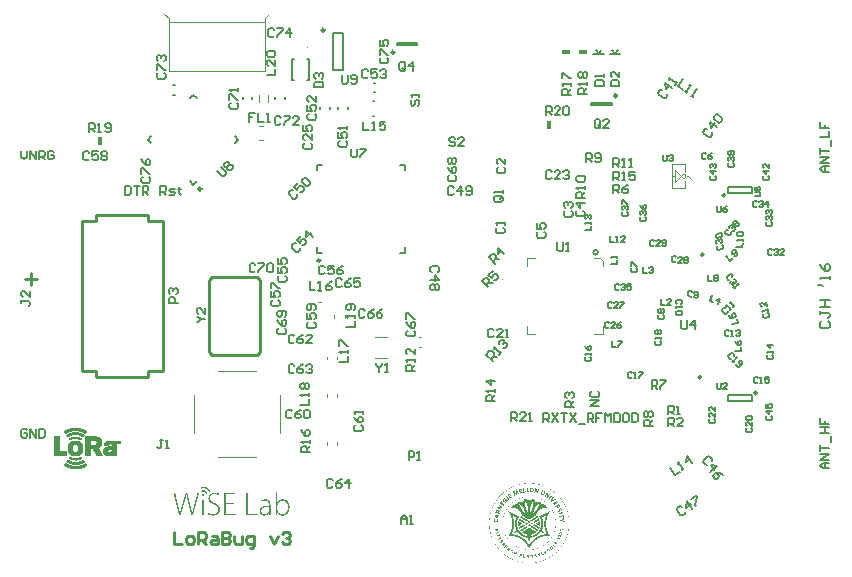
<source format=gto>
G04 Layer_Color=65535*
%FSLAX25Y25*%
%MOIN*%
G70*
G01*
G75*
%ADD11C,0.01000*%
%ADD97C,0.00700*%
%ADD100C,0.00800*%
%ADD112C,0.00984*%
%ADD113C,0.00394*%
%ADD114C,0.00787*%
%ADD115C,0.00591*%
%ADD116C,0.00492*%
%ADD117C,0.00021*%
%ADD118C,0.00500*%
%ADD119C,0.00669*%
%ADD120C,0.00598*%
%ADD121R,0.01500X0.03000*%
%ADD122R,0.03000X0.01500*%
G36*
X73161Y-65822D02*
Y-65878D01*
Y-65935D01*
Y-65991D01*
Y-66047D01*
Y-66103D01*
Y-66159D01*
Y-66216D01*
X73105D01*
Y-66159D01*
X70126D01*
Y-66216D01*
Y-66272D01*
Y-66328D01*
Y-66384D01*
Y-66440D01*
Y-66497D01*
Y-66553D01*
Y-66609D01*
Y-66665D01*
Y-66722D01*
Y-66778D01*
Y-66834D01*
Y-66890D01*
Y-66946D01*
Y-67003D01*
Y-67059D01*
Y-67115D01*
Y-67171D01*
Y-67227D01*
Y-67284D01*
Y-67340D01*
Y-67396D01*
Y-67452D01*
Y-67509D01*
Y-67565D01*
Y-67621D01*
Y-67677D01*
Y-67733D01*
Y-67790D01*
Y-67846D01*
Y-67902D01*
Y-67958D01*
Y-68014D01*
Y-68071D01*
Y-68127D01*
Y-68183D01*
Y-68239D01*
Y-68295D01*
Y-68352D01*
Y-68408D01*
Y-68464D01*
Y-68520D01*
Y-68577D01*
Y-68633D01*
Y-68689D01*
Y-68745D01*
Y-68801D01*
Y-68858D01*
Y-68914D01*
Y-68970D01*
Y-69026D01*
X72936D01*
Y-69082D01*
Y-69139D01*
Y-69195D01*
Y-69251D01*
Y-69307D01*
Y-69363D01*
Y-69420D01*
X70126D01*
Y-69476D01*
Y-69532D01*
Y-69588D01*
Y-69644D01*
Y-69701D01*
Y-69757D01*
Y-69813D01*
Y-69869D01*
Y-69925D01*
Y-69982D01*
Y-70038D01*
Y-70094D01*
Y-70150D01*
Y-70206D01*
Y-70263D01*
Y-70319D01*
Y-70375D01*
Y-70431D01*
Y-70488D01*
Y-70544D01*
Y-70600D01*
Y-70656D01*
Y-70712D01*
Y-70769D01*
Y-70825D01*
Y-70881D01*
Y-70937D01*
Y-70994D01*
Y-71050D01*
Y-71106D01*
Y-71162D01*
Y-71218D01*
Y-71275D01*
Y-71331D01*
Y-71387D01*
Y-71443D01*
Y-71499D01*
Y-71556D01*
Y-71612D01*
Y-71668D01*
Y-71724D01*
Y-71780D01*
Y-71837D01*
Y-71893D01*
Y-71949D01*
Y-72005D01*
Y-72061D01*
Y-72118D01*
Y-72174D01*
Y-72230D01*
Y-72286D01*
Y-72342D01*
Y-72399D01*
Y-72455D01*
Y-72511D01*
Y-72567D01*
Y-72623D01*
X73329D01*
Y-72680D01*
Y-72736D01*
Y-72792D01*
Y-72848D01*
Y-72905D01*
Y-72961D01*
Y-73017D01*
Y-73073D01*
X69563D01*
Y-73017D01*
Y-72961D01*
Y-72905D01*
Y-72848D01*
Y-72792D01*
Y-72736D01*
Y-72680D01*
Y-72623D01*
Y-72567D01*
Y-72511D01*
Y-72455D01*
Y-72399D01*
Y-72342D01*
Y-72286D01*
Y-72230D01*
Y-72174D01*
Y-72118D01*
Y-72061D01*
Y-72005D01*
Y-71949D01*
Y-71893D01*
Y-71837D01*
Y-71780D01*
Y-71724D01*
Y-71668D01*
Y-71612D01*
Y-71556D01*
Y-71499D01*
Y-71443D01*
Y-71387D01*
Y-71331D01*
Y-71275D01*
Y-71218D01*
Y-71162D01*
Y-71106D01*
Y-71050D01*
Y-70994D01*
Y-70937D01*
Y-70881D01*
Y-70825D01*
Y-70769D01*
Y-70712D01*
Y-70656D01*
Y-70600D01*
Y-70544D01*
Y-70488D01*
Y-70431D01*
Y-70375D01*
Y-70319D01*
Y-70263D01*
Y-70206D01*
Y-70150D01*
Y-70094D01*
Y-70038D01*
Y-69982D01*
Y-69925D01*
Y-69869D01*
Y-69813D01*
Y-69757D01*
Y-69701D01*
Y-69644D01*
Y-69588D01*
Y-69532D01*
Y-69476D01*
Y-69420D01*
Y-69363D01*
Y-69307D01*
Y-69251D01*
Y-69195D01*
Y-69139D01*
Y-69082D01*
Y-69026D01*
Y-68970D01*
Y-68914D01*
Y-68858D01*
Y-68801D01*
Y-68745D01*
Y-68689D01*
Y-68633D01*
Y-68577D01*
Y-68520D01*
Y-68464D01*
Y-68408D01*
Y-68352D01*
Y-68295D01*
Y-68239D01*
Y-68183D01*
Y-68127D01*
Y-68071D01*
Y-68014D01*
Y-67958D01*
Y-67902D01*
Y-67846D01*
Y-67790D01*
Y-67733D01*
Y-67677D01*
Y-67621D01*
Y-67565D01*
Y-67509D01*
Y-67452D01*
Y-67396D01*
Y-67340D01*
Y-67284D01*
Y-67227D01*
Y-67171D01*
Y-67115D01*
Y-67059D01*
Y-67003D01*
Y-66946D01*
Y-66890D01*
Y-66834D01*
Y-66778D01*
Y-66722D01*
Y-66665D01*
Y-66609D01*
Y-66553D01*
Y-66497D01*
Y-66440D01*
Y-66384D01*
Y-66328D01*
Y-66272D01*
Y-66216D01*
Y-66159D01*
Y-66103D01*
Y-66047D01*
Y-65991D01*
Y-65935D01*
Y-65878D01*
Y-65822D01*
Y-65766D01*
X73161D01*
Y-65822D01*
D02*
G37*
G36*
X62818Y-64810D02*
X63043D01*
Y-64867D01*
X63156D01*
Y-64923D01*
X63268D01*
Y-64979D01*
X63324D01*
Y-65035D01*
X63437D01*
Y-65092D01*
X63493D01*
Y-65148D01*
X63549D01*
Y-65204D01*
X63605D01*
Y-65260D01*
X63661D01*
Y-65316D01*
Y-65373D01*
X63718D01*
Y-65429D01*
X63774D01*
Y-65485D01*
Y-65541D01*
X63830D01*
Y-65597D01*
Y-65654D01*
X63886D01*
Y-65710D01*
Y-65766D01*
Y-65822D01*
Y-65878D01*
Y-65935D01*
X63774D01*
Y-65991D01*
X63549D01*
Y-65935D01*
X63493D01*
Y-65878D01*
X63437D01*
Y-65822D01*
Y-65766D01*
X63380D01*
Y-65710D01*
Y-65654D01*
X63324D01*
Y-65597D01*
X63268D01*
Y-65541D01*
X63212D01*
Y-65485D01*
X63156D01*
Y-65429D01*
X63099D01*
Y-65373D01*
X63043D01*
Y-65316D01*
X62931D01*
Y-65260D01*
X62762D01*
Y-65204D01*
X62256D01*
Y-65260D01*
X61975D01*
Y-65204D01*
X61919D01*
Y-65148D01*
Y-65092D01*
X61863D01*
Y-65035D01*
Y-64979D01*
X61919D01*
Y-64923D01*
Y-64867D01*
X61975D01*
Y-64810D01*
X62144D01*
Y-64754D01*
X62818D01*
Y-64810D01*
D02*
G37*
G36*
X83391Y-67790D02*
X83728D01*
Y-67846D01*
X83953D01*
Y-67902D01*
X84065D01*
Y-67958D01*
X84178D01*
Y-68014D01*
X84290D01*
Y-68071D01*
X84346D01*
Y-68127D01*
X84403D01*
Y-68183D01*
X84515D01*
Y-68239D01*
Y-68295D01*
X84571D01*
Y-68352D01*
X84627D01*
Y-68408D01*
X84684D01*
Y-68464D01*
Y-68520D01*
X84740D01*
Y-68577D01*
Y-68633D01*
X84796D01*
Y-68689D01*
Y-68745D01*
X84852D01*
Y-68801D01*
Y-68858D01*
Y-68914D01*
X84909D01*
Y-68970D01*
Y-69026D01*
Y-69082D01*
Y-69139D01*
X84965D01*
Y-69195D01*
Y-69251D01*
Y-69307D01*
Y-69363D01*
Y-69420D01*
Y-69476D01*
Y-69532D01*
Y-69588D01*
X85021D01*
Y-69644D01*
Y-69701D01*
Y-69757D01*
Y-69813D01*
Y-69869D01*
Y-69925D01*
Y-69982D01*
Y-70038D01*
Y-70094D01*
Y-70150D01*
Y-70206D01*
Y-70263D01*
Y-70319D01*
Y-70375D01*
Y-70431D01*
Y-70488D01*
Y-70544D01*
Y-70600D01*
Y-70656D01*
Y-70712D01*
Y-70769D01*
Y-70825D01*
Y-70881D01*
Y-70937D01*
Y-70994D01*
Y-71050D01*
Y-71106D01*
Y-71162D01*
Y-71218D01*
Y-71275D01*
Y-71331D01*
Y-71387D01*
Y-71443D01*
Y-71499D01*
Y-71556D01*
Y-71612D01*
Y-71668D01*
Y-71724D01*
Y-71780D01*
Y-71837D01*
Y-71893D01*
Y-71949D01*
Y-72005D01*
Y-72061D01*
Y-72118D01*
Y-72174D01*
Y-72230D01*
Y-72286D01*
Y-72342D01*
Y-72399D01*
Y-72455D01*
Y-72511D01*
Y-72567D01*
Y-72623D01*
Y-72680D01*
Y-72736D01*
Y-72792D01*
Y-72848D01*
Y-72905D01*
Y-72961D01*
Y-73017D01*
X85077D01*
Y-73073D01*
X84571D01*
Y-73017D01*
Y-72961D01*
Y-72905D01*
Y-72848D01*
Y-72792D01*
Y-72736D01*
Y-72680D01*
X84515D01*
Y-72623D01*
Y-72567D01*
Y-72511D01*
Y-72455D01*
Y-72399D01*
Y-72342D01*
X84403D01*
Y-72399D01*
Y-72455D01*
X84346D01*
Y-72511D01*
X84290D01*
Y-72567D01*
X84234D01*
Y-72623D01*
Y-72680D01*
X84178D01*
Y-72736D01*
X84065D01*
Y-72792D01*
X84009D01*
Y-72848D01*
X83953D01*
Y-72905D01*
X83841D01*
Y-72961D01*
X83728D01*
Y-73017D01*
X83616D01*
Y-73073D01*
X83503D01*
Y-73129D01*
X83279D01*
Y-73186D01*
X82435D01*
Y-73129D01*
X82210D01*
Y-73073D01*
X82098D01*
Y-73017D01*
X81986D01*
Y-72961D01*
X81873D01*
Y-72905D01*
X81817D01*
Y-72848D01*
X81761D01*
Y-72792D01*
X81705D01*
Y-72736D01*
X81648D01*
Y-72680D01*
X81592D01*
Y-72623D01*
X81536D01*
Y-72567D01*
Y-72511D01*
X81480D01*
Y-72455D01*
Y-72399D01*
X81424D01*
Y-72342D01*
Y-72286D01*
Y-72230D01*
X81367D01*
Y-72174D01*
Y-72118D01*
Y-72061D01*
Y-72005D01*
X81311D01*
Y-71949D01*
Y-71893D01*
Y-71837D01*
Y-71780D01*
Y-71724D01*
Y-71668D01*
Y-71612D01*
Y-71556D01*
Y-71499D01*
X81367D01*
Y-71443D01*
Y-71387D01*
Y-71331D01*
Y-71275D01*
X81424D01*
Y-71218D01*
Y-71162D01*
Y-71106D01*
X81480D01*
Y-71050D01*
Y-70994D01*
X81536D01*
Y-70937D01*
Y-70881D01*
X81592D01*
Y-70825D01*
X81648D01*
Y-70769D01*
Y-70712D01*
X81705D01*
Y-70656D01*
X81761D01*
Y-70600D01*
X81817D01*
Y-70544D01*
X81873D01*
Y-70488D01*
X81986D01*
Y-70431D01*
X82042D01*
Y-70375D01*
X82154D01*
Y-70319D01*
X82210D01*
Y-70263D01*
X82323D01*
Y-70206D01*
X82492D01*
Y-70150D01*
X82604D01*
Y-70094D01*
X82773D01*
Y-70038D01*
X83054D01*
Y-69982D01*
X83335D01*
Y-69925D01*
X83841D01*
Y-69869D01*
X84459D01*
Y-69813D01*
Y-69757D01*
Y-69701D01*
Y-69644D01*
Y-69588D01*
Y-69532D01*
Y-69476D01*
Y-69420D01*
Y-69363D01*
Y-69307D01*
Y-69251D01*
X84403D01*
Y-69195D01*
Y-69139D01*
Y-69082D01*
Y-69026D01*
X84346D01*
Y-68970D01*
Y-68914D01*
Y-68858D01*
X84290D01*
Y-68801D01*
Y-68745D01*
X84234D01*
Y-68689D01*
Y-68633D01*
X84178D01*
Y-68577D01*
X84122D01*
Y-68520D01*
X84065D01*
Y-68464D01*
X84009D01*
Y-68408D01*
X83897D01*
Y-68352D01*
X83841D01*
Y-68295D01*
X83728D01*
Y-68239D01*
X83447D01*
Y-68183D01*
X82773D01*
Y-68239D01*
X82492D01*
Y-68295D01*
X82267D01*
Y-68352D01*
X82154D01*
Y-68408D01*
X82042D01*
Y-68464D01*
X81929D01*
Y-68520D01*
X81817D01*
Y-68464D01*
Y-68408D01*
X81761D01*
Y-68352D01*
Y-68295D01*
Y-68239D01*
X81705D01*
Y-68183D01*
X81761D01*
Y-68127D01*
X81873D01*
Y-68071D01*
X81986D01*
Y-68014D01*
X82098D01*
Y-67958D01*
X82210D01*
Y-67902D01*
X82435D01*
Y-67846D01*
X82660D01*
Y-67790D01*
X83054D01*
Y-67733D01*
X83391D01*
Y-67790D01*
D02*
G37*
G36*
X61188Y-65822D02*
Y-65878D01*
X61132D01*
Y-65935D01*
Y-65991D01*
Y-66047D01*
X61076D01*
Y-66103D01*
Y-66159D01*
Y-66216D01*
X61020D01*
Y-66272D01*
Y-66328D01*
Y-66384D01*
Y-66440D01*
X60963D01*
Y-66497D01*
Y-66553D01*
Y-66609D01*
Y-66665D01*
X60907D01*
Y-66722D01*
Y-66778D01*
Y-66834D01*
X60851D01*
Y-66890D01*
Y-66946D01*
Y-67003D01*
X60795D01*
Y-67059D01*
Y-67115D01*
Y-67171D01*
Y-67227D01*
X60739D01*
Y-67284D01*
Y-67340D01*
Y-67396D01*
X60682D01*
Y-67452D01*
Y-67509D01*
Y-67565D01*
Y-67621D01*
X60626D01*
Y-67677D01*
Y-67733D01*
Y-67790D01*
X60570D01*
Y-67846D01*
Y-67902D01*
Y-67958D01*
Y-68014D01*
X60514D01*
Y-68071D01*
Y-68127D01*
Y-68183D01*
X60457D01*
Y-68239D01*
Y-68295D01*
Y-68352D01*
Y-68408D01*
X60401D01*
Y-68464D01*
Y-68520D01*
Y-68577D01*
X60345D01*
Y-68633D01*
Y-68689D01*
Y-68745D01*
Y-68801D01*
X60289D01*
Y-68858D01*
Y-68914D01*
Y-68970D01*
X60233D01*
Y-69026D01*
Y-69082D01*
Y-69139D01*
X60176D01*
Y-69195D01*
Y-69251D01*
Y-69307D01*
Y-69363D01*
X60120D01*
Y-69420D01*
Y-69476D01*
Y-69532D01*
Y-69588D01*
X60064D01*
Y-69644D01*
Y-69701D01*
Y-69757D01*
X60008D01*
Y-69813D01*
Y-69869D01*
Y-69925D01*
X59952D01*
Y-69982D01*
Y-70038D01*
Y-70094D01*
Y-70150D01*
X59895D01*
Y-70206D01*
Y-70263D01*
Y-70319D01*
X59839D01*
Y-70375D01*
Y-70431D01*
Y-70488D01*
X59783D01*
Y-70544D01*
Y-70600D01*
Y-70656D01*
Y-70712D01*
X59727D01*
Y-70769D01*
Y-70825D01*
Y-70881D01*
Y-70937D01*
X59671D01*
Y-70994D01*
Y-71050D01*
Y-71106D01*
X59614D01*
Y-71162D01*
Y-71218D01*
Y-71275D01*
X59558D01*
Y-71331D01*
Y-71387D01*
Y-71443D01*
Y-71499D01*
X59502D01*
Y-71556D01*
Y-71612D01*
Y-71668D01*
Y-71724D01*
X59446D01*
Y-71780D01*
Y-71837D01*
Y-71893D01*
X59390D01*
Y-71949D01*
Y-72005D01*
Y-72061D01*
X59333D01*
Y-72118D01*
Y-72174D01*
Y-72230D01*
Y-72286D01*
X59277D01*
Y-72342D01*
Y-72399D01*
Y-72455D01*
Y-72511D01*
X59221D01*
Y-72567D01*
Y-72623D01*
Y-72680D01*
X59165D01*
Y-72736D01*
Y-72792D01*
Y-72848D01*
X59109D01*
Y-72905D01*
Y-72961D01*
Y-73017D01*
Y-73073D01*
X58546D01*
Y-73017D01*
X58490D01*
Y-72961D01*
Y-72905D01*
Y-72848D01*
Y-72792D01*
Y-72736D01*
X58434D01*
Y-72680D01*
Y-72623D01*
Y-72567D01*
Y-72511D01*
X58378D01*
Y-72455D01*
Y-72399D01*
Y-72342D01*
X58322D01*
Y-72286D01*
Y-72230D01*
Y-72174D01*
Y-72118D01*
X58265D01*
Y-72061D01*
Y-72005D01*
Y-71949D01*
Y-71893D01*
X58209D01*
Y-71837D01*
Y-71780D01*
Y-71724D01*
Y-71668D01*
X58153D01*
Y-71612D01*
Y-71556D01*
Y-71499D01*
Y-71443D01*
X58097D01*
Y-71387D01*
Y-71331D01*
Y-71275D01*
Y-71218D01*
X58040D01*
Y-71162D01*
Y-71106D01*
Y-71050D01*
Y-70994D01*
X57984D01*
Y-70937D01*
Y-70881D01*
Y-70825D01*
Y-70769D01*
X57928D01*
Y-70712D01*
Y-70656D01*
Y-70600D01*
X57872D01*
Y-70544D01*
Y-70488D01*
Y-70431D01*
Y-70375D01*
Y-70319D01*
X57816D01*
Y-70263D01*
Y-70206D01*
Y-70150D01*
Y-70094D01*
X57759D01*
Y-70038D01*
Y-69982D01*
Y-69925D01*
X57703D01*
Y-69869D01*
Y-69813D01*
Y-69757D01*
Y-69701D01*
X57647D01*
Y-69644D01*
Y-69588D01*
Y-69532D01*
Y-69476D01*
X57591D01*
Y-69420D01*
Y-69363D01*
Y-69307D01*
Y-69251D01*
X57535D01*
Y-69195D01*
Y-69139D01*
Y-69082D01*
Y-69026D01*
X57478D01*
Y-68970D01*
Y-68914D01*
Y-68858D01*
Y-68801D01*
X57422D01*
Y-68745D01*
Y-68689D01*
Y-68633D01*
Y-68577D01*
X57366D01*
Y-68520D01*
Y-68464D01*
Y-68408D01*
Y-68352D01*
X57310D01*
Y-68295D01*
Y-68239D01*
Y-68183D01*
Y-68127D01*
X57254D01*
Y-68071D01*
Y-68014D01*
Y-67958D01*
Y-67902D01*
X57197D01*
Y-67846D01*
Y-67790D01*
Y-67733D01*
Y-67677D01*
X57141D01*
Y-67621D01*
Y-67565D01*
Y-67509D01*
Y-67452D01*
Y-67396D01*
X57085D01*
Y-67340D01*
Y-67284D01*
Y-67227D01*
Y-67171D01*
X57029D01*
Y-67115D01*
Y-67059D01*
Y-67003D01*
Y-66946D01*
Y-66890D01*
Y-66834D01*
X56972D01*
Y-66778D01*
Y-66722D01*
Y-66665D01*
Y-66609D01*
Y-66553D01*
Y-66497D01*
Y-66440D01*
Y-66384D01*
X56860D01*
Y-66440D01*
Y-66497D01*
X56804D01*
Y-66553D01*
Y-66609D01*
Y-66665D01*
Y-66722D01*
Y-66778D01*
Y-66834D01*
X56748D01*
Y-66890D01*
Y-66946D01*
Y-67003D01*
Y-67059D01*
Y-67115D01*
X56691D01*
Y-67171D01*
Y-67227D01*
Y-67284D01*
Y-67340D01*
X56635D01*
Y-67396D01*
Y-67452D01*
Y-67509D01*
Y-67565D01*
X56579D01*
Y-67621D01*
Y-67677D01*
Y-67733D01*
Y-67790D01*
X56523D01*
Y-67846D01*
Y-67902D01*
Y-67958D01*
Y-68014D01*
X56467D01*
Y-68071D01*
Y-68127D01*
Y-68183D01*
X56410D01*
Y-68239D01*
Y-68295D01*
Y-68352D01*
X56354D01*
Y-68408D01*
Y-68464D01*
Y-68520D01*
Y-68577D01*
X56298D01*
Y-68633D01*
Y-68689D01*
Y-68745D01*
X56242D01*
Y-68801D01*
Y-68858D01*
Y-68914D01*
X56186D01*
Y-68970D01*
Y-69026D01*
Y-69082D01*
Y-69139D01*
X56129D01*
Y-69195D01*
Y-69251D01*
Y-69307D01*
Y-69363D01*
X56073D01*
Y-69420D01*
Y-69476D01*
Y-69532D01*
X56017D01*
Y-69588D01*
Y-69644D01*
Y-69701D01*
Y-69757D01*
X55961D01*
Y-69813D01*
Y-69869D01*
Y-69925D01*
X55905D01*
Y-69982D01*
Y-70038D01*
Y-70094D01*
Y-70150D01*
X55848D01*
Y-70206D01*
Y-70263D01*
Y-70319D01*
X55792D01*
Y-70375D01*
Y-70431D01*
Y-70488D01*
Y-70544D01*
X55736D01*
Y-70600D01*
Y-70656D01*
Y-70712D01*
X55680D01*
Y-70769D01*
Y-70825D01*
Y-70881D01*
Y-70937D01*
X55624D01*
Y-70994D01*
Y-71050D01*
Y-71106D01*
X55567D01*
Y-71162D01*
Y-71218D01*
Y-71275D01*
Y-71331D01*
X55511D01*
Y-71387D01*
Y-71443D01*
Y-71499D01*
Y-71556D01*
X55455D01*
Y-71612D01*
Y-71668D01*
Y-71724D01*
X55399D01*
Y-71780D01*
Y-71837D01*
Y-71893D01*
X55343D01*
Y-71949D01*
Y-72005D01*
Y-72061D01*
Y-72118D01*
X55286D01*
Y-72174D01*
Y-72230D01*
Y-72286D01*
Y-72342D01*
X55230D01*
Y-72399D01*
Y-72455D01*
Y-72511D01*
X55174D01*
Y-72567D01*
Y-72623D01*
Y-72680D01*
X55118D01*
Y-72736D01*
Y-72792D01*
Y-72848D01*
Y-72905D01*
X55061D01*
Y-72961D01*
Y-73017D01*
Y-73073D01*
X54499D01*
Y-73017D01*
Y-72961D01*
Y-72905D01*
X54443D01*
Y-72848D01*
Y-72792D01*
Y-72736D01*
Y-72680D01*
X54387D01*
Y-72623D01*
Y-72567D01*
Y-72511D01*
Y-72455D01*
X54331D01*
Y-72399D01*
Y-72342D01*
Y-72286D01*
X54274D01*
Y-72230D01*
Y-72174D01*
Y-72118D01*
Y-72061D01*
X54218D01*
Y-72005D01*
Y-71949D01*
Y-71893D01*
Y-71837D01*
X54162D01*
Y-71780D01*
Y-71724D01*
Y-71668D01*
Y-71612D01*
X54106D01*
Y-71556D01*
Y-71499D01*
Y-71443D01*
Y-71387D01*
X54050D01*
Y-71331D01*
Y-71275D01*
Y-71218D01*
Y-71162D01*
X53993D01*
Y-71106D01*
Y-71050D01*
Y-70994D01*
Y-70937D01*
X53937D01*
Y-70881D01*
Y-70825D01*
Y-70769D01*
X53881D01*
Y-70712D01*
Y-70656D01*
Y-70600D01*
Y-70544D01*
X53825D01*
Y-70488D01*
Y-70431D01*
Y-70375D01*
Y-70319D01*
X53769D01*
Y-70263D01*
Y-70206D01*
Y-70150D01*
Y-70094D01*
X53712D01*
Y-70038D01*
Y-69982D01*
Y-69925D01*
Y-69869D01*
X53656D01*
Y-69813D01*
Y-69757D01*
Y-69701D01*
Y-69644D01*
X53600D01*
Y-69588D01*
Y-69532D01*
Y-69476D01*
Y-69420D01*
X53544D01*
Y-69363D01*
Y-69307D01*
Y-69251D01*
Y-69195D01*
X53488D01*
Y-69139D01*
Y-69082D01*
Y-69026D01*
X53431D01*
Y-68970D01*
Y-68914D01*
Y-68858D01*
Y-68801D01*
X53375D01*
Y-68745D01*
Y-68689D01*
Y-68633D01*
Y-68577D01*
Y-68520D01*
X53319D01*
Y-68464D01*
Y-68408D01*
Y-68352D01*
Y-68295D01*
X53263D01*
Y-68239D01*
Y-68183D01*
Y-68127D01*
X53206D01*
Y-68071D01*
Y-68014D01*
Y-67958D01*
Y-67902D01*
X53150D01*
Y-67846D01*
Y-67790D01*
Y-67733D01*
Y-67677D01*
X53094D01*
Y-67621D01*
Y-67565D01*
Y-67509D01*
Y-67452D01*
X53038D01*
Y-67396D01*
Y-67340D01*
Y-67284D01*
Y-67227D01*
X52982D01*
Y-67171D01*
Y-67115D01*
Y-67059D01*
Y-67003D01*
X52925D01*
Y-66946D01*
Y-66890D01*
Y-66834D01*
Y-66778D01*
X52869D01*
Y-66722D01*
Y-66665D01*
Y-66609D01*
X52813D01*
Y-66553D01*
Y-66497D01*
Y-66440D01*
Y-66384D01*
X52757D01*
Y-66328D01*
Y-66272D01*
Y-66216D01*
Y-66159D01*
X52701D01*
Y-66103D01*
Y-66047D01*
Y-65991D01*
Y-65935D01*
X52644D01*
Y-65878D01*
Y-65822D01*
Y-65766D01*
X53206D01*
Y-65822D01*
Y-65878D01*
Y-65935D01*
Y-65991D01*
X53263D01*
Y-66047D01*
Y-66103D01*
Y-66159D01*
X53319D01*
Y-66216D01*
Y-66272D01*
Y-66328D01*
Y-66384D01*
Y-66440D01*
X53375D01*
Y-66497D01*
Y-66553D01*
Y-66609D01*
Y-66665D01*
X53431D01*
Y-66722D01*
Y-66778D01*
Y-66834D01*
Y-66890D01*
X53488D01*
Y-66946D01*
Y-67003D01*
Y-67059D01*
X53544D01*
Y-67115D01*
Y-67171D01*
Y-67227D01*
Y-67284D01*
Y-67340D01*
X53600D01*
Y-67396D01*
Y-67452D01*
Y-67509D01*
Y-67565D01*
X53656D01*
Y-67621D01*
Y-67677D01*
Y-67733D01*
Y-67790D01*
X53712D01*
Y-67846D01*
Y-67902D01*
Y-67958D01*
X53769D01*
Y-68014D01*
Y-68071D01*
Y-68127D01*
Y-68183D01*
Y-68239D01*
X53825D01*
Y-68295D01*
Y-68352D01*
Y-68408D01*
Y-68464D01*
X53881D01*
Y-68520D01*
Y-68577D01*
Y-68633D01*
Y-68689D01*
X53937D01*
Y-68745D01*
Y-68801D01*
Y-68858D01*
X53993D01*
Y-68914D01*
Y-68970D01*
Y-69026D01*
Y-69082D01*
Y-69139D01*
X54050D01*
Y-69195D01*
Y-69251D01*
Y-69307D01*
Y-69363D01*
X54106D01*
Y-69420D01*
Y-69476D01*
Y-69532D01*
X54162D01*
Y-69588D01*
Y-69644D01*
Y-69701D01*
Y-69757D01*
Y-69813D01*
X54218D01*
Y-69869D01*
Y-69925D01*
Y-69982D01*
Y-70038D01*
X54274D01*
Y-70094D01*
Y-70150D01*
Y-70206D01*
Y-70263D01*
X54331D01*
Y-70319D01*
Y-70375D01*
Y-70431D01*
Y-70488D01*
X54387D01*
Y-70544D01*
Y-70600D01*
Y-70656D01*
Y-70712D01*
X54443D01*
Y-70769D01*
Y-70825D01*
Y-70881D01*
Y-70937D01*
Y-70994D01*
X54499D01*
Y-71050D01*
Y-71106D01*
Y-71162D01*
Y-71218D01*
X54555D01*
Y-71275D01*
Y-71331D01*
Y-71387D01*
Y-71443D01*
X54612D01*
Y-71499D01*
Y-71556D01*
Y-71612D01*
Y-71668D01*
Y-71724D01*
X54668D01*
Y-71780D01*
Y-71837D01*
Y-71893D01*
Y-71949D01*
Y-72005D01*
X54724D01*
Y-72061D01*
Y-72118D01*
Y-72174D01*
Y-72230D01*
Y-72286D01*
X54780D01*
Y-72342D01*
Y-72399D01*
X54893D01*
Y-72342D01*
Y-72286D01*
Y-72230D01*
Y-72174D01*
Y-72118D01*
Y-72061D01*
X54949D01*
Y-72005D01*
Y-71949D01*
Y-71893D01*
Y-71837D01*
Y-71780D01*
X55005D01*
Y-71724D01*
Y-71668D01*
Y-71612D01*
Y-71556D01*
X55061D01*
Y-71499D01*
Y-71443D01*
Y-71387D01*
Y-71331D01*
X55118D01*
Y-71275D01*
Y-71218D01*
Y-71162D01*
Y-71106D01*
X55174D01*
Y-71050D01*
Y-70994D01*
Y-70937D01*
Y-70881D01*
X55230D01*
Y-70825D01*
Y-70769D01*
Y-70712D01*
X55286D01*
Y-70656D01*
Y-70600D01*
Y-70544D01*
Y-70488D01*
X55343D01*
Y-70431D01*
Y-70375D01*
Y-70319D01*
Y-70263D01*
X55399D01*
Y-70206D01*
Y-70150D01*
Y-70094D01*
X55455D01*
Y-70038D01*
Y-69982D01*
Y-69925D01*
Y-69869D01*
X55511D01*
Y-69813D01*
Y-69757D01*
Y-69701D01*
Y-69644D01*
X55567D01*
Y-69588D01*
Y-69532D01*
Y-69476D01*
X55624D01*
Y-69420D01*
Y-69363D01*
Y-69307D01*
X55680D01*
Y-69251D01*
Y-69195D01*
Y-69139D01*
Y-69082D01*
X55736D01*
Y-69026D01*
Y-68970D01*
Y-68914D01*
Y-68858D01*
X55792D01*
Y-68801D01*
Y-68745D01*
Y-68689D01*
X55848D01*
Y-68633D01*
Y-68577D01*
Y-68520D01*
X55905D01*
Y-68464D01*
Y-68408D01*
Y-68352D01*
Y-68295D01*
X55961D01*
Y-68239D01*
Y-68183D01*
Y-68127D01*
Y-68071D01*
X56017D01*
Y-68014D01*
Y-67958D01*
Y-67902D01*
X56073D01*
Y-67846D01*
Y-67790D01*
Y-67733D01*
Y-67677D01*
X56129D01*
Y-67621D01*
Y-67565D01*
Y-67509D01*
Y-67452D01*
X56186D01*
Y-67396D01*
Y-67340D01*
Y-67284D01*
X56242D01*
Y-67227D01*
Y-67171D01*
Y-67115D01*
X56298D01*
Y-67059D01*
Y-67003D01*
Y-66946D01*
Y-66890D01*
X56354D01*
Y-66834D01*
Y-66778D01*
Y-66722D01*
Y-66665D01*
X56410D01*
Y-66609D01*
Y-66553D01*
Y-66497D01*
X56467D01*
Y-66440D01*
Y-66384D01*
Y-66328D01*
X56523D01*
Y-66272D01*
Y-66216D01*
Y-66159D01*
Y-66103D01*
X56579D01*
Y-66047D01*
Y-65991D01*
Y-65935D01*
Y-65878D01*
X56635D01*
Y-65822D01*
Y-65766D01*
X57197D01*
Y-65822D01*
Y-65878D01*
Y-65935D01*
X57254D01*
Y-65991D01*
Y-66047D01*
Y-66103D01*
Y-66159D01*
X57310D01*
Y-66216D01*
Y-66272D01*
Y-66328D01*
X57366D01*
Y-66384D01*
Y-66440D01*
Y-66497D01*
Y-66553D01*
X57422D01*
Y-66609D01*
Y-66665D01*
Y-66722D01*
Y-66778D01*
Y-66834D01*
X57478D01*
Y-66890D01*
Y-66946D01*
Y-67003D01*
Y-67059D01*
X57535D01*
Y-67115D01*
Y-67171D01*
Y-67227D01*
X57591D01*
Y-67284D01*
Y-67340D01*
Y-67396D01*
Y-67452D01*
X57647D01*
Y-67509D01*
Y-67565D01*
Y-67621D01*
Y-67677D01*
X57703D01*
Y-67733D01*
Y-67790D01*
Y-67846D01*
Y-67902D01*
X57759D01*
Y-67958D01*
Y-68014D01*
Y-68071D01*
Y-68127D01*
X57816D01*
Y-68183D01*
Y-68239D01*
Y-68295D01*
Y-68352D01*
X57872D01*
Y-68408D01*
Y-68464D01*
Y-68520D01*
Y-68577D01*
X57928D01*
Y-68633D01*
Y-68689D01*
Y-68745D01*
X57984D01*
Y-68801D01*
Y-68858D01*
Y-68914D01*
Y-68970D01*
X58040D01*
Y-69026D01*
Y-69082D01*
Y-69139D01*
Y-69195D01*
X58097D01*
Y-69251D01*
Y-69307D01*
Y-69363D01*
Y-69420D01*
X58153D01*
Y-69476D01*
Y-69532D01*
Y-69588D01*
Y-69644D01*
X58209D01*
Y-69701D01*
Y-69757D01*
Y-69813D01*
Y-69869D01*
X58265D01*
Y-69925D01*
Y-69982D01*
Y-70038D01*
Y-70094D01*
X58322D01*
Y-70150D01*
Y-70206D01*
Y-70263D01*
Y-70319D01*
X58378D01*
Y-70375D01*
Y-70431D01*
Y-70488D01*
X58434D01*
Y-70544D01*
Y-70600D01*
Y-70656D01*
Y-70712D01*
X58490D01*
Y-70769D01*
Y-70825D01*
Y-70881D01*
Y-70937D01*
Y-70994D01*
X58546D01*
Y-71050D01*
Y-71106D01*
Y-71162D01*
Y-71218D01*
X58603D01*
Y-71275D01*
Y-71331D01*
Y-71387D01*
Y-71443D01*
X58659D01*
Y-71499D01*
Y-71556D01*
Y-71612D01*
Y-71668D01*
Y-71724D01*
Y-71780D01*
X58715D01*
Y-71837D01*
Y-71893D01*
Y-71949D01*
Y-72005D01*
Y-72061D01*
Y-72118D01*
X58771D01*
Y-72174D01*
Y-72230D01*
Y-72286D01*
Y-72342D01*
Y-72399D01*
X58884D01*
Y-72342D01*
Y-72286D01*
Y-72230D01*
Y-72174D01*
X58940D01*
Y-72118D01*
Y-72061D01*
Y-72005D01*
Y-71949D01*
Y-71893D01*
X58996D01*
Y-71837D01*
Y-71780D01*
Y-71724D01*
Y-71668D01*
X59052D01*
Y-71612D01*
Y-71556D01*
Y-71499D01*
Y-71443D01*
X59109D01*
Y-71387D01*
Y-71331D01*
Y-71275D01*
Y-71218D01*
X59165D01*
Y-71162D01*
Y-71106D01*
Y-71050D01*
Y-70994D01*
X59221D01*
Y-70937D01*
Y-70881D01*
Y-70825D01*
X59277D01*
Y-70769D01*
Y-70712D01*
Y-70656D01*
Y-70600D01*
X59333D01*
Y-70544D01*
Y-70488D01*
Y-70431D01*
Y-70375D01*
X59390D01*
Y-70319D01*
Y-70263D01*
Y-70206D01*
Y-70150D01*
X59446D01*
Y-70094D01*
Y-70038D01*
Y-69982D01*
X59502D01*
Y-69925D01*
Y-69869D01*
Y-69813D01*
Y-69757D01*
X59558D01*
Y-69701D01*
Y-69644D01*
Y-69588D01*
Y-69532D01*
X59614D01*
Y-69476D01*
Y-69420D01*
Y-69363D01*
X59671D01*
Y-69307D01*
Y-69251D01*
Y-69195D01*
Y-69139D01*
X59727D01*
Y-69082D01*
Y-69026D01*
Y-68970D01*
X59783D01*
Y-68914D01*
Y-68858D01*
Y-68801D01*
Y-68745D01*
X59839D01*
Y-68689D01*
Y-68633D01*
Y-68577D01*
Y-68520D01*
X59895D01*
Y-68464D01*
Y-68408D01*
Y-68352D01*
X59952D01*
Y-68295D01*
Y-68239D01*
Y-68183D01*
Y-68127D01*
X60008D01*
Y-68071D01*
Y-68014D01*
Y-67958D01*
Y-67902D01*
X60064D01*
Y-67846D01*
Y-67790D01*
Y-67733D01*
X60120D01*
Y-67677D01*
Y-67621D01*
Y-67565D01*
X60176D01*
Y-67509D01*
Y-67452D01*
Y-67396D01*
Y-67340D01*
X60233D01*
Y-67284D01*
Y-67227D01*
Y-67171D01*
Y-67115D01*
X60289D01*
Y-67059D01*
Y-67003D01*
Y-66946D01*
X60345D01*
Y-66890D01*
Y-66834D01*
Y-66778D01*
Y-66722D01*
X60401D01*
Y-66665D01*
Y-66609D01*
Y-66553D01*
X60457D01*
Y-66497D01*
Y-66440D01*
Y-66384D01*
Y-66328D01*
X60514D01*
Y-66272D01*
Y-66216D01*
Y-66159D01*
X60570D01*
Y-66103D01*
Y-66047D01*
Y-65991D01*
Y-65935D01*
X60626D01*
Y-65878D01*
Y-65822D01*
Y-65766D01*
X61188D01*
Y-65822D01*
D02*
G37*
G36*
X62706Y-65991D02*
X62762D01*
Y-66047D01*
X62818D01*
Y-66103D01*
X62875D01*
Y-66159D01*
Y-66216D01*
Y-66272D01*
X62931D01*
Y-66328D01*
Y-66384D01*
Y-66440D01*
X62875D01*
Y-66497D01*
Y-66553D01*
Y-66609D01*
X62818D01*
Y-66665D01*
X62762D01*
Y-66722D01*
X62706D01*
Y-66778D01*
X62256D01*
Y-66722D01*
X62200D01*
Y-66665D01*
X62144D01*
Y-66609D01*
Y-66553D01*
X62088D01*
Y-66497D01*
Y-66440D01*
Y-66384D01*
Y-66328D01*
Y-66272D01*
Y-66216D01*
Y-66159D01*
X62144D01*
Y-66103D01*
Y-66047D01*
X62200D01*
Y-65991D01*
X62312D01*
Y-65935D01*
X62706D01*
Y-65991D01*
D02*
G37*
G36*
X66584Y-65654D02*
X67090D01*
Y-65710D01*
X67315D01*
Y-65766D01*
X67484D01*
Y-65822D01*
X67652D01*
Y-65878D01*
X67765D01*
Y-65935D01*
X67821D01*
Y-65991D01*
Y-66047D01*
X67765D01*
Y-66103D01*
Y-66159D01*
X67708D01*
Y-66216D01*
Y-66272D01*
X67652D01*
Y-66328D01*
Y-66384D01*
X67596D01*
Y-66328D01*
X67484D01*
Y-66272D01*
X67371D01*
Y-66216D01*
X67203D01*
Y-66159D01*
X67034D01*
Y-66103D01*
X66753D01*
Y-66047D01*
X66022D01*
Y-66103D01*
X65797D01*
Y-66159D01*
X65629D01*
Y-66216D01*
X65516D01*
Y-66272D01*
X65404D01*
Y-66328D01*
X65348D01*
Y-66384D01*
X65235D01*
Y-66440D01*
X65179D01*
Y-66497D01*
X65123D01*
Y-66553D01*
Y-66609D01*
X65067D01*
Y-66665D01*
X65010D01*
Y-66722D01*
Y-66778D01*
X64954D01*
Y-66834D01*
X64898D01*
Y-66890D01*
Y-66946D01*
Y-67003D01*
X64842D01*
Y-67059D01*
Y-67115D01*
Y-67171D01*
Y-67227D01*
Y-67284D01*
Y-67340D01*
Y-67396D01*
Y-67452D01*
Y-67509D01*
Y-67565D01*
Y-67621D01*
Y-67677D01*
Y-67733D01*
Y-67790D01*
X64898D01*
Y-67846D01*
Y-67902D01*
Y-67958D01*
X64954D01*
Y-68014D01*
Y-68071D01*
X65010D01*
Y-68127D01*
Y-68183D01*
X65067D01*
Y-68239D01*
X65123D01*
Y-68295D01*
X65179D01*
Y-68352D01*
X65235D01*
Y-68408D01*
X65292D01*
Y-68464D01*
X65348D01*
Y-68520D01*
X65404D01*
Y-68577D01*
X65516D01*
Y-68633D01*
X65573D01*
Y-68689D01*
X65685D01*
Y-68745D01*
X65797D01*
Y-68801D01*
X65854D01*
Y-68858D01*
X65966D01*
Y-68914D01*
X66078D01*
Y-68970D01*
X66247D01*
Y-69026D01*
X66360D01*
Y-69082D01*
X66472D01*
Y-69139D01*
X66641D01*
Y-69195D01*
X66753D01*
Y-69251D01*
X66865D01*
Y-69307D01*
X66922D01*
Y-69363D01*
X67034D01*
Y-69420D01*
X67146D01*
Y-69476D01*
X67203D01*
Y-69532D01*
X67315D01*
Y-69588D01*
X67371D01*
Y-69644D01*
X67427D01*
Y-69701D01*
X67484D01*
Y-69757D01*
X67540D01*
Y-69813D01*
X67596D01*
Y-69869D01*
X67652D01*
Y-69925D01*
X67708D01*
Y-69982D01*
X67765D01*
Y-70038D01*
X67821D01*
Y-70094D01*
Y-70150D01*
X67877D01*
Y-70206D01*
Y-70263D01*
X67933D01*
Y-70319D01*
X67990D01*
Y-70375D01*
Y-70431D01*
Y-70488D01*
X68046D01*
Y-70544D01*
Y-70600D01*
Y-70656D01*
Y-70712D01*
X68102D01*
Y-70769D01*
Y-70825D01*
Y-70881D01*
Y-70937D01*
Y-70994D01*
Y-71050D01*
Y-71106D01*
Y-71162D01*
Y-71218D01*
Y-71275D01*
Y-71331D01*
Y-71387D01*
Y-71443D01*
Y-71499D01*
Y-71556D01*
Y-71612D01*
X68046D01*
Y-71668D01*
Y-71724D01*
Y-71780D01*
Y-71837D01*
X67990D01*
Y-71893D01*
Y-71949D01*
Y-72005D01*
X67933D01*
Y-72061D01*
Y-72118D01*
X67877D01*
Y-72174D01*
Y-72230D01*
X67821D01*
Y-72286D01*
X67765D01*
Y-72342D01*
Y-72399D01*
X67708D01*
Y-72455D01*
X67652D01*
Y-72511D01*
X67596D01*
Y-72567D01*
X67540D01*
Y-72623D01*
X67484D01*
Y-72680D01*
X67371D01*
Y-72736D01*
X67315D01*
Y-72792D01*
X67259D01*
Y-72848D01*
X67146D01*
Y-72905D01*
X67034D01*
Y-72961D01*
X66865D01*
Y-73017D01*
X66753D01*
Y-73073D01*
X66528D01*
Y-73129D01*
X66135D01*
Y-73186D01*
X65516D01*
Y-73129D01*
X65123D01*
Y-73073D01*
X64842D01*
Y-73017D01*
X64673D01*
Y-72961D01*
X64561D01*
Y-72905D01*
X64392D01*
Y-72848D01*
X64280D01*
Y-72792D01*
X64167D01*
Y-72736D01*
X64111D01*
Y-72680D01*
X64167D01*
Y-72623D01*
Y-72567D01*
X64223D01*
Y-72511D01*
Y-72455D01*
Y-72399D01*
X64280D01*
Y-72342D01*
Y-72286D01*
X64336D01*
Y-72342D01*
X64448D01*
Y-72399D01*
X64561D01*
Y-72455D01*
X64673D01*
Y-72511D01*
X64786D01*
Y-72567D01*
X64954D01*
Y-72623D01*
X65123D01*
Y-72680D01*
X65404D01*
Y-72736D01*
X66303D01*
Y-72680D01*
X66528D01*
Y-72623D01*
X66641D01*
Y-72567D01*
X66809D01*
Y-72511D01*
X66922D01*
Y-72455D01*
X66978D01*
Y-72399D01*
X67034D01*
Y-72342D01*
X67146D01*
Y-72286D01*
X67203D01*
Y-72230D01*
X67259D01*
Y-72174D01*
Y-72118D01*
X67315D01*
Y-72061D01*
X67371D01*
Y-72005D01*
Y-71949D01*
X67427D01*
Y-71893D01*
Y-71837D01*
X67484D01*
Y-71780D01*
Y-71724D01*
Y-71668D01*
X67540D01*
Y-71612D01*
Y-71556D01*
Y-71499D01*
Y-71443D01*
X67596D01*
Y-71387D01*
Y-71331D01*
Y-71275D01*
Y-71218D01*
Y-71162D01*
Y-71106D01*
Y-71050D01*
Y-70994D01*
X67540D01*
Y-70937D01*
Y-70881D01*
Y-70825D01*
Y-70769D01*
X67484D01*
Y-70712D01*
Y-70656D01*
Y-70600D01*
X67427D01*
Y-70544D01*
Y-70488D01*
Y-70431D01*
X67371D01*
Y-70375D01*
X67315D01*
Y-70319D01*
Y-70263D01*
X67259D01*
Y-70206D01*
X67203D01*
Y-70150D01*
X67146D01*
Y-70094D01*
X67090D01*
Y-70038D01*
X67034D01*
Y-69982D01*
X66978D01*
Y-69925D01*
X66865D01*
Y-69869D01*
X66809D01*
Y-69813D01*
X66697D01*
Y-69757D01*
X66641D01*
Y-69701D01*
X66528D01*
Y-69644D01*
X66416D01*
Y-69588D01*
X66247D01*
Y-69532D01*
X66135D01*
Y-69476D01*
X65966D01*
Y-69420D01*
X65854D01*
Y-69363D01*
X65741D01*
Y-69307D01*
X65573D01*
Y-69251D01*
X65516D01*
Y-69195D01*
X65404D01*
Y-69139D01*
X65292D01*
Y-69082D01*
X65179D01*
Y-69026D01*
X65123D01*
Y-68970D01*
X65067D01*
Y-68914D01*
X64954D01*
Y-68858D01*
X64898D01*
Y-68801D01*
X64842D01*
Y-68745D01*
X64786D01*
Y-68689D01*
X64729D01*
Y-68633D01*
X64673D01*
Y-68577D01*
Y-68520D01*
X64617D01*
Y-68464D01*
X64561D01*
Y-68408D01*
X64505D01*
Y-68352D01*
Y-68295D01*
X64448D01*
Y-68239D01*
Y-68183D01*
Y-68127D01*
X64392D01*
Y-68071D01*
Y-68014D01*
Y-67958D01*
X64336D01*
Y-67902D01*
Y-67846D01*
Y-67790D01*
Y-67733D01*
X64280D01*
Y-67677D01*
Y-67621D01*
Y-67565D01*
Y-67509D01*
Y-67452D01*
Y-67396D01*
Y-67340D01*
Y-67284D01*
Y-67227D01*
Y-67171D01*
X64336D01*
Y-67115D01*
Y-67059D01*
Y-67003D01*
Y-66946D01*
X64392D01*
Y-66890D01*
Y-66834D01*
Y-66778D01*
X64448D01*
Y-66722D01*
Y-66665D01*
X64505D01*
Y-66609D01*
Y-66553D01*
X64561D01*
Y-66497D01*
Y-66440D01*
X64617D01*
Y-66384D01*
X64673D01*
Y-66328D01*
X64729D01*
Y-66272D01*
X64786D01*
Y-66216D01*
X64842D01*
Y-66159D01*
X64898D01*
Y-66103D01*
X64954D01*
Y-66047D01*
X65010D01*
Y-65991D01*
X65123D01*
Y-65935D01*
X65235D01*
Y-65878D01*
X65348D01*
Y-65822D01*
X65460D01*
Y-65766D01*
X65629D01*
Y-65710D01*
X65854D01*
Y-65654D01*
X66247D01*
Y-65597D01*
X66584D01*
Y-65654D01*
D02*
G37*
G36*
X62706Y-67958D02*
Y-68014D01*
Y-68071D01*
Y-68127D01*
Y-68183D01*
Y-68239D01*
Y-68295D01*
Y-68352D01*
Y-68408D01*
Y-68464D01*
Y-68520D01*
Y-68577D01*
Y-68633D01*
Y-68689D01*
Y-68745D01*
Y-68801D01*
Y-68858D01*
Y-68914D01*
Y-68970D01*
Y-69026D01*
Y-69082D01*
Y-69139D01*
Y-69195D01*
Y-69251D01*
Y-69307D01*
Y-69363D01*
Y-69420D01*
Y-69476D01*
Y-69532D01*
Y-69588D01*
Y-69644D01*
Y-69701D01*
Y-69757D01*
Y-69813D01*
Y-69869D01*
Y-69925D01*
Y-69982D01*
Y-70038D01*
Y-70094D01*
Y-70150D01*
Y-70206D01*
Y-70263D01*
Y-70319D01*
Y-70375D01*
Y-70431D01*
Y-70488D01*
Y-70544D01*
Y-70600D01*
Y-70656D01*
Y-70712D01*
Y-70769D01*
Y-70825D01*
Y-70881D01*
Y-70937D01*
Y-70994D01*
Y-71050D01*
Y-71106D01*
Y-71162D01*
Y-71218D01*
Y-71275D01*
Y-71331D01*
Y-71387D01*
Y-71443D01*
Y-71499D01*
Y-71556D01*
Y-71612D01*
Y-71668D01*
Y-71724D01*
Y-71780D01*
Y-71837D01*
Y-71893D01*
Y-71949D01*
Y-72005D01*
Y-72061D01*
Y-72118D01*
Y-72174D01*
Y-72230D01*
Y-72286D01*
Y-72342D01*
Y-72399D01*
Y-72455D01*
Y-72511D01*
Y-72567D01*
Y-72623D01*
Y-72680D01*
Y-72736D01*
Y-72792D01*
Y-72848D01*
Y-72905D01*
Y-72961D01*
Y-73017D01*
Y-73073D01*
X62200D01*
Y-73017D01*
Y-72961D01*
Y-72905D01*
Y-72848D01*
Y-72792D01*
Y-72736D01*
Y-72680D01*
Y-72623D01*
Y-72567D01*
Y-72511D01*
Y-72455D01*
Y-72399D01*
Y-72342D01*
Y-72286D01*
Y-72230D01*
Y-72174D01*
Y-72118D01*
Y-72061D01*
Y-72005D01*
Y-71949D01*
Y-71893D01*
Y-71837D01*
Y-71780D01*
Y-71724D01*
Y-71668D01*
Y-71612D01*
Y-71556D01*
Y-71499D01*
Y-71443D01*
Y-71387D01*
Y-71331D01*
Y-71275D01*
Y-71218D01*
Y-71162D01*
Y-71106D01*
Y-71050D01*
Y-70994D01*
Y-70937D01*
Y-70881D01*
Y-70825D01*
Y-70769D01*
Y-70712D01*
Y-70656D01*
Y-70600D01*
Y-70544D01*
Y-70488D01*
Y-70431D01*
Y-70375D01*
Y-70319D01*
Y-70263D01*
Y-70206D01*
Y-70150D01*
Y-70094D01*
Y-70038D01*
Y-69982D01*
Y-69925D01*
Y-69869D01*
Y-69813D01*
Y-69757D01*
Y-69701D01*
Y-69644D01*
Y-69588D01*
Y-69532D01*
Y-69476D01*
Y-69420D01*
Y-69363D01*
Y-69307D01*
Y-69251D01*
Y-69195D01*
Y-69139D01*
Y-69082D01*
Y-69026D01*
Y-68970D01*
Y-68914D01*
Y-68858D01*
Y-68801D01*
Y-68745D01*
Y-68689D01*
Y-68633D01*
Y-68577D01*
Y-68520D01*
Y-68464D01*
Y-68408D01*
Y-68352D01*
Y-68295D01*
Y-68239D01*
Y-68183D01*
Y-68127D01*
Y-68071D01*
Y-68014D01*
Y-67958D01*
Y-67902D01*
X62706D01*
Y-67958D01*
D02*
G37*
G36*
X63099Y-63686D02*
X63324D01*
Y-63743D01*
X63493D01*
Y-63799D01*
X63661D01*
Y-63855D01*
X63718D01*
Y-63911D01*
X63830D01*
Y-63967D01*
X63942D01*
Y-64024D01*
X63999D01*
Y-64080D01*
X64111D01*
Y-64136D01*
X64167D01*
Y-64192D01*
X64223D01*
Y-64248D01*
X64280D01*
Y-64305D01*
X64336D01*
Y-64361D01*
X64392D01*
Y-64417D01*
X64448D01*
Y-64473D01*
Y-64529D01*
X64505D01*
Y-64586D01*
X64561D01*
Y-64642D01*
X64617D01*
Y-64698D01*
Y-64754D01*
X64673D01*
Y-64810D01*
Y-64867D01*
X64729D01*
Y-64923D01*
Y-64979D01*
X64786D01*
Y-65035D01*
Y-65092D01*
X64842D01*
Y-65148D01*
Y-65204D01*
Y-65260D01*
Y-65316D01*
X64786D01*
Y-65373D01*
X64729D01*
Y-65429D01*
X64505D01*
Y-65373D01*
X64448D01*
Y-65316D01*
X64392D01*
Y-65260D01*
Y-65204D01*
X64336D01*
Y-65148D01*
Y-65092D01*
X64280D01*
Y-65035D01*
Y-64979D01*
X64223D01*
Y-64923D01*
Y-64867D01*
X64167D01*
Y-64810D01*
X64111D01*
Y-64754D01*
X64055D01*
Y-64698D01*
X63999D01*
Y-64642D01*
Y-64586D01*
X63942D01*
Y-64529D01*
X63830D01*
Y-64473D01*
X63774D01*
Y-64417D01*
X63718D01*
Y-64361D01*
X63605D01*
Y-64305D01*
X63493D01*
Y-64248D01*
X63380D01*
Y-64192D01*
X63268D01*
Y-64136D01*
X63043D01*
Y-64080D01*
X62256D01*
Y-64136D01*
X62031D01*
Y-64192D01*
X61919D01*
Y-64136D01*
X61863D01*
Y-64080D01*
X61806D01*
Y-64024D01*
Y-63967D01*
X61750D01*
Y-63911D01*
X61806D01*
Y-63855D01*
Y-63799D01*
X61863D01*
Y-63743D01*
X61975D01*
Y-63686D01*
X62200D01*
Y-63630D01*
X63099D01*
Y-63686D01*
D02*
G37*
G36*
X171767Y-62406D02*
X172185D01*
Y-62430D01*
X172463D01*
Y-62453D01*
X172649D01*
Y-62476D01*
X172880D01*
Y-62499D01*
X173043D01*
Y-62522D01*
X173205D01*
Y-62546D01*
X173368D01*
Y-62569D01*
X173484D01*
Y-62592D01*
X173623D01*
Y-62615D01*
X173739D01*
Y-62638D01*
X173855D01*
Y-62662D01*
X173971D01*
Y-62685D01*
X174087D01*
Y-62708D01*
X174180D01*
Y-62731D01*
X174296D01*
Y-62754D01*
X174388D01*
Y-62778D01*
X174481D01*
Y-62801D01*
X174574D01*
Y-62824D01*
X174644D01*
Y-62847D01*
X174736D01*
Y-62870D01*
X174829D01*
Y-62894D01*
X174899D01*
Y-62917D01*
X174992D01*
Y-62940D01*
X175061D01*
Y-62963D01*
X175131D01*
Y-62986D01*
X175200D01*
Y-63010D01*
X175293D01*
Y-63033D01*
X175363D01*
Y-63056D01*
X175432D01*
Y-63079D01*
X175502D01*
Y-63102D01*
X175571D01*
Y-63125D01*
X175618D01*
Y-63149D01*
X175687D01*
Y-63172D01*
X175757D01*
Y-63195D01*
X175827D01*
Y-63218D01*
X175873D01*
Y-63241D01*
X175943D01*
Y-63265D01*
X176012D01*
Y-63288D01*
X176059D01*
Y-63311D01*
X176128D01*
Y-63334D01*
X176174D01*
Y-63358D01*
X176244D01*
Y-63381D01*
X176291D01*
Y-63404D01*
X176360D01*
Y-63427D01*
X176407D01*
Y-63450D01*
X176453D01*
Y-63473D01*
X176523D01*
Y-63497D01*
X176569D01*
Y-63520D01*
X176615D01*
Y-63543D01*
X176662D01*
Y-63566D01*
X176731D01*
Y-63590D01*
X176778D01*
Y-63613D01*
X176824D01*
Y-63636D01*
X176871D01*
Y-63659D01*
X176917D01*
Y-63682D01*
X176963D01*
Y-63705D01*
X177033D01*
Y-63729D01*
X177079D01*
Y-63752D01*
X177126D01*
Y-63775D01*
X177172D01*
Y-63798D01*
X177218D01*
Y-63822D01*
X177265D01*
Y-63845D01*
X177311D01*
Y-63868D01*
X177334D01*
Y-63891D01*
X177381D01*
Y-63914D01*
X177427D01*
Y-63937D01*
X177474D01*
Y-63961D01*
X177520D01*
Y-63984D01*
X177566D01*
Y-64007D01*
X177613D01*
Y-64030D01*
X177659D01*
Y-64053D01*
X177682D01*
Y-64077D01*
X177729D01*
Y-64100D01*
X177775D01*
Y-64123D01*
X177822D01*
Y-64146D01*
X177845D01*
Y-64169D01*
X177891D01*
Y-64193D01*
X177937D01*
Y-64216D01*
X177961D01*
Y-64239D01*
X178007D01*
Y-64262D01*
X178053D01*
Y-64285D01*
X178100D01*
Y-64309D01*
X178123D01*
Y-64332D01*
X178170D01*
Y-64355D01*
X178193D01*
Y-64378D01*
X178239D01*
Y-64401D01*
X178286D01*
Y-64425D01*
X178309D01*
Y-64448D01*
X178355D01*
Y-64471D01*
X178378D01*
Y-64494D01*
X178425D01*
Y-64517D01*
X178471D01*
Y-64541D01*
X178494D01*
Y-64564D01*
X178541D01*
Y-64587D01*
X178564D01*
Y-64610D01*
X178610D01*
Y-64633D01*
X178633D01*
Y-64657D01*
X178680D01*
Y-64680D01*
X178703D01*
Y-64703D01*
X178749D01*
Y-64726D01*
X178773D01*
Y-64749D01*
X178796D01*
Y-64772D01*
X178842D01*
Y-64796D01*
X178865D01*
Y-64819D01*
X178912D01*
Y-64842D01*
X178935D01*
Y-64865D01*
X178958D01*
Y-64889D01*
X179005D01*
Y-64912D01*
X179028D01*
Y-64935D01*
X179074D01*
Y-64958D01*
X179097D01*
Y-64981D01*
X179121D01*
Y-65004D01*
X179167D01*
Y-65028D01*
X179190D01*
Y-65051D01*
X179213D01*
Y-65074D01*
X179260D01*
Y-65097D01*
X179283D01*
Y-65121D01*
X179306D01*
Y-65144D01*
X179353D01*
Y-65167D01*
X179376D01*
Y-65190D01*
X179399D01*
Y-65213D01*
X179422D01*
Y-65237D01*
X179469D01*
Y-65260D01*
X179492D01*
Y-65283D01*
X179515D01*
Y-65306D01*
X179561D01*
Y-65329D01*
X179585D01*
Y-65352D01*
X179608D01*
Y-65376D01*
X179631D01*
Y-65399D01*
X179654D01*
Y-65422D01*
X179701D01*
Y-65445D01*
X179724D01*
Y-65469D01*
X179747D01*
Y-65492D01*
X179770D01*
Y-65515D01*
X179793D01*
Y-65538D01*
X179840D01*
Y-65561D01*
X179863D01*
Y-65584D01*
X179886D01*
Y-65608D01*
X179909D01*
Y-65631D01*
X179932D01*
Y-65654D01*
X179956D01*
Y-65677D01*
X180002D01*
Y-65700D01*
X180025D01*
Y-65724D01*
X180049D01*
Y-65747D01*
X180072D01*
Y-65770D01*
X180095D01*
Y-65793D01*
X180118D01*
Y-65816D01*
X180141D01*
Y-65840D01*
X180165D01*
Y-65863D01*
X180211D01*
Y-65886D01*
X180234D01*
Y-65909D01*
X180257D01*
Y-65932D01*
X180280D01*
Y-65956D01*
X180304D01*
Y-65979D01*
X180327D01*
Y-66002D01*
X180350D01*
Y-66025D01*
X180373D01*
Y-66048D01*
X180396D01*
Y-66072D01*
X180420D01*
Y-66095D01*
X180443D01*
Y-66118D01*
X180466D01*
Y-66141D01*
X180489D01*
Y-66164D01*
X180512D01*
Y-66188D01*
X180536D01*
Y-66211D01*
X180559D01*
Y-66234D01*
X180582D01*
Y-66257D01*
X180605D01*
Y-66280D01*
X180628D01*
Y-66304D01*
X180652D01*
Y-66327D01*
X180675D01*
Y-66350D01*
X180698D01*
Y-66373D01*
X180721D01*
Y-66396D01*
X180744D01*
Y-66420D01*
X180768D01*
Y-66443D01*
X180791D01*
Y-66466D01*
X180814D01*
Y-66489D01*
X180837D01*
Y-66512D01*
X180860D01*
Y-66536D01*
X180884D01*
Y-66559D01*
X180907D01*
Y-66582D01*
X180930D01*
Y-66605D01*
X180953D01*
Y-66628D01*
X180976D01*
Y-66651D01*
X181000D01*
Y-66675D01*
X181023D01*
Y-66698D01*
X181046D01*
Y-66721D01*
X181069D01*
Y-66744D01*
Y-66768D01*
X181092D01*
Y-66791D01*
X181116D01*
Y-66814D01*
X181139D01*
Y-66837D01*
X181162D01*
Y-66860D01*
X181185D01*
Y-66883D01*
X181208D01*
Y-66907D01*
X181231D01*
Y-66930D01*
X181255D01*
Y-66953D01*
Y-66976D01*
X181278D01*
Y-67000D01*
X181301D01*
Y-67023D01*
X181324D01*
Y-67046D01*
X181348D01*
Y-67069D01*
X181371D01*
Y-67092D01*
X181394D01*
Y-67115D01*
Y-67139D01*
X181417D01*
Y-67162D01*
X181440D01*
Y-67185D01*
X181464D01*
Y-67208D01*
X181487D01*
Y-67231D01*
X181510D01*
Y-67255D01*
Y-67278D01*
X181533D01*
Y-67301D01*
X181556D01*
Y-67324D01*
X181579D01*
Y-67347D01*
X181603D01*
Y-67371D01*
Y-67394D01*
X181626D01*
Y-67417D01*
X181649D01*
Y-67440D01*
X181672D01*
Y-67463D01*
X181695D01*
Y-67487D01*
Y-67510D01*
X181719D01*
Y-67533D01*
X181742D01*
Y-67556D01*
X181765D01*
Y-67579D01*
X181788D01*
Y-67603D01*
Y-67626D01*
X181811D01*
Y-67649D01*
X181835D01*
Y-67672D01*
X181858D01*
Y-67695D01*
Y-67719D01*
X181881D01*
Y-67742D01*
X181904D01*
Y-67765D01*
X181927D01*
Y-67788D01*
Y-67811D01*
X181951D01*
Y-67835D01*
X181974D01*
Y-67858D01*
X181997D01*
Y-67881D01*
Y-67904D01*
X182020D01*
Y-67927D01*
X182043D01*
Y-67951D01*
Y-67974D01*
X182067D01*
Y-67997D01*
X182090D01*
Y-68020D01*
X182113D01*
Y-68043D01*
Y-68067D01*
X182136D01*
Y-68090D01*
X182159D01*
Y-68113D01*
Y-68136D01*
X182183D01*
Y-68159D01*
X182206D01*
Y-68182D01*
Y-68206D01*
X182229D01*
Y-68229D01*
X182252D01*
Y-68252D01*
X182275D01*
Y-68275D01*
Y-68299D01*
X182299D01*
Y-68322D01*
X182322D01*
Y-68345D01*
Y-68368D01*
X182345D01*
Y-68391D01*
X182368D01*
Y-68414D01*
Y-68438D01*
X182391D01*
Y-68461D01*
Y-68484D01*
X182415D01*
Y-68507D01*
X182438D01*
Y-68530D01*
Y-68554D01*
X182461D01*
Y-68577D01*
X182484D01*
Y-68600D01*
Y-68623D01*
X182507D01*
Y-68647D01*
X182531D01*
Y-68670D01*
Y-68693D01*
X182554D01*
Y-68716D01*
Y-68739D01*
X182577D01*
Y-68762D01*
X182600D01*
Y-68786D01*
Y-68809D01*
X182623D01*
Y-68832D01*
X182647D01*
Y-68855D01*
Y-68878D01*
X182670D01*
Y-68902D01*
Y-68925D01*
X182693D01*
Y-68948D01*
Y-68971D01*
X182716D01*
Y-68994D01*
X182739D01*
Y-69018D01*
Y-69041D01*
X182763D01*
Y-69064D01*
Y-69087D01*
X182786D01*
Y-69110D01*
X182809D01*
Y-69134D01*
Y-69157D01*
X182832D01*
Y-69180D01*
Y-69203D01*
X182855D01*
Y-69226D01*
Y-69250D01*
X182878D01*
Y-69273D01*
Y-69296D01*
X182902D01*
Y-69319D01*
Y-69342D01*
X182925D01*
Y-69366D01*
X182948D01*
Y-69389D01*
Y-69412D01*
X182971D01*
Y-69435D01*
Y-69458D01*
X182994D01*
Y-69482D01*
Y-69505D01*
X183018D01*
Y-69528D01*
Y-69551D01*
X183041D01*
Y-69574D01*
Y-69598D01*
X183064D01*
Y-69621D01*
Y-69644D01*
X183087D01*
Y-69667D01*
Y-69690D01*
X183110D01*
Y-69713D01*
X183134D01*
Y-69737D01*
Y-69760D01*
Y-69783D01*
X183157D01*
Y-69806D01*
X183180D01*
Y-69829D01*
Y-69853D01*
Y-69876D01*
X183203D01*
Y-69899D01*
Y-69922D01*
X183227D01*
Y-69946D01*
Y-69969D01*
X183250D01*
Y-69992D01*
Y-70015D01*
X183273D01*
Y-70038D01*
Y-70061D01*
X183296D01*
Y-70085D01*
Y-70108D01*
X183319D01*
Y-70131D01*
Y-70154D01*
X183343D01*
Y-70178D01*
Y-70201D01*
X183366D01*
Y-70224D01*
Y-70247D01*
Y-70270D01*
X183389D01*
Y-70293D01*
Y-70317D01*
X183412D01*
Y-70340D01*
Y-70363D01*
X183435D01*
Y-70386D01*
Y-70410D01*
X183458D01*
Y-70433D01*
Y-70456D01*
Y-70479D01*
X183482D01*
Y-70502D01*
Y-70525D01*
X183505D01*
Y-70549D01*
Y-70572D01*
X183528D01*
Y-70595D01*
Y-70618D01*
Y-70641D01*
X183551D01*
Y-70665D01*
Y-70688D01*
X183574D01*
Y-70711D01*
Y-70734D01*
Y-70757D01*
X183598D01*
Y-70781D01*
Y-70804D01*
X183621D01*
Y-70827D01*
Y-70850D01*
Y-70873D01*
X183644D01*
Y-70897D01*
Y-70920D01*
X183667D01*
Y-70943D01*
Y-70966D01*
Y-70989D01*
X183690D01*
Y-71013D01*
Y-71036D01*
Y-71059D01*
X183714D01*
Y-71082D01*
Y-71105D01*
X183737D01*
Y-71129D01*
Y-71152D01*
Y-71175D01*
X183760D01*
Y-71198D01*
Y-71221D01*
Y-71245D01*
X183783D01*
Y-71268D01*
Y-71291D01*
Y-71314D01*
X183806D01*
Y-71337D01*
Y-71361D01*
Y-71384D01*
X183830D01*
Y-71407D01*
Y-71430D01*
Y-71453D01*
X183853D01*
Y-71477D01*
Y-71500D01*
Y-71523D01*
X183876D01*
Y-71546D01*
Y-71569D01*
Y-71592D01*
X183899D01*
Y-71616D01*
Y-71639D01*
Y-71662D01*
X183922D01*
Y-71685D01*
Y-71709D01*
Y-71732D01*
X183946D01*
Y-71755D01*
Y-71778D01*
Y-71801D01*
X183969D01*
Y-71825D01*
Y-71848D01*
Y-71871D01*
X183992D01*
Y-71894D01*
Y-71917D01*
Y-71940D01*
Y-71964D01*
X184015D01*
Y-71987D01*
Y-72010D01*
Y-72033D01*
X184038D01*
Y-72057D01*
Y-72080D01*
Y-72103D01*
Y-72126D01*
X184062D01*
Y-72149D01*
Y-72172D01*
Y-72196D01*
X184085D01*
Y-72219D01*
Y-72242D01*
Y-72265D01*
Y-72288D01*
X184108D01*
Y-72312D01*
Y-72335D01*
Y-72358D01*
Y-72381D01*
X184131D01*
Y-72404D01*
Y-72428D01*
Y-72451D01*
Y-72474D01*
X184154D01*
Y-72497D01*
Y-72520D01*
Y-72544D01*
Y-72567D01*
X184178D01*
Y-72590D01*
Y-72613D01*
Y-72636D01*
Y-72660D01*
X184201D01*
Y-72683D01*
Y-72706D01*
Y-72729D01*
Y-72752D01*
X184224D01*
Y-72776D01*
Y-72799D01*
Y-72822D01*
Y-72845D01*
Y-72868D01*
X184247D01*
Y-72892D01*
Y-72915D01*
Y-72938D01*
Y-72961D01*
X184270D01*
Y-72984D01*
Y-73008D01*
Y-73031D01*
Y-73054D01*
Y-73077D01*
X184294D01*
Y-73100D01*
Y-73124D01*
Y-73147D01*
Y-73170D01*
Y-73193D01*
X184317D01*
Y-73216D01*
Y-73239D01*
Y-73263D01*
Y-73286D01*
Y-73309D01*
X184340D01*
Y-73332D01*
Y-73356D01*
Y-73379D01*
Y-73402D01*
Y-73425D01*
Y-73448D01*
X184363D01*
Y-73471D01*
Y-73495D01*
Y-73518D01*
Y-73541D01*
Y-73564D01*
Y-73588D01*
X184386D01*
Y-73611D01*
Y-73634D01*
Y-73657D01*
Y-73680D01*
Y-73703D01*
Y-73727D01*
X184410D01*
Y-73750D01*
Y-73773D01*
Y-73796D01*
Y-73820D01*
Y-73843D01*
Y-73866D01*
Y-73889D01*
X184433D01*
Y-73912D01*
Y-73936D01*
Y-73959D01*
Y-73982D01*
Y-74005D01*
Y-74028D01*
Y-74051D01*
Y-74075D01*
X184456D01*
Y-74098D01*
Y-74121D01*
Y-74144D01*
Y-74167D01*
Y-74191D01*
Y-74214D01*
Y-74237D01*
Y-74260D01*
Y-74283D01*
X184479D01*
Y-74307D01*
Y-74330D01*
Y-74353D01*
Y-74376D01*
Y-74399D01*
Y-74423D01*
Y-74446D01*
Y-74469D01*
Y-74492D01*
X184502D01*
Y-74515D01*
Y-74539D01*
Y-74562D01*
Y-74585D01*
Y-74608D01*
Y-74631D01*
Y-74655D01*
Y-74678D01*
Y-74701D01*
Y-74724D01*
Y-74747D01*
Y-74771D01*
Y-74794D01*
X184526D01*
Y-74817D01*
X184502D01*
Y-74840D01*
X184526D01*
Y-74863D01*
Y-74887D01*
Y-74910D01*
Y-74933D01*
Y-74956D01*
Y-74979D01*
Y-75002D01*
Y-75026D01*
Y-75049D01*
Y-75072D01*
Y-75095D01*
Y-75118D01*
Y-75142D01*
Y-75165D01*
Y-75188D01*
Y-75211D01*
X184549D01*
Y-75235D01*
Y-75258D01*
Y-75281D01*
Y-75304D01*
Y-75327D01*
Y-75350D01*
Y-75374D01*
Y-75397D01*
Y-75420D01*
Y-75443D01*
Y-75467D01*
Y-75490D01*
Y-75513D01*
Y-75536D01*
Y-75559D01*
Y-75582D01*
Y-75606D01*
Y-75629D01*
Y-75652D01*
Y-75675D01*
Y-75698D01*
Y-75722D01*
Y-75745D01*
Y-75768D01*
Y-75791D01*
Y-75814D01*
Y-75838D01*
Y-75861D01*
Y-75884D01*
Y-75907D01*
Y-75930D01*
Y-75954D01*
Y-75977D01*
Y-76000D01*
Y-76023D01*
Y-76046D01*
Y-76070D01*
Y-76093D01*
Y-76116D01*
Y-76139D01*
Y-76162D01*
Y-76186D01*
Y-76209D01*
Y-76232D01*
Y-76255D01*
X184526D01*
Y-76278D01*
Y-76302D01*
Y-76325D01*
Y-76348D01*
Y-76371D01*
Y-76394D01*
Y-76418D01*
Y-76441D01*
Y-76464D01*
Y-76487D01*
Y-76510D01*
Y-76534D01*
Y-76557D01*
Y-76580D01*
Y-76603D01*
Y-76626D01*
Y-76649D01*
Y-76673D01*
X184502D01*
Y-76696D01*
Y-76719D01*
Y-76742D01*
Y-76766D01*
Y-76789D01*
Y-76812D01*
Y-76835D01*
Y-76858D01*
Y-76881D01*
Y-76905D01*
X184479D01*
Y-76928D01*
X184502D01*
Y-76951D01*
X184479D01*
Y-76974D01*
Y-76998D01*
Y-77021D01*
Y-77044D01*
Y-77067D01*
Y-77090D01*
Y-77113D01*
Y-77137D01*
Y-77160D01*
X184456D01*
Y-77183D01*
Y-77206D01*
Y-77229D01*
Y-77253D01*
Y-77276D01*
Y-77299D01*
Y-77322D01*
Y-77345D01*
Y-77369D01*
X184433D01*
Y-77392D01*
Y-77415D01*
Y-77438D01*
Y-77461D01*
Y-77485D01*
Y-77508D01*
Y-77531D01*
Y-77554D01*
Y-77577D01*
X184410D01*
Y-77601D01*
Y-77624D01*
Y-77647D01*
Y-77670D01*
Y-77693D01*
Y-77717D01*
Y-77740D01*
X184386D01*
Y-77763D01*
Y-77786D01*
Y-77809D01*
Y-77833D01*
Y-77856D01*
Y-77879D01*
X184363D01*
Y-77902D01*
Y-77925D01*
Y-77949D01*
Y-77972D01*
Y-77995D01*
Y-78018D01*
X184340D01*
Y-78041D01*
Y-78065D01*
Y-78088D01*
Y-78111D01*
Y-78134D01*
X184317D01*
Y-78157D01*
Y-78180D01*
Y-78204D01*
Y-78227D01*
Y-78250D01*
Y-78273D01*
X184294D01*
Y-78297D01*
Y-78320D01*
Y-78343D01*
Y-78366D01*
Y-78389D01*
X184270D01*
Y-78412D01*
Y-78436D01*
Y-78459D01*
Y-78482D01*
Y-78505D01*
X184247D01*
Y-78528D01*
Y-78552D01*
Y-78575D01*
Y-78598D01*
X184224D01*
Y-78621D01*
Y-78645D01*
Y-78668D01*
Y-78691D01*
Y-78714D01*
X184201D01*
Y-78737D01*
Y-78760D01*
Y-78784D01*
Y-78807D01*
X184178D01*
Y-78830D01*
Y-78853D01*
Y-78876D01*
Y-78900D01*
X184154D01*
Y-78923D01*
Y-78946D01*
Y-78969D01*
Y-78992D01*
X184131D01*
Y-79016D01*
Y-79039D01*
Y-79062D01*
Y-79085D01*
X184108D01*
Y-79108D01*
Y-79132D01*
Y-79155D01*
Y-79178D01*
X184085D01*
Y-79201D01*
Y-79224D01*
Y-79248D01*
Y-79271D01*
X184062D01*
Y-79294D01*
Y-79317D01*
Y-79340D01*
X184038D01*
Y-79364D01*
Y-79387D01*
Y-79410D01*
Y-79433D01*
X184015D01*
Y-79456D01*
Y-79480D01*
Y-79503D01*
X183992D01*
Y-79526D01*
Y-79549D01*
Y-79572D01*
Y-79596D01*
X183969D01*
Y-79619D01*
Y-79642D01*
Y-79665D01*
X183946D01*
Y-79688D01*
Y-79712D01*
Y-79735D01*
X183922D01*
Y-79758D01*
Y-79781D01*
Y-79804D01*
X183899D01*
Y-79827D01*
Y-79851D01*
Y-79874D01*
X183876D01*
Y-79897D01*
Y-79920D01*
Y-79944D01*
X183853D01*
Y-79967D01*
Y-79990D01*
Y-80013D01*
X183830D01*
Y-80036D01*
Y-80059D01*
Y-80083D01*
X183806D01*
Y-80106D01*
Y-80129D01*
Y-80152D01*
X183783D01*
Y-80176D01*
Y-80199D01*
Y-80222D01*
X183760D01*
Y-80245D01*
Y-80268D01*
Y-80291D01*
X183737D01*
Y-80315D01*
Y-80338D01*
X183714D01*
Y-80361D01*
Y-80384D01*
Y-80408D01*
X183690D01*
Y-80431D01*
Y-80454D01*
Y-80477D01*
X183667D01*
Y-80500D01*
Y-80524D01*
X183644D01*
Y-80547D01*
Y-80570D01*
Y-80593D01*
X183621D01*
Y-80616D01*
Y-80639D01*
Y-80663D01*
X183598D01*
Y-80686D01*
Y-80709D01*
X183574D01*
Y-80732D01*
Y-80755D01*
Y-80779D01*
X183551D01*
Y-80802D01*
Y-80825D01*
X183528D01*
Y-80848D01*
Y-80871D01*
X183505D01*
Y-80895D01*
Y-80918D01*
Y-80941D01*
X183482D01*
Y-80964D01*
Y-80987D01*
X183458D01*
Y-81011D01*
Y-81034D01*
Y-81057D01*
X183435D01*
Y-81080D01*
Y-81103D01*
X183412D01*
Y-81127D01*
Y-81150D01*
X183389D01*
Y-81173D01*
Y-81196D01*
X183366D01*
Y-81219D01*
Y-81243D01*
Y-81266D01*
X183343D01*
Y-81289D01*
Y-81312D01*
X183319D01*
Y-81335D01*
Y-81359D01*
X183296D01*
Y-81382D01*
Y-81405D01*
X183273D01*
Y-81428D01*
Y-81451D01*
X183250D01*
Y-81475D01*
Y-81498D01*
X183227D01*
Y-81521D01*
Y-81544D01*
X183203D01*
Y-81567D01*
Y-81590D01*
X183180D01*
Y-81614D01*
Y-81637D01*
X183157D01*
Y-81660D01*
Y-81683D01*
X183134D01*
Y-81707D01*
Y-81730D01*
X183110D01*
Y-81753D01*
Y-81776D01*
X183087D01*
Y-81799D01*
Y-81823D01*
X183064D01*
Y-81846D01*
Y-81869D01*
X183041D01*
Y-81892D01*
Y-81915D01*
X183018D01*
Y-81938D01*
Y-81962D01*
X182994D01*
Y-81985D01*
Y-82008D01*
X182971D01*
Y-82031D01*
Y-82055D01*
X182948D01*
Y-82078D01*
Y-82101D01*
X182925D01*
Y-82124D01*
Y-82147D01*
X182902D01*
Y-82170D01*
X182878D01*
Y-82194D01*
Y-82217D01*
X182855D01*
Y-82240D01*
Y-82263D01*
X182832D01*
Y-82286D01*
Y-82310D01*
X182809D01*
Y-82333D01*
X182786D01*
Y-82356D01*
Y-82379D01*
X182763D01*
Y-82402D01*
Y-82426D01*
X182739D01*
Y-82449D01*
Y-82472D01*
X182716D01*
Y-82495D01*
X182693D01*
Y-82518D01*
Y-82542D01*
X182670D01*
Y-82565D01*
Y-82588D01*
X182647D01*
Y-82611D01*
X182623D01*
Y-82634D01*
Y-82658D01*
X182600D01*
Y-82681D01*
Y-82704D01*
X182577D01*
Y-82727D01*
X182554D01*
Y-82750D01*
Y-82774D01*
X182531D01*
Y-82797D01*
Y-82820D01*
X182507D01*
Y-82843D01*
X182484D01*
Y-82866D01*
Y-82890D01*
X182461D01*
Y-82913D01*
X182438D01*
Y-82936D01*
Y-82959D01*
X182415D01*
Y-82982D01*
X182391D01*
Y-83006D01*
Y-83029D01*
X182368D01*
Y-83052D01*
X182345D01*
Y-83075D01*
Y-83098D01*
X182322D01*
Y-83122D01*
X182299D01*
Y-83145D01*
Y-83168D01*
X182275D01*
Y-83191D01*
X182252D01*
Y-83214D01*
Y-83237D01*
X182229D01*
Y-83261D01*
X182206D01*
Y-83284D01*
Y-83307D01*
X182183D01*
Y-83330D01*
X182159D01*
Y-83354D01*
Y-83377D01*
X182136D01*
Y-83400D01*
X182113D01*
Y-83423D01*
Y-83446D01*
X182090D01*
Y-83469D01*
X182067D01*
Y-83493D01*
X182043D01*
Y-83516D01*
Y-83539D01*
X182020D01*
Y-83562D01*
X181997D01*
Y-83586D01*
X181974D01*
Y-83609D01*
Y-83632D01*
X181951D01*
Y-83655D01*
X181927D01*
Y-83678D01*
Y-83701D01*
X181904D01*
Y-83725D01*
X181881D01*
Y-83748D01*
X181858D01*
Y-83771D01*
Y-83794D01*
X181835D01*
Y-83817D01*
X181811D01*
Y-83841D01*
X181788D01*
Y-83864D01*
X181765D01*
Y-83887D01*
Y-83910D01*
X181742D01*
Y-83934D01*
X181719D01*
Y-83957D01*
X181695D01*
Y-83980D01*
Y-84003D01*
X181672D01*
Y-84026D01*
X181649D01*
Y-84049D01*
X181626D01*
Y-84073D01*
X181603D01*
Y-84096D01*
Y-84119D01*
X181579D01*
Y-84142D01*
X181556D01*
Y-84165D01*
X181533D01*
Y-84189D01*
X181510D01*
Y-84212D01*
Y-84235D01*
X181487D01*
Y-84258D01*
X181464D01*
Y-84281D01*
X181440D01*
Y-84305D01*
X181417D01*
Y-84328D01*
X181394D01*
Y-84351D01*
Y-84374D01*
X181371D01*
Y-84397D01*
X181348D01*
Y-84421D01*
X181324D01*
Y-84444D01*
X181301D01*
Y-84467D01*
X181278D01*
Y-84490D01*
X181255D01*
Y-84513D01*
X181231D01*
Y-84537D01*
Y-84560D01*
X181208D01*
Y-84583D01*
X181185D01*
Y-84606D01*
X181162D01*
Y-84629D01*
X181139D01*
Y-84653D01*
X181116D01*
Y-84676D01*
X181092D01*
Y-84699D01*
X181069D01*
Y-84722D01*
X181046D01*
Y-84745D01*
Y-84769D01*
X181023D01*
Y-84792D01*
X181000D01*
Y-84815D01*
X180976D01*
Y-84838D01*
X180953D01*
Y-84861D01*
X180930D01*
Y-84885D01*
X180907D01*
Y-84908D01*
X180884D01*
Y-84931D01*
X180860D01*
Y-84954D01*
X180837D01*
Y-84977D01*
X180814D01*
Y-85000D01*
X180791D01*
Y-85024D01*
X180768D01*
Y-85047D01*
X180744D01*
Y-85070D01*
X180721D01*
Y-85093D01*
X180698D01*
Y-85116D01*
X180675D01*
Y-85140D01*
X180652D01*
Y-85163D01*
X180628D01*
Y-85186D01*
X180605D01*
Y-85209D01*
X180582D01*
Y-85233D01*
X180559D01*
Y-85256D01*
X180536D01*
Y-85279D01*
X180512D01*
Y-85302D01*
X180489D01*
Y-85325D01*
X180466D01*
Y-85348D01*
X180443D01*
Y-85372D01*
X180420D01*
Y-85395D01*
X180396D01*
Y-85418D01*
X180373D01*
Y-85441D01*
X180350D01*
Y-85465D01*
X180327D01*
Y-85488D01*
X180304D01*
Y-85511D01*
X180280D01*
Y-85534D01*
X180257D01*
Y-85557D01*
X180234D01*
Y-85580D01*
X180188D01*
Y-85604D01*
X180165D01*
Y-85627D01*
X180141D01*
Y-85650D01*
X180118D01*
Y-85673D01*
X180095D01*
Y-85696D01*
X180072D01*
Y-85720D01*
X180049D01*
Y-85743D01*
X180025D01*
Y-85766D01*
X179979D01*
Y-85789D01*
X179956D01*
Y-85812D01*
X179932D01*
Y-85836D01*
X179909D01*
Y-85859D01*
X179886D01*
Y-85882D01*
X179863D01*
Y-85905D01*
X179840D01*
Y-85928D01*
X179793D01*
Y-85952D01*
X179770D01*
Y-85975D01*
X179747D01*
Y-85998D01*
X179724D01*
Y-86021D01*
X179701D01*
Y-86044D01*
X179654D01*
Y-86068D01*
X179631D01*
Y-86091D01*
X179608D01*
Y-86114D01*
X179585D01*
Y-86137D01*
X179538D01*
Y-86160D01*
X179515D01*
Y-86184D01*
X179492D01*
Y-86207D01*
X179469D01*
Y-86230D01*
X179422D01*
Y-86253D01*
X179399D01*
Y-86276D01*
X179376D01*
Y-86300D01*
X179329D01*
Y-86323D01*
X179306D01*
Y-86346D01*
X179283D01*
Y-86369D01*
X179260D01*
Y-86392D01*
X179213D01*
Y-86415D01*
X179190D01*
Y-86439D01*
X179144D01*
Y-86462D01*
X179121D01*
Y-86485D01*
X179097D01*
Y-86508D01*
X179074D01*
Y-86532D01*
X179028D01*
Y-86555D01*
X179005D01*
Y-86578D01*
X178958D01*
Y-86601D01*
X178935D01*
Y-86624D01*
X178912D01*
Y-86647D01*
X178865D01*
Y-86671D01*
X178842D01*
Y-86694D01*
X178796D01*
Y-86717D01*
X178773D01*
Y-86740D01*
X178726D01*
Y-86764D01*
X178703D01*
Y-86787D01*
X178657D01*
Y-86810D01*
X178633D01*
Y-86833D01*
X178587D01*
Y-86856D01*
X178564D01*
Y-86879D01*
X178517D01*
Y-86903D01*
X178494D01*
Y-86926D01*
X178448D01*
Y-86949D01*
X178425D01*
Y-86972D01*
X178378D01*
Y-86996D01*
X178355D01*
Y-87019D01*
X178309D01*
Y-87042D01*
X178286D01*
Y-87065D01*
X178239D01*
Y-87088D01*
X178193D01*
Y-87112D01*
X178170D01*
Y-87135D01*
X178123D01*
Y-87158D01*
X178077D01*
Y-87181D01*
X178053D01*
Y-87204D01*
X178007D01*
Y-87227D01*
X177961D01*
Y-87251D01*
X177937D01*
Y-87274D01*
X177891D01*
Y-87297D01*
X177845D01*
Y-87320D01*
X177798D01*
Y-87343D01*
X177775D01*
Y-87367D01*
X177729D01*
Y-87390D01*
X177682D01*
Y-87413D01*
X177636D01*
Y-87436D01*
X177590D01*
Y-87459D01*
X177566D01*
Y-87483D01*
X177520D01*
Y-87506D01*
X177474D01*
Y-87529D01*
X177427D01*
Y-87552D01*
X177381D01*
Y-87575D01*
X177334D01*
Y-87599D01*
X177288D01*
Y-87622D01*
X177242D01*
Y-87645D01*
X177195D01*
Y-87668D01*
X177149D01*
Y-87691D01*
X177102D01*
Y-87715D01*
X177056D01*
Y-87738D01*
X177010D01*
Y-87761D01*
X176963D01*
Y-87784D01*
X176917D01*
Y-87807D01*
X176871D01*
Y-87831D01*
X176824D01*
Y-87854D01*
X176778D01*
Y-87877D01*
X176731D01*
Y-87900D01*
X176662D01*
Y-87923D01*
X176615D01*
Y-87947D01*
X176569D01*
Y-87970D01*
X176523D01*
Y-87993D01*
X176453D01*
Y-88016D01*
X176407D01*
Y-88039D01*
X176337D01*
Y-88063D01*
X176291D01*
Y-88086D01*
X176244D01*
Y-88109D01*
X176174D01*
Y-88132D01*
X176128D01*
Y-88155D01*
X176059D01*
Y-88178D01*
X176012D01*
Y-88202D01*
X175943D01*
Y-88225D01*
X175873D01*
Y-88248D01*
X175827D01*
Y-88271D01*
X175757D01*
Y-88295D01*
X175687D01*
Y-88318D01*
X175618D01*
Y-88341D01*
X175548D01*
Y-88364D01*
X175479D01*
Y-88387D01*
X175409D01*
Y-88411D01*
X175339D01*
Y-88434D01*
X175270D01*
Y-88457D01*
X175200D01*
Y-88480D01*
X175131D01*
Y-88503D01*
X175061D01*
Y-88526D01*
X174968D01*
Y-88550D01*
X174899D01*
Y-88573D01*
X174806D01*
Y-88596D01*
X174736D01*
Y-88619D01*
X174644D01*
Y-88643D01*
X174551D01*
Y-88666D01*
X174458D01*
Y-88689D01*
X174365D01*
Y-88712D01*
X174272D01*
Y-88735D01*
X174180D01*
Y-88758D01*
X174064D01*
Y-88782D01*
X173948D01*
Y-88805D01*
X173855D01*
Y-88828D01*
X173739D01*
Y-88851D01*
X173623D01*
Y-88875D01*
X173484D01*
Y-88898D01*
X173345D01*
Y-88921D01*
X173205D01*
Y-88944D01*
X173043D01*
Y-88967D01*
X172834D01*
Y-88990D01*
X172625D01*
Y-89014D01*
X172417D01*
Y-89037D01*
X172138D01*
Y-89060D01*
X171721D01*
Y-89083D01*
X170677D01*
Y-89060D01*
X170259D01*
Y-89037D01*
X170004D01*
Y-89014D01*
X169981D01*
Y-89037D01*
X169958D01*
Y-89014D01*
X169749D01*
Y-88990D01*
X169540D01*
Y-88967D01*
X169378D01*
Y-88944D01*
X169192D01*
Y-88921D01*
X169053D01*
Y-88898D01*
X168914D01*
Y-88875D01*
X168775D01*
Y-88851D01*
X168659D01*
Y-88828D01*
X168543D01*
Y-88805D01*
X168427D01*
Y-88782D01*
X168334D01*
Y-88758D01*
X168218D01*
Y-88735D01*
X168125D01*
Y-88712D01*
X168032D01*
Y-88689D01*
X167939D01*
Y-88666D01*
X167847D01*
Y-88643D01*
X167754D01*
Y-88619D01*
X167661D01*
Y-88596D01*
X167592D01*
Y-88573D01*
X167499D01*
Y-88550D01*
X167429D01*
Y-88526D01*
X167336D01*
Y-88503D01*
X167267D01*
Y-88480D01*
X167197D01*
Y-88457D01*
X167128D01*
Y-88434D01*
X167058D01*
Y-88411D01*
X166988D01*
Y-88387D01*
X166919D01*
Y-88364D01*
X166849D01*
Y-88341D01*
X166780D01*
Y-88318D01*
X166710D01*
Y-88295D01*
X166640D01*
Y-88271D01*
X166571D01*
Y-88248D01*
X166525D01*
Y-88225D01*
X166455D01*
Y-88202D01*
X166385D01*
Y-88178D01*
X166339D01*
Y-88155D01*
X166269D01*
Y-88132D01*
X166223D01*
Y-88109D01*
X166153D01*
Y-88086D01*
X166107D01*
Y-88063D01*
X166037D01*
Y-88039D01*
X165991D01*
Y-88016D01*
X165945D01*
Y-87993D01*
X165875D01*
Y-87970D01*
X165829D01*
Y-87947D01*
X165782D01*
Y-87923D01*
X165736D01*
Y-87900D01*
X165666D01*
Y-87877D01*
X165620D01*
Y-87854D01*
X165573D01*
Y-87831D01*
X165527D01*
Y-87807D01*
X165481D01*
Y-87784D01*
X165434D01*
Y-87761D01*
X165388D01*
Y-87738D01*
X165341D01*
Y-87715D01*
X165272D01*
Y-87691D01*
X165226D01*
Y-87668D01*
X165179D01*
Y-87645D01*
X165156D01*
Y-87622D01*
X165110D01*
Y-87599D01*
X165063D01*
Y-87575D01*
X165017D01*
Y-87552D01*
X164970D01*
Y-87529D01*
X164924D01*
Y-87506D01*
X164877D01*
Y-87483D01*
X164831D01*
Y-87459D01*
X164785D01*
Y-87436D01*
X164761D01*
Y-87413D01*
X164715D01*
Y-87390D01*
X164669D01*
Y-87367D01*
X164622D01*
Y-87343D01*
X164576D01*
Y-87320D01*
X164553D01*
Y-87297D01*
X164506D01*
Y-87274D01*
X164460D01*
Y-87251D01*
X164437D01*
Y-87227D01*
X164390D01*
Y-87204D01*
X164344D01*
Y-87181D01*
X164298D01*
Y-87158D01*
X164274D01*
Y-87135D01*
X164228D01*
Y-87112D01*
X164205D01*
Y-87088D01*
X164158D01*
Y-87065D01*
X164112D01*
Y-87042D01*
X164089D01*
Y-87019D01*
X164042D01*
Y-86996D01*
X164019D01*
Y-86972D01*
X163973D01*
Y-86949D01*
X163950D01*
Y-86926D01*
X163903D01*
Y-86903D01*
X163857D01*
Y-86879D01*
X163834D01*
Y-86856D01*
X163787D01*
Y-86833D01*
X163764D01*
Y-86810D01*
X163718D01*
Y-86787D01*
X163694D01*
Y-86764D01*
X163671D01*
Y-86740D01*
X163625D01*
Y-86717D01*
X163602D01*
Y-86694D01*
X163555D01*
Y-86671D01*
X163532D01*
Y-86647D01*
X163486D01*
Y-86624D01*
X163462D01*
Y-86601D01*
X163439D01*
Y-86578D01*
X163393D01*
Y-86555D01*
X163370D01*
Y-86532D01*
X163323D01*
Y-86508D01*
X163300D01*
Y-86485D01*
X163277D01*
Y-86462D01*
X163231D01*
Y-86439D01*
X163207D01*
Y-86415D01*
X163184D01*
Y-86392D01*
X163138D01*
Y-86369D01*
X163115D01*
Y-86346D01*
X163091D01*
Y-86323D01*
X163045D01*
Y-86300D01*
X163022D01*
Y-86276D01*
X162998D01*
Y-86253D01*
X162975D01*
Y-86230D01*
X162929D01*
Y-86207D01*
X162906D01*
Y-86184D01*
X162882D01*
Y-86160D01*
X162859D01*
Y-86137D01*
X162813D01*
Y-86114D01*
X162790D01*
Y-86091D01*
X162767D01*
Y-86068D01*
X162743D01*
Y-86044D01*
X162697D01*
Y-86021D01*
X162674D01*
Y-85998D01*
X162651D01*
Y-85975D01*
X162627D01*
Y-85952D01*
X162604D01*
Y-85928D01*
X162558D01*
Y-85905D01*
X162535D01*
Y-85882D01*
X162511D01*
Y-85859D01*
X162488D01*
Y-85836D01*
X162465D01*
Y-85812D01*
X162442D01*
Y-85789D01*
X162395D01*
Y-85766D01*
X162372D01*
Y-85743D01*
X162349D01*
Y-85720D01*
X162326D01*
Y-85696D01*
X162303D01*
Y-85673D01*
X162279D01*
Y-85650D01*
X162256D01*
Y-85627D01*
X162233D01*
Y-85604D01*
X162187D01*
Y-85580D01*
X162163D01*
Y-85557D01*
X162140D01*
Y-85534D01*
X162117D01*
Y-85511D01*
X162094D01*
Y-85488D01*
X162071D01*
Y-85465D01*
X162047D01*
Y-85441D01*
X162024D01*
Y-85418D01*
X162001D01*
Y-85395D01*
X161978D01*
Y-85372D01*
X161955D01*
Y-85348D01*
X161931D01*
Y-85325D01*
X161908D01*
Y-85302D01*
X161885D01*
Y-85279D01*
X161862D01*
Y-85256D01*
X161839D01*
Y-85233D01*
X161816D01*
Y-85209D01*
X161792D01*
Y-85186D01*
X161769D01*
Y-85163D01*
X161746D01*
Y-85140D01*
X161723D01*
Y-85116D01*
X161699D01*
Y-85093D01*
X161676D01*
Y-85070D01*
X161653D01*
Y-85047D01*
X161630D01*
Y-85024D01*
X161607D01*
Y-85000D01*
X161583D01*
Y-84977D01*
X161560D01*
Y-84954D01*
X161537D01*
Y-84931D01*
X161514D01*
Y-84908D01*
X161491D01*
Y-84885D01*
X161468D01*
Y-84861D01*
X161444D01*
Y-84838D01*
X161421D01*
Y-84815D01*
X161398D01*
Y-84792D01*
X161375D01*
Y-84769D01*
X161352D01*
Y-84745D01*
X161328D01*
Y-84722D01*
Y-84699D01*
X161305D01*
Y-84676D01*
X161282D01*
Y-84653D01*
X161259D01*
Y-84629D01*
X161235D01*
Y-84606D01*
X161212D01*
Y-84583D01*
X161189D01*
Y-84560D01*
X161166D01*
Y-84537D01*
X161143D01*
Y-84513D01*
Y-84490D01*
X161120D01*
Y-84467D01*
X161096D01*
Y-84444D01*
X161073D01*
Y-84421D01*
X161050D01*
Y-84397D01*
X161027D01*
Y-84374D01*
X161004D01*
Y-84351D01*
Y-84328D01*
X160980D01*
Y-84305D01*
X160957D01*
Y-84281D01*
X160934D01*
Y-84258D01*
X160911D01*
Y-84235D01*
X160888D01*
Y-84212D01*
Y-84189D01*
X160864D01*
Y-84165D01*
X160841D01*
Y-84142D01*
X160818D01*
Y-84119D01*
X160795D01*
Y-84096D01*
X160772D01*
Y-84073D01*
Y-84049D01*
X160748D01*
Y-84026D01*
X160725D01*
Y-84003D01*
X160702D01*
Y-83980D01*
Y-83957D01*
X160679D01*
Y-83934D01*
X160656D01*
Y-83910D01*
X160632D01*
Y-83887D01*
X160609D01*
Y-83864D01*
Y-83841D01*
X160586D01*
Y-83817D01*
X160563D01*
Y-83794D01*
X160540D01*
Y-83771D01*
Y-83748D01*
X160516D01*
Y-83725D01*
X160493D01*
Y-83701D01*
X160470D01*
Y-83678D01*
Y-83655D01*
X160447D01*
Y-83632D01*
X160424D01*
Y-83609D01*
X160400D01*
Y-83586D01*
Y-83562D01*
X160377D01*
Y-83539D01*
X160354D01*
Y-83516D01*
Y-83493D01*
X160331D01*
Y-83469D01*
X160308D01*
Y-83446D01*
X160284D01*
Y-83423D01*
Y-83400D01*
X160261D01*
Y-83377D01*
X160238D01*
Y-83354D01*
Y-83330D01*
X160215D01*
Y-83307D01*
X160192D01*
Y-83284D01*
X160169D01*
Y-83261D01*
Y-83237D01*
X160145D01*
Y-83214D01*
X160122D01*
Y-83191D01*
Y-83168D01*
X160099D01*
Y-83145D01*
X160076D01*
Y-83122D01*
Y-83098D01*
X160053D01*
Y-83075D01*
X160029D01*
Y-83052D01*
Y-83029D01*
X160006D01*
Y-83006D01*
X159983D01*
Y-82982D01*
Y-82959D01*
X159960D01*
Y-82936D01*
Y-82913D01*
X159936D01*
Y-82890D01*
X159913D01*
Y-82866D01*
Y-82843D01*
X159890D01*
Y-82820D01*
X159867D01*
Y-82797D01*
Y-82774D01*
X159844D01*
Y-82750D01*
Y-82727D01*
X159820D01*
Y-82704D01*
X159797D01*
Y-82681D01*
Y-82658D01*
X159774D01*
Y-82634D01*
X159751D01*
Y-82611D01*
Y-82588D01*
X159728D01*
Y-82565D01*
Y-82542D01*
X159704D01*
Y-82518D01*
X159681D01*
Y-82495D01*
Y-82472D01*
X159658D01*
Y-82449D01*
Y-82426D01*
X159635D01*
Y-82402D01*
Y-82379D01*
X159612D01*
Y-82356D01*
Y-82333D01*
X159589D01*
Y-82310D01*
X159565D01*
Y-82286D01*
Y-82263D01*
X159542D01*
Y-82240D01*
Y-82217D01*
X159519D01*
Y-82194D01*
X159496D01*
Y-82170D01*
Y-82147D01*
X159473D01*
Y-82124D01*
Y-82101D01*
X159449D01*
Y-82078D01*
Y-82055D01*
X159426D01*
Y-82031D01*
Y-82008D01*
X159403D01*
Y-81985D01*
Y-81962D01*
X159380D01*
Y-81938D01*
Y-81915D01*
X159357D01*
Y-81892D01*
X159333D01*
Y-81869D01*
Y-81846D01*
X159310D01*
Y-81823D01*
Y-81799D01*
Y-81776D01*
X159287D01*
Y-81753D01*
X159264D01*
Y-81730D01*
Y-81707D01*
X159241D01*
Y-81683D01*
Y-81660D01*
X159217D01*
Y-81637D01*
Y-81614D01*
X159194D01*
Y-81590D01*
Y-81567D01*
X159171D01*
Y-81544D01*
Y-81521D01*
Y-81498D01*
X159148D01*
Y-81475D01*
Y-81451D01*
X159125D01*
Y-81428D01*
Y-81405D01*
X159101D01*
Y-81382D01*
Y-81359D01*
X159078D01*
Y-81335D01*
Y-81312D01*
X159055D01*
Y-81289D01*
Y-81266D01*
X159032D01*
Y-81243D01*
Y-81219D01*
X159009D01*
Y-81196D01*
Y-81173D01*
Y-81150D01*
X158985D01*
Y-81127D01*
Y-81103D01*
X158962D01*
Y-81080D01*
Y-81057D01*
X158939D01*
Y-81034D01*
Y-81011D01*
Y-80987D01*
X158916D01*
Y-80964D01*
Y-80941D01*
X158893D01*
Y-80918D01*
Y-80895D01*
X158869D01*
Y-80871D01*
Y-80848D01*
Y-80825D01*
X158846D01*
Y-80802D01*
Y-80779D01*
X158823D01*
Y-80755D01*
Y-80732D01*
Y-80709D01*
X158800D01*
Y-80686D01*
Y-80663D01*
X158777D01*
Y-80639D01*
Y-80616D01*
Y-80593D01*
X158753D01*
Y-80570D01*
Y-80547D01*
X158730D01*
Y-80524D01*
Y-80500D01*
Y-80477D01*
X158707D01*
Y-80454D01*
Y-80431D01*
X158684D01*
Y-80408D01*
Y-80384D01*
Y-80361D01*
X158661D01*
Y-80338D01*
Y-80315D01*
Y-80291D01*
X158637D01*
Y-80268D01*
Y-80245D01*
Y-80222D01*
X158614D01*
Y-80199D01*
Y-80176D01*
Y-80152D01*
X158591D01*
Y-80129D01*
Y-80106D01*
X158568D01*
Y-80083D01*
Y-80059D01*
Y-80036D01*
X158545D01*
Y-80013D01*
Y-79990D01*
Y-79967D01*
X158521D01*
Y-79944D01*
Y-79920D01*
Y-79897D01*
X158498D01*
Y-79874D01*
Y-79851D01*
Y-79827D01*
X158475D01*
Y-79804D01*
Y-79781D01*
Y-79758D01*
Y-79735D01*
X158452D01*
Y-79712D01*
Y-79688D01*
Y-79665D01*
X158429D01*
Y-79642D01*
Y-79619D01*
Y-79596D01*
X158405D01*
Y-79572D01*
Y-79549D01*
Y-79526D01*
X158382D01*
Y-79503D01*
Y-79480D01*
Y-79456D01*
Y-79433D01*
X158359D01*
Y-79410D01*
Y-79387D01*
Y-79364D01*
X158336D01*
Y-79340D01*
Y-79317D01*
Y-79294D01*
Y-79271D01*
X158313D01*
Y-79248D01*
Y-79224D01*
Y-79201D01*
Y-79178D01*
X158290D01*
Y-79155D01*
Y-79132D01*
Y-79108D01*
X158266D01*
Y-79085D01*
Y-79062D01*
Y-79039D01*
Y-79016D01*
Y-78992D01*
X158243D01*
Y-78969D01*
Y-78946D01*
Y-78923D01*
X158220D01*
Y-78900D01*
Y-78876D01*
Y-78853D01*
Y-78830D01*
X158197D01*
Y-78807D01*
Y-78784D01*
Y-78760D01*
Y-78737D01*
Y-78714D01*
X158174D01*
Y-78691D01*
Y-78668D01*
Y-78645D01*
Y-78621D01*
X158150D01*
Y-78598D01*
Y-78575D01*
Y-78552D01*
Y-78528D01*
Y-78505D01*
X158127D01*
Y-78482D01*
Y-78459D01*
Y-78436D01*
Y-78412D01*
Y-78389D01*
X158104D01*
Y-78366D01*
Y-78343D01*
Y-78320D01*
Y-78297D01*
Y-78273D01*
X158081D01*
Y-78250D01*
Y-78227D01*
Y-78204D01*
Y-78180D01*
Y-78157D01*
X158057D01*
Y-78134D01*
Y-78111D01*
Y-78088D01*
Y-78065D01*
Y-78041D01*
X158034D01*
Y-78018D01*
Y-77995D01*
Y-77972D01*
Y-77949D01*
Y-77925D01*
Y-77902D01*
X158011D01*
Y-77879D01*
Y-77856D01*
Y-77833D01*
Y-77809D01*
Y-77786D01*
Y-77763D01*
Y-77740D01*
X157988D01*
Y-77717D01*
Y-77693D01*
Y-77670D01*
Y-77647D01*
Y-77624D01*
Y-77601D01*
Y-77577D01*
X157965D01*
Y-77554D01*
Y-77531D01*
Y-77508D01*
Y-77485D01*
Y-77461D01*
Y-77438D01*
Y-77415D01*
X157941D01*
Y-77392D01*
Y-77369D01*
Y-77345D01*
Y-77322D01*
Y-77299D01*
Y-77276D01*
Y-77253D01*
Y-77229D01*
Y-77206D01*
X157918D01*
Y-77183D01*
Y-77160D01*
Y-77137D01*
Y-77113D01*
Y-77090D01*
Y-77067D01*
Y-77044D01*
Y-77021D01*
Y-76998D01*
X157895D01*
Y-76974D01*
Y-76951D01*
Y-76928D01*
Y-76905D01*
Y-76881D01*
Y-76858D01*
Y-76835D01*
Y-76812D01*
Y-76789D01*
Y-76766D01*
Y-76742D01*
Y-76719D01*
Y-76696D01*
X157872D01*
Y-76673D01*
Y-76649D01*
Y-76626D01*
Y-76603D01*
Y-76580D01*
Y-76557D01*
Y-76534D01*
Y-76510D01*
Y-76487D01*
Y-76464D01*
Y-76441D01*
Y-76418D01*
Y-76394D01*
Y-76371D01*
Y-76348D01*
Y-76325D01*
Y-76302D01*
X157849D01*
Y-76278D01*
Y-76255D01*
X157872D01*
Y-76232D01*
Y-76209D01*
X157849D01*
Y-76186D01*
Y-76162D01*
Y-76139D01*
Y-76116D01*
Y-76093D01*
Y-76070D01*
Y-76046D01*
Y-76023D01*
Y-76000D01*
Y-75977D01*
Y-75954D01*
Y-75930D01*
Y-75907D01*
Y-75884D01*
Y-75861D01*
Y-75838D01*
Y-75814D01*
Y-75791D01*
Y-75768D01*
Y-75745D01*
Y-75722D01*
Y-75698D01*
Y-75675D01*
Y-75652D01*
Y-75629D01*
Y-75606D01*
Y-75582D01*
Y-75559D01*
Y-75536D01*
Y-75513D01*
Y-75490D01*
Y-75467D01*
Y-75443D01*
Y-75420D01*
Y-75397D01*
Y-75374D01*
Y-75350D01*
Y-75327D01*
Y-75304D01*
Y-75281D01*
X157872D01*
Y-75258D01*
X157849D01*
Y-75235D01*
X157872D01*
Y-75211D01*
X157849D01*
Y-75188D01*
Y-75165D01*
X157872D01*
Y-75142D01*
Y-75118D01*
Y-75095D01*
Y-75072D01*
Y-75049D01*
Y-75026D01*
Y-75002D01*
Y-74979D01*
Y-74956D01*
Y-74933D01*
Y-74910D01*
Y-74887D01*
Y-74863D01*
Y-74840D01*
Y-74817D01*
Y-74794D01*
Y-74771D01*
X157895D01*
Y-74747D01*
Y-74724D01*
Y-74701D01*
Y-74678D01*
Y-74655D01*
Y-74631D01*
Y-74608D01*
Y-74585D01*
Y-74562D01*
Y-74539D01*
Y-74515D01*
Y-74492D01*
Y-74469D01*
X157918D01*
Y-74446D01*
Y-74423D01*
Y-74399D01*
Y-74376D01*
Y-74353D01*
Y-74330D01*
Y-74307D01*
Y-74283D01*
Y-74260D01*
X157941D01*
Y-74237D01*
Y-74214D01*
Y-74191D01*
Y-74167D01*
Y-74144D01*
Y-74121D01*
Y-74098D01*
Y-74075D01*
Y-74051D01*
X157965D01*
Y-74028D01*
Y-74005D01*
Y-73982D01*
Y-73959D01*
Y-73936D01*
Y-73912D01*
Y-73889D01*
X157988D01*
Y-73866D01*
Y-73843D01*
Y-73820D01*
Y-73796D01*
Y-73773D01*
Y-73750D01*
Y-73727D01*
X158011D01*
Y-73703D01*
Y-73680D01*
Y-73657D01*
Y-73634D01*
Y-73611D01*
Y-73588D01*
Y-73564D01*
X158034D01*
Y-73541D01*
Y-73518D01*
Y-73495D01*
Y-73471D01*
Y-73448D01*
Y-73425D01*
X158057D01*
Y-73402D01*
Y-73379D01*
Y-73356D01*
Y-73332D01*
Y-73309D01*
X158081D01*
Y-73286D01*
Y-73263D01*
Y-73239D01*
Y-73216D01*
Y-73193D01*
X158104D01*
Y-73170D01*
Y-73147D01*
Y-73124D01*
Y-73100D01*
Y-73077D01*
Y-73054D01*
X158127D01*
Y-73031D01*
Y-73008D01*
Y-72984D01*
Y-72961D01*
X158150D01*
Y-72938D01*
Y-72915D01*
Y-72892D01*
Y-72868D01*
Y-72845D01*
X158174D01*
Y-72822D01*
Y-72799D01*
Y-72776D01*
Y-72752D01*
X158197D01*
Y-72729D01*
Y-72706D01*
Y-72683D01*
Y-72660D01*
Y-72636D01*
X158220D01*
Y-72613D01*
Y-72590D01*
Y-72567D01*
Y-72544D01*
X158243D01*
Y-72520D01*
Y-72497D01*
Y-72474D01*
Y-72451D01*
X158266D01*
Y-72428D01*
Y-72404D01*
Y-72381D01*
Y-72358D01*
X158290D01*
Y-72335D01*
Y-72312D01*
Y-72288D01*
Y-72265D01*
X158313D01*
Y-72242D01*
Y-72219D01*
Y-72196D01*
X158336D01*
Y-72172D01*
Y-72149D01*
Y-72126D01*
Y-72103D01*
X158359D01*
Y-72080D01*
Y-72057D01*
Y-72033D01*
X158382D01*
Y-72010D01*
Y-71987D01*
Y-71964D01*
Y-71940D01*
X158405D01*
Y-71917D01*
Y-71894D01*
Y-71871D01*
X158429D01*
Y-71848D01*
Y-71825D01*
Y-71801D01*
X158452D01*
Y-71778D01*
Y-71755D01*
Y-71732D01*
Y-71709D01*
X158475D01*
Y-71685D01*
Y-71662D01*
Y-71639D01*
X158498D01*
Y-71616D01*
Y-71592D01*
Y-71569D01*
X158521D01*
Y-71546D01*
Y-71523D01*
Y-71500D01*
X158545D01*
Y-71477D01*
Y-71453D01*
Y-71430D01*
X158568D01*
Y-71407D01*
Y-71384D01*
Y-71361D01*
X158591D01*
Y-71337D01*
Y-71314D01*
Y-71291D01*
X158614D01*
Y-71268D01*
Y-71245D01*
X158637D01*
Y-71221D01*
Y-71198D01*
Y-71175D01*
X158661D01*
Y-71152D01*
Y-71129D01*
Y-71105D01*
X158684D01*
Y-71082D01*
Y-71059D01*
Y-71036D01*
X158707D01*
Y-71013D01*
Y-70989D01*
X158730D01*
Y-70966D01*
Y-70943D01*
Y-70920D01*
X158753D01*
Y-70897D01*
Y-70873D01*
X158777D01*
Y-70850D01*
Y-70827D01*
Y-70804D01*
X158800D01*
Y-70781D01*
Y-70757D01*
Y-70734D01*
X158823D01*
Y-70711D01*
Y-70688D01*
X158846D01*
Y-70665D01*
Y-70641D01*
X158869D01*
Y-70618D01*
Y-70595D01*
Y-70572D01*
X158893D01*
Y-70549D01*
Y-70525D01*
X158916D01*
Y-70502D01*
Y-70479D01*
Y-70456D01*
X158939D01*
Y-70433D01*
Y-70410D01*
X158962D01*
Y-70386D01*
Y-70363D01*
X158985D01*
Y-70340D01*
Y-70317D01*
X159009D01*
Y-70293D01*
Y-70270D01*
Y-70247D01*
X159032D01*
Y-70224D01*
Y-70201D01*
X159055D01*
Y-70178D01*
Y-70154D01*
X159078D01*
Y-70131D01*
Y-70108D01*
X159101D01*
Y-70085D01*
Y-70061D01*
X159125D01*
Y-70038D01*
Y-70015D01*
X159148D01*
Y-69992D01*
Y-69969D01*
Y-69946D01*
X159171D01*
Y-69922D01*
Y-69899D01*
X159194D01*
Y-69876D01*
Y-69853D01*
X159217D01*
Y-69829D01*
Y-69806D01*
X159241D01*
Y-69783D01*
Y-69760D01*
X159264D01*
Y-69737D01*
X159287D01*
Y-69713D01*
Y-69690D01*
Y-69667D01*
X159310D01*
Y-69644D01*
Y-69621D01*
X159333D01*
Y-69598D01*
Y-69574D01*
X159357D01*
Y-69551D01*
Y-69528D01*
X159380D01*
Y-69505D01*
X159403D01*
Y-69482D01*
Y-69458D01*
X159426D01*
Y-69435D01*
Y-69412D01*
X159449D01*
Y-69389D01*
Y-69366D01*
X159473D01*
Y-69342D01*
Y-69319D01*
X159496D01*
Y-69296D01*
Y-69273D01*
X159519D01*
Y-69250D01*
X159542D01*
Y-69226D01*
Y-69203D01*
X159565D01*
Y-69180D01*
Y-69157D01*
X159589D01*
Y-69134D01*
Y-69110D01*
X159612D01*
Y-69087D01*
Y-69064D01*
X159635D01*
Y-69041D01*
X159658D01*
Y-69018D01*
Y-68994D01*
X159681D01*
Y-68971D01*
Y-68948D01*
X159704D01*
Y-68925D01*
X159728D01*
Y-68902D01*
Y-68878D01*
X159751D01*
Y-68855D01*
Y-68832D01*
X159774D01*
Y-68809D01*
X159797D01*
Y-68786D01*
Y-68762D01*
X159820D01*
Y-68739D01*
Y-68716D01*
X159844D01*
Y-68693D01*
X159867D01*
Y-68670D01*
Y-68647D01*
X159890D01*
Y-68623D01*
X159913D01*
Y-68600D01*
Y-68577D01*
X159936D01*
Y-68554D01*
Y-68530D01*
X159960D01*
Y-68507D01*
X159983D01*
Y-68484D01*
Y-68461D01*
X160006D01*
Y-68438D01*
X160029D01*
Y-68414D01*
Y-68391D01*
X160053D01*
Y-68368D01*
X160076D01*
Y-68345D01*
Y-68322D01*
X160099D01*
Y-68299D01*
X160122D01*
Y-68275D01*
Y-68252D01*
X160145D01*
Y-68229D01*
X160169D01*
Y-68206D01*
Y-68182D01*
X160192D01*
Y-68159D01*
X160215D01*
Y-68136D01*
Y-68113D01*
X160238D01*
Y-68090D01*
X160261D01*
Y-68067D01*
X160284D01*
Y-68043D01*
Y-68020D01*
X160308D01*
Y-67997D01*
X160331D01*
Y-67974D01*
Y-67951D01*
X160354D01*
Y-67927D01*
X160377D01*
Y-67904D01*
X160400D01*
Y-67881D01*
Y-67858D01*
X160424D01*
Y-67835D01*
X160447D01*
Y-67811D01*
X160470D01*
Y-67788D01*
Y-67765D01*
X160493D01*
Y-67742D01*
X160516D01*
Y-67719D01*
X160540D01*
Y-67695D01*
Y-67672D01*
X160563D01*
Y-67649D01*
X160586D01*
Y-67626D01*
X160609D01*
Y-67603D01*
Y-67579D01*
X160632D01*
Y-67556D01*
X160656D01*
Y-67533D01*
X160679D01*
Y-67510D01*
Y-67487D01*
X160702D01*
Y-67463D01*
X160725D01*
Y-67440D01*
X160748D01*
Y-67417D01*
X160772D01*
Y-67394D01*
Y-67371D01*
X160795D01*
Y-67347D01*
X160818D01*
Y-67324D01*
X160841D01*
Y-67301D01*
X160864D01*
Y-67278D01*
Y-67255D01*
X160888D01*
Y-67231D01*
X160911D01*
Y-67208D01*
X160934D01*
Y-67185D01*
X160957D01*
Y-67162D01*
X160980D01*
Y-67139D01*
Y-67115D01*
X161004D01*
Y-67092D01*
X161027D01*
Y-67069D01*
X161050D01*
Y-67046D01*
X161073D01*
Y-67023D01*
X161096D01*
Y-67000D01*
X161120D01*
Y-66976D01*
Y-66953D01*
X161143D01*
Y-66930D01*
X161166D01*
Y-66907D01*
X161189D01*
Y-66883D01*
X161212D01*
Y-66860D01*
X161235D01*
Y-66837D01*
X161259D01*
Y-66814D01*
X161282D01*
Y-66791D01*
X161305D01*
Y-66768D01*
Y-66744D01*
X161328D01*
Y-66721D01*
X161352D01*
Y-66698D01*
X161375D01*
Y-66675D01*
X161398D01*
Y-66651D01*
X161421D01*
Y-66628D01*
X161444D01*
Y-66605D01*
X161468D01*
Y-66582D01*
X161491D01*
Y-66559D01*
X161514D01*
Y-66536D01*
X161537D01*
Y-66512D01*
X161560D01*
Y-66489D01*
X161583D01*
Y-66466D01*
X161607D01*
Y-66443D01*
X161630D01*
Y-66420D01*
X161653D01*
Y-66396D01*
X161676D01*
Y-66373D01*
X161699D01*
Y-66350D01*
X161723D01*
Y-66327D01*
X161746D01*
Y-66304D01*
X161769D01*
Y-66280D01*
X161792D01*
Y-66257D01*
X161816D01*
Y-66234D01*
X161839D01*
Y-66211D01*
X161862D01*
Y-66188D01*
X161885D01*
Y-66164D01*
X161908D01*
Y-66141D01*
X161931D01*
Y-66118D01*
X161955D01*
Y-66095D01*
X161978D01*
Y-66072D01*
X162001D01*
Y-66048D01*
X162024D01*
Y-66025D01*
X162047D01*
Y-66002D01*
X162071D01*
Y-65979D01*
X162094D01*
Y-65956D01*
X162117D01*
Y-65932D01*
X162140D01*
Y-65909D01*
X162163D01*
Y-65886D01*
X162187D01*
Y-65863D01*
X162210D01*
Y-65840D01*
X162256D01*
Y-65816D01*
X162279D01*
Y-65793D01*
X162303D01*
Y-65770D01*
X162326D01*
Y-65747D01*
X162349D01*
Y-65724D01*
X162372D01*
Y-65700D01*
X162395D01*
Y-65677D01*
X162419D01*
Y-65654D01*
X162465D01*
Y-65631D01*
X162488D01*
Y-65608D01*
X162511D01*
Y-65584D01*
X162535D01*
Y-65561D01*
X162558D01*
Y-65538D01*
X162581D01*
Y-65515D01*
X162627D01*
Y-65492D01*
X162651D01*
Y-65469D01*
X162674D01*
Y-65445D01*
X162697D01*
Y-65422D01*
X162720D01*
Y-65399D01*
X162767D01*
Y-65376D01*
X162790D01*
Y-65352D01*
X162813D01*
Y-65329D01*
X162836D01*
Y-65306D01*
X162882D01*
Y-65283D01*
X162906D01*
Y-65260D01*
X162929D01*
Y-65237D01*
X162952D01*
Y-65213D01*
X162998D01*
Y-65190D01*
X163022D01*
Y-65167D01*
X163045D01*
Y-65144D01*
X163091D01*
Y-65121D01*
X163115D01*
Y-65097D01*
X163138D01*
Y-65074D01*
X163184D01*
Y-65051D01*
X163207D01*
Y-65028D01*
X163231D01*
Y-65004D01*
X163277D01*
Y-64981D01*
X163300D01*
Y-64958D01*
X163323D01*
Y-64935D01*
X163370D01*
Y-64912D01*
X163393D01*
Y-64889D01*
X163416D01*
Y-64865D01*
X163462D01*
Y-64842D01*
X163486D01*
Y-64819D01*
X163532D01*
Y-64796D01*
X163555D01*
Y-64772D01*
X163578D01*
Y-64749D01*
X163625D01*
Y-64726D01*
X163648D01*
Y-64703D01*
X163694D01*
Y-64680D01*
X163718D01*
Y-64657D01*
X163764D01*
Y-64633D01*
X163787D01*
Y-64610D01*
X163834D01*
Y-64587D01*
X163857D01*
Y-64564D01*
X163903D01*
Y-64541D01*
X163926D01*
Y-64517D01*
X163973D01*
Y-64494D01*
X163996D01*
Y-64471D01*
X164042D01*
Y-64448D01*
X164089D01*
Y-64425D01*
X164112D01*
Y-64401D01*
X164158D01*
Y-64378D01*
X164182D01*
Y-64355D01*
X164228D01*
Y-64332D01*
X164274D01*
Y-64309D01*
X164298D01*
Y-64285D01*
X164344D01*
Y-64262D01*
X164390D01*
Y-64239D01*
X164414D01*
Y-64216D01*
X164460D01*
Y-64193D01*
X164506D01*
Y-64169D01*
X164553D01*
Y-64146D01*
X164576D01*
Y-64123D01*
X164622D01*
Y-64100D01*
X164669D01*
Y-64077D01*
X164715D01*
Y-64053D01*
X164738D01*
Y-64030D01*
X164785D01*
Y-64007D01*
X164831D01*
Y-63984D01*
X164877D01*
Y-63961D01*
X164924D01*
Y-63937D01*
X164970D01*
Y-63914D01*
X164994D01*
Y-63891D01*
X165040D01*
Y-63868D01*
X165086D01*
Y-63845D01*
X165133D01*
Y-63822D01*
X165179D01*
Y-63798D01*
X165226D01*
Y-63775D01*
X165272D01*
Y-63752D01*
X165318D01*
Y-63729D01*
X165365D01*
Y-63705D01*
X165411D01*
Y-63682D01*
X165481D01*
Y-63659D01*
X165527D01*
Y-63636D01*
X165573D01*
Y-63613D01*
X165620D01*
Y-63590D01*
X165666D01*
Y-63566D01*
X165713D01*
Y-63543D01*
X165782D01*
Y-63520D01*
X165829D01*
Y-63497D01*
X165875D01*
Y-63473D01*
X165921D01*
Y-63450D01*
X165991D01*
Y-63427D01*
X166037D01*
Y-63404D01*
X166107D01*
Y-63381D01*
X166153D01*
Y-63358D01*
X166223D01*
Y-63334D01*
X166269D01*
Y-63311D01*
X166339D01*
Y-63288D01*
X166385D01*
Y-63265D01*
X166455D01*
Y-63241D01*
X166501D01*
Y-63218D01*
X166571D01*
Y-63195D01*
X166640D01*
Y-63172D01*
X166710D01*
Y-63149D01*
X166756D01*
Y-63125D01*
X166826D01*
Y-63102D01*
X166896D01*
Y-63079D01*
X166965D01*
Y-63056D01*
X167035D01*
Y-63033D01*
X167104D01*
Y-63010D01*
X167174D01*
Y-62986D01*
X167267D01*
Y-62963D01*
X167336D01*
Y-62940D01*
X167406D01*
Y-62917D01*
X167499D01*
Y-62894D01*
X167568D01*
Y-62870D01*
X167661D01*
Y-62847D01*
X167731D01*
Y-62824D01*
X167824D01*
Y-62801D01*
X167916D01*
Y-62778D01*
X168009D01*
Y-62754D01*
X168102D01*
Y-62731D01*
X168218D01*
Y-62708D01*
X168311D01*
Y-62685D01*
X168427D01*
Y-62662D01*
X168543D01*
Y-62638D01*
X168659D01*
Y-62615D01*
X168775D01*
Y-62592D01*
X168891D01*
Y-62569D01*
X169030D01*
Y-62546D01*
X169192D01*
Y-62522D01*
X169355D01*
Y-62499D01*
X169517D01*
Y-62476D01*
X169726D01*
Y-62453D01*
X169934D01*
Y-62430D01*
X170213D01*
Y-62406D01*
X170630D01*
Y-62383D01*
X170677D01*
Y-62406D01*
X170700D01*
Y-62383D01*
X171767D01*
Y-62406D01*
D02*
G37*
G36*
X87213Y-65429D02*
Y-65485D01*
Y-65541D01*
Y-65597D01*
Y-65654D01*
Y-65710D01*
Y-65766D01*
Y-65822D01*
Y-65878D01*
Y-65935D01*
Y-65991D01*
Y-66047D01*
Y-66103D01*
Y-66159D01*
Y-66216D01*
Y-66272D01*
Y-66328D01*
Y-66384D01*
Y-66440D01*
Y-66497D01*
Y-66553D01*
Y-66609D01*
Y-66665D01*
Y-66722D01*
Y-66778D01*
Y-66834D01*
Y-66890D01*
Y-66946D01*
Y-67003D01*
Y-67059D01*
Y-67115D01*
Y-67171D01*
Y-67227D01*
Y-67284D01*
Y-67340D01*
Y-67396D01*
Y-67452D01*
Y-67509D01*
Y-67565D01*
Y-67621D01*
Y-67677D01*
Y-67733D01*
Y-67790D01*
Y-67846D01*
Y-67902D01*
Y-67958D01*
Y-68014D01*
Y-68071D01*
Y-68127D01*
Y-68183D01*
Y-68239D01*
Y-68295D01*
Y-68352D01*
Y-68408D01*
Y-68464D01*
Y-68520D01*
Y-68577D01*
Y-68633D01*
Y-68689D01*
Y-68745D01*
Y-68801D01*
X87382D01*
Y-68745D01*
Y-68689D01*
Y-68633D01*
X87438D01*
Y-68577D01*
X87494D01*
Y-68520D01*
Y-68464D01*
X87550D01*
Y-68408D01*
X87607D01*
Y-68352D01*
X87663D01*
Y-68295D01*
X87719D01*
Y-68239D01*
X87775D01*
Y-68183D01*
X87888D01*
Y-68127D01*
X87944D01*
Y-68071D01*
X88056D01*
Y-68014D01*
X88112D01*
Y-67958D01*
X88281D01*
Y-67902D01*
X88450D01*
Y-67846D01*
X88618D01*
Y-67790D01*
X88956D01*
Y-67733D01*
X89293D01*
Y-67790D01*
X89630D01*
Y-67846D01*
X89799D01*
Y-67902D01*
X89967D01*
Y-67958D01*
X90080D01*
Y-68014D01*
X90192D01*
Y-68071D01*
X90249D01*
Y-68127D01*
X90361D01*
Y-68183D01*
X90417D01*
Y-68239D01*
X90473D01*
Y-68295D01*
X90530D01*
Y-68352D01*
X90586D01*
Y-68408D01*
X90642D01*
Y-68464D01*
X90698D01*
Y-68520D01*
X90754D01*
Y-68577D01*
X90811D01*
Y-68633D01*
Y-68689D01*
X90867D01*
Y-68745D01*
X90923D01*
Y-68801D01*
Y-68858D01*
X90979D01*
Y-68914D01*
Y-68970D01*
X91035D01*
Y-69026D01*
Y-69082D01*
X91092D01*
Y-69139D01*
Y-69195D01*
Y-69251D01*
X91148D01*
Y-69307D01*
Y-69363D01*
Y-69420D01*
X91204D01*
Y-69476D01*
Y-69532D01*
Y-69588D01*
Y-69644D01*
X91260D01*
Y-69701D01*
Y-69757D01*
Y-69813D01*
Y-69869D01*
Y-69925D01*
Y-69982D01*
Y-70038D01*
X91316D01*
Y-70094D01*
Y-70150D01*
Y-70206D01*
Y-70263D01*
Y-70319D01*
Y-70375D01*
Y-70431D01*
Y-70488D01*
Y-70544D01*
Y-70600D01*
Y-70656D01*
Y-70712D01*
Y-70769D01*
Y-70825D01*
X91260D01*
Y-70881D01*
Y-70937D01*
Y-70994D01*
Y-71050D01*
Y-71106D01*
Y-71162D01*
Y-71218D01*
X91204D01*
Y-71275D01*
Y-71331D01*
Y-71387D01*
Y-71443D01*
Y-71499D01*
X91148D01*
Y-71556D01*
Y-71612D01*
Y-71668D01*
X91092D01*
Y-71724D01*
Y-71780D01*
X91035D01*
Y-71837D01*
Y-71893D01*
X90979D01*
Y-71949D01*
Y-72005D01*
X90923D01*
Y-72061D01*
Y-72118D01*
X90867D01*
Y-72174D01*
Y-72230D01*
X90811D01*
Y-72286D01*
X90754D01*
Y-72342D01*
Y-72399D01*
X90698D01*
Y-72455D01*
X90642D01*
Y-72511D01*
X90586D01*
Y-72567D01*
X90530D01*
Y-72623D01*
X90473D01*
Y-72680D01*
X90417D01*
Y-72736D01*
X90361D01*
Y-72792D01*
X90249D01*
Y-72848D01*
X90192D01*
Y-72905D01*
X90080D01*
Y-72961D01*
X89967D01*
Y-73017D01*
X89855D01*
Y-73073D01*
X89686D01*
Y-73129D01*
X89461D01*
Y-73186D01*
X88562D01*
Y-73129D01*
X88337D01*
Y-73073D01*
X88169D01*
Y-73017D01*
X88056D01*
Y-72961D01*
X87944D01*
Y-72905D01*
X87888D01*
Y-72848D01*
X87775D01*
Y-72792D01*
X87719D01*
Y-72736D01*
X87663D01*
Y-72680D01*
X87607D01*
Y-72623D01*
X87550D01*
Y-72567D01*
X87494D01*
Y-72511D01*
X87438D01*
Y-72455D01*
Y-72399D01*
X87382D01*
Y-72342D01*
X87326D01*
Y-72286D01*
Y-72230D01*
Y-72174D01*
X87157D01*
Y-72230D01*
Y-72286D01*
Y-72342D01*
Y-72399D01*
Y-72455D01*
Y-72511D01*
Y-72567D01*
Y-72623D01*
Y-72680D01*
Y-72736D01*
Y-72792D01*
Y-72848D01*
Y-72905D01*
Y-72961D01*
Y-73017D01*
Y-73073D01*
X86707D01*
Y-73017D01*
Y-72961D01*
Y-72905D01*
Y-72848D01*
Y-72792D01*
Y-72736D01*
Y-72680D01*
Y-72623D01*
Y-72567D01*
Y-72511D01*
Y-72455D01*
Y-72399D01*
Y-72342D01*
Y-72286D01*
Y-72230D01*
Y-72174D01*
Y-72118D01*
Y-72061D01*
Y-72005D01*
Y-71949D01*
Y-71893D01*
Y-71837D01*
Y-71780D01*
Y-71724D01*
Y-71668D01*
Y-71612D01*
Y-71556D01*
Y-71499D01*
Y-71443D01*
Y-71387D01*
Y-71331D01*
Y-71275D01*
Y-71218D01*
Y-71162D01*
Y-71106D01*
Y-71050D01*
Y-70994D01*
Y-70937D01*
Y-70881D01*
Y-70825D01*
Y-70769D01*
Y-70712D01*
Y-70656D01*
Y-70600D01*
Y-70544D01*
Y-70488D01*
Y-70431D01*
Y-70375D01*
Y-70319D01*
Y-70263D01*
Y-70206D01*
Y-70150D01*
Y-70094D01*
Y-70038D01*
Y-69982D01*
Y-69925D01*
Y-69869D01*
Y-69813D01*
Y-69757D01*
Y-69701D01*
Y-69644D01*
Y-69588D01*
Y-69532D01*
Y-69476D01*
Y-69420D01*
Y-69363D01*
Y-69307D01*
Y-69251D01*
Y-69195D01*
Y-69139D01*
Y-69082D01*
Y-69026D01*
Y-68970D01*
Y-68914D01*
Y-68858D01*
Y-68801D01*
Y-68745D01*
Y-68689D01*
Y-68633D01*
Y-68577D01*
Y-68520D01*
Y-68464D01*
Y-68408D01*
Y-68352D01*
Y-68295D01*
Y-68239D01*
Y-68183D01*
Y-68127D01*
Y-68071D01*
Y-68014D01*
Y-67958D01*
Y-67902D01*
Y-67846D01*
Y-67790D01*
Y-67733D01*
Y-67677D01*
Y-67621D01*
Y-67565D01*
Y-67509D01*
Y-67452D01*
Y-67396D01*
Y-67340D01*
Y-67284D01*
Y-67227D01*
Y-67171D01*
Y-67115D01*
Y-67059D01*
Y-67003D01*
Y-66946D01*
Y-66890D01*
Y-66834D01*
Y-66778D01*
Y-66722D01*
Y-66665D01*
Y-66609D01*
Y-66553D01*
Y-66497D01*
Y-66440D01*
Y-66384D01*
Y-66328D01*
Y-66272D01*
Y-66216D01*
Y-66159D01*
Y-66103D01*
Y-66047D01*
Y-65991D01*
Y-65935D01*
Y-65878D01*
Y-65822D01*
Y-65766D01*
Y-65710D01*
Y-65654D01*
Y-65597D01*
Y-65541D01*
Y-65485D01*
Y-65429D01*
Y-65373D01*
X87213D01*
Y-65429D01*
D02*
G37*
G36*
X77433Y-65822D02*
Y-65878D01*
Y-65935D01*
Y-65991D01*
Y-66047D01*
Y-66103D01*
Y-66159D01*
Y-66216D01*
Y-66272D01*
Y-66328D01*
Y-66384D01*
Y-66440D01*
Y-66497D01*
Y-66553D01*
Y-66609D01*
Y-66665D01*
Y-66722D01*
Y-66778D01*
Y-66834D01*
Y-66890D01*
Y-66946D01*
Y-67003D01*
Y-67059D01*
Y-67115D01*
Y-67171D01*
Y-67227D01*
Y-67284D01*
Y-67340D01*
Y-67396D01*
Y-67452D01*
Y-67509D01*
Y-67565D01*
Y-67621D01*
Y-67677D01*
Y-67733D01*
Y-67790D01*
Y-67846D01*
Y-67902D01*
Y-67958D01*
Y-68014D01*
Y-68071D01*
Y-68127D01*
Y-68183D01*
Y-68239D01*
Y-68295D01*
Y-68352D01*
Y-68408D01*
Y-68464D01*
Y-68520D01*
Y-68577D01*
Y-68633D01*
Y-68689D01*
Y-68745D01*
Y-68801D01*
Y-68858D01*
Y-68914D01*
Y-68970D01*
Y-69026D01*
Y-69082D01*
Y-69139D01*
Y-69195D01*
Y-69251D01*
Y-69307D01*
Y-69363D01*
Y-69420D01*
Y-69476D01*
Y-69532D01*
Y-69588D01*
Y-69644D01*
Y-69701D01*
Y-69757D01*
Y-69813D01*
Y-69869D01*
Y-69925D01*
Y-69982D01*
Y-70038D01*
Y-70094D01*
Y-70150D01*
Y-70206D01*
Y-70263D01*
Y-70319D01*
Y-70375D01*
Y-70431D01*
Y-70488D01*
Y-70544D01*
Y-70600D01*
Y-70656D01*
Y-70712D01*
Y-70769D01*
Y-70825D01*
Y-70881D01*
Y-70937D01*
Y-70994D01*
Y-71050D01*
Y-71106D01*
Y-71162D01*
Y-71218D01*
Y-71275D01*
Y-71331D01*
Y-71387D01*
Y-71443D01*
Y-71499D01*
Y-71556D01*
Y-71612D01*
Y-71668D01*
Y-71724D01*
Y-71780D01*
Y-71837D01*
Y-71893D01*
Y-71949D01*
Y-72005D01*
Y-72061D01*
Y-72118D01*
Y-72174D01*
Y-72230D01*
Y-72286D01*
Y-72342D01*
Y-72399D01*
Y-72455D01*
Y-72511D01*
Y-72567D01*
Y-72623D01*
X80637D01*
Y-72680D01*
Y-72736D01*
Y-72792D01*
Y-72848D01*
Y-72905D01*
Y-72961D01*
Y-73017D01*
Y-73073D01*
X76927D01*
Y-73017D01*
Y-72961D01*
Y-72905D01*
Y-72848D01*
Y-72792D01*
Y-72736D01*
Y-72680D01*
Y-72623D01*
Y-72567D01*
Y-72511D01*
Y-72455D01*
Y-72399D01*
Y-72342D01*
Y-72286D01*
Y-72230D01*
Y-72174D01*
Y-72118D01*
Y-72061D01*
Y-72005D01*
Y-71949D01*
Y-71893D01*
Y-71837D01*
Y-71780D01*
Y-71724D01*
Y-71668D01*
Y-71612D01*
Y-71556D01*
Y-71499D01*
Y-71443D01*
Y-71387D01*
Y-71331D01*
Y-71275D01*
Y-71218D01*
Y-71162D01*
Y-71106D01*
Y-71050D01*
Y-70994D01*
Y-70937D01*
Y-70881D01*
Y-70825D01*
Y-70769D01*
Y-70712D01*
Y-70656D01*
Y-70600D01*
Y-70544D01*
Y-70488D01*
Y-70431D01*
Y-70375D01*
Y-70319D01*
Y-70263D01*
Y-70206D01*
Y-70150D01*
Y-70094D01*
Y-70038D01*
Y-69982D01*
Y-69925D01*
Y-69869D01*
Y-69813D01*
Y-69757D01*
Y-69701D01*
Y-69644D01*
Y-69588D01*
Y-69532D01*
Y-69476D01*
Y-69420D01*
Y-69363D01*
Y-69307D01*
Y-69251D01*
Y-69195D01*
Y-69139D01*
Y-69082D01*
Y-69026D01*
Y-68970D01*
Y-68914D01*
Y-68858D01*
Y-68801D01*
Y-68745D01*
Y-68689D01*
Y-68633D01*
Y-68577D01*
Y-68520D01*
Y-68464D01*
Y-68408D01*
Y-68352D01*
Y-68295D01*
Y-68239D01*
Y-68183D01*
Y-68127D01*
Y-68071D01*
Y-68014D01*
Y-67958D01*
Y-67902D01*
Y-67846D01*
Y-67790D01*
Y-67733D01*
Y-67677D01*
Y-67621D01*
Y-67565D01*
Y-67509D01*
Y-67452D01*
Y-67396D01*
Y-67340D01*
Y-67284D01*
Y-67227D01*
Y-67171D01*
Y-67115D01*
Y-67059D01*
Y-67003D01*
Y-66946D01*
Y-66890D01*
Y-66834D01*
Y-66778D01*
Y-66722D01*
Y-66665D01*
Y-66609D01*
Y-66553D01*
Y-66497D01*
Y-66440D01*
Y-66384D01*
Y-66328D01*
Y-66272D01*
Y-66216D01*
Y-66159D01*
Y-66103D01*
Y-66047D01*
Y-65991D01*
Y-65935D01*
Y-65878D01*
Y-65822D01*
Y-65766D01*
X77433D01*
Y-65822D01*
D02*
G37*
%LPC*%
G36*
X84459Y-70263D02*
X84009D01*
Y-70319D01*
X83447D01*
Y-70375D01*
X83110D01*
Y-70431D01*
X82885D01*
Y-70488D01*
X82773D01*
Y-70544D01*
X82604D01*
Y-70600D01*
X82492D01*
Y-70656D01*
X82435D01*
Y-70712D01*
X82323D01*
Y-70769D01*
X82267D01*
Y-70825D01*
X82210D01*
Y-70881D01*
X82154D01*
Y-70937D01*
X82098D01*
Y-70994D01*
Y-71050D01*
X82042D01*
Y-71106D01*
X81986D01*
Y-71162D01*
Y-71218D01*
Y-71275D01*
X81929D01*
Y-71331D01*
Y-71387D01*
Y-71443D01*
X81873D01*
Y-71499D01*
Y-71556D01*
Y-71612D01*
Y-71668D01*
Y-71724D01*
Y-71780D01*
Y-71837D01*
Y-71893D01*
X81929D01*
Y-71949D01*
Y-72005D01*
Y-72061D01*
Y-72118D01*
X81986D01*
Y-72174D01*
Y-72230D01*
Y-72286D01*
X82042D01*
Y-72342D01*
X82098D01*
Y-72399D01*
Y-72455D01*
X82154D01*
Y-72511D01*
X82210D01*
Y-72567D01*
X82267D01*
Y-72623D01*
X82379D01*
Y-72680D01*
X82492D01*
Y-72736D01*
X82660D01*
Y-72792D01*
X83222D01*
Y-72736D01*
X83503D01*
Y-72680D01*
X83616D01*
Y-72623D01*
X83728D01*
Y-72567D01*
X83841D01*
Y-72511D01*
X83897D01*
Y-72455D01*
X83953D01*
Y-72399D01*
X84009D01*
Y-72342D01*
X84065D01*
Y-72286D01*
X84122D01*
Y-72230D01*
X84178D01*
Y-72174D01*
X84234D01*
Y-72118D01*
Y-72061D01*
X84290D01*
Y-72005D01*
Y-71949D01*
X84346D01*
Y-71893D01*
Y-71837D01*
X84403D01*
Y-71780D01*
Y-71724D01*
Y-71668D01*
X84459D01*
Y-71612D01*
Y-71556D01*
Y-71499D01*
Y-71443D01*
Y-71387D01*
Y-71331D01*
Y-71275D01*
Y-71218D01*
Y-71162D01*
Y-71106D01*
Y-71050D01*
Y-70994D01*
Y-70937D01*
Y-70881D01*
Y-70825D01*
Y-70769D01*
Y-70712D01*
Y-70656D01*
Y-70600D01*
Y-70544D01*
Y-70488D01*
Y-70431D01*
Y-70375D01*
Y-70319D01*
Y-70263D01*
D02*
G37*
G36*
X171790Y-62476D02*
X170607D01*
Y-62499D01*
X170213D01*
Y-62522D01*
X170190D01*
Y-62499D01*
X170167D01*
Y-62522D01*
X169934D01*
Y-62546D01*
X169702D01*
Y-62569D01*
X169517D01*
Y-62592D01*
X169331D01*
Y-62615D01*
X169169D01*
Y-62638D01*
X169030D01*
Y-62662D01*
X168891D01*
Y-62685D01*
X168775D01*
Y-62708D01*
X168635D01*
Y-62731D01*
X168519D01*
Y-62754D01*
X168427D01*
Y-62778D01*
X168311D01*
Y-62801D01*
X168218D01*
Y-62824D01*
X168102D01*
Y-62847D01*
X168009D01*
Y-62870D01*
X167916D01*
Y-62894D01*
X167824D01*
Y-62917D01*
X167754D01*
Y-62940D01*
X167661D01*
Y-62963D01*
X167568D01*
Y-62986D01*
X167499D01*
Y-63010D01*
X167406D01*
Y-63033D01*
X167336D01*
Y-63056D01*
X167267D01*
Y-63079D01*
X167197D01*
Y-63102D01*
X167104D01*
Y-63125D01*
X167035D01*
Y-63149D01*
X166965D01*
Y-63172D01*
X166896D01*
Y-63195D01*
X166849D01*
Y-63218D01*
X166780D01*
Y-63241D01*
X166710D01*
Y-63265D01*
X166640D01*
Y-63288D01*
X166571D01*
Y-63311D01*
X166525D01*
Y-63334D01*
X166455D01*
Y-63358D01*
X166409D01*
Y-63381D01*
X166339D01*
Y-63404D01*
X166293D01*
Y-63427D01*
X166223D01*
Y-63450D01*
X166176D01*
Y-63473D01*
X166107D01*
Y-63497D01*
X166061D01*
Y-63520D01*
X165991D01*
Y-63543D01*
X165945D01*
Y-63566D01*
X165898D01*
Y-63590D01*
X165829D01*
Y-63613D01*
X165782D01*
Y-63636D01*
X165736D01*
Y-63659D01*
X165689D01*
Y-63682D01*
X165643D01*
Y-63705D01*
X165597D01*
Y-63729D01*
X165527D01*
Y-63752D01*
X165481D01*
Y-63775D01*
X165434D01*
Y-63798D01*
X165388D01*
Y-63822D01*
X165341D01*
Y-63845D01*
X165295D01*
Y-63868D01*
X165249D01*
Y-63891D01*
X165202D01*
Y-63914D01*
X165156D01*
Y-63937D01*
X165110D01*
Y-63961D01*
X165063D01*
Y-63984D01*
X165017D01*
Y-64007D01*
X164994D01*
Y-64030D01*
X164947D01*
Y-64053D01*
X164901D01*
Y-64077D01*
X164854D01*
Y-64100D01*
X164808D01*
Y-64123D01*
X164761D01*
Y-64146D01*
X164738D01*
Y-64169D01*
X164692D01*
Y-64193D01*
X164646D01*
Y-64216D01*
X164599D01*
Y-64239D01*
X164576D01*
Y-64262D01*
X164530D01*
Y-64285D01*
X164483D01*
Y-64309D01*
X164437D01*
Y-64332D01*
X164414D01*
Y-64355D01*
X164367D01*
Y-64378D01*
X164321D01*
Y-64401D01*
X164298D01*
Y-64425D01*
X164251D01*
Y-64448D01*
X164228D01*
Y-64471D01*
X164182D01*
Y-64494D01*
X164135D01*
Y-64517D01*
X164112D01*
Y-64541D01*
X164066D01*
Y-64564D01*
X164042D01*
Y-64587D01*
X163996D01*
Y-64610D01*
X163973D01*
Y-64633D01*
X163926D01*
Y-64657D01*
X163880D01*
Y-64680D01*
X163857D01*
Y-64703D01*
X163834D01*
Y-64726D01*
X163787D01*
Y-64749D01*
X163764D01*
Y-64772D01*
X163718D01*
Y-64796D01*
X163694D01*
Y-64819D01*
X163648D01*
Y-64842D01*
X163625D01*
Y-64865D01*
X163578D01*
Y-64889D01*
X163555D01*
Y-64912D01*
X163509D01*
Y-64935D01*
X163486D01*
Y-64958D01*
X163462D01*
Y-64981D01*
X163416D01*
Y-65004D01*
X163393D01*
Y-65028D01*
X163370D01*
Y-65051D01*
X163323D01*
Y-65074D01*
X163300D01*
Y-65097D01*
X163277D01*
Y-65121D01*
X163231D01*
Y-65144D01*
X163207D01*
Y-65167D01*
X163184D01*
Y-65190D01*
X163138D01*
Y-65213D01*
X163115D01*
Y-65237D01*
X163091D01*
Y-65260D01*
X163045D01*
Y-65283D01*
X163022D01*
Y-65306D01*
X162998D01*
Y-65329D01*
X162952D01*
Y-65352D01*
X162929D01*
Y-65376D01*
X162906D01*
Y-65399D01*
X162882D01*
Y-65422D01*
X162836D01*
Y-65445D01*
X162813D01*
Y-65469D01*
X162790D01*
Y-65492D01*
X162767D01*
Y-65515D01*
X162743D01*
Y-65538D01*
X162697D01*
Y-65561D01*
X162674D01*
Y-65584D01*
X162651D01*
Y-65608D01*
X162627D01*
Y-65631D01*
X162604D01*
Y-65654D01*
X162581D01*
Y-65677D01*
X162535D01*
Y-65700D01*
X162511D01*
Y-65724D01*
X162488D01*
Y-65747D01*
X162465D01*
Y-65770D01*
X162442D01*
Y-65793D01*
X162419D01*
Y-65816D01*
X162395D01*
Y-65840D01*
X162349D01*
Y-65863D01*
X162326D01*
Y-65886D01*
X162303D01*
Y-65909D01*
X162279D01*
Y-65932D01*
X162256D01*
Y-65956D01*
X162233D01*
Y-65979D01*
X162210D01*
Y-66002D01*
X162187D01*
Y-66025D01*
X162163D01*
Y-66048D01*
X162140D01*
Y-66072D01*
X162117D01*
Y-66095D01*
X162071D01*
Y-66118D01*
X162047D01*
Y-66141D01*
X162024D01*
Y-66164D01*
X162001D01*
Y-66188D01*
X161978D01*
Y-66211D01*
X161955D01*
Y-66234D01*
X161931D01*
Y-66257D01*
X161908D01*
Y-66280D01*
X161885D01*
Y-66304D01*
X161862D01*
Y-66327D01*
X161839D01*
Y-66350D01*
X161816D01*
Y-66373D01*
X161792D01*
Y-66396D01*
X161769D01*
Y-66420D01*
X161746D01*
Y-66443D01*
X161723D01*
Y-66466D01*
X161699D01*
Y-66489D01*
X161676D01*
Y-66512D01*
X161653D01*
Y-66536D01*
X161630D01*
Y-66559D01*
X161607D01*
Y-66582D01*
X161583D01*
Y-66605D01*
X161560D01*
Y-66628D01*
Y-66651D01*
X161537D01*
Y-66675D01*
X161514D01*
Y-66698D01*
X161491D01*
Y-66721D01*
X161468D01*
Y-66744D01*
X161444D01*
Y-66768D01*
X161421D01*
Y-66791D01*
X161398D01*
Y-66814D01*
X161375D01*
Y-66837D01*
X161352D01*
Y-66860D01*
X161328D01*
Y-66883D01*
X161305D01*
Y-66907D01*
Y-66930D01*
X161282D01*
Y-66953D01*
X161259D01*
Y-66976D01*
X161235D01*
Y-67000D01*
X161212D01*
Y-67023D01*
X161189D01*
Y-67046D01*
X161166D01*
Y-67069D01*
X161143D01*
Y-67092D01*
Y-67115D01*
X161120D01*
Y-67139D01*
X161096D01*
Y-67162D01*
X161073D01*
Y-67185D01*
X161050D01*
Y-67208D01*
X161027D01*
Y-67231D01*
X161004D01*
Y-67255D01*
Y-67278D01*
X160980D01*
Y-67301D01*
X160957D01*
Y-67324D01*
X160934D01*
Y-67347D01*
X160911D01*
Y-67371D01*
X160888D01*
Y-67394D01*
Y-67417D01*
X160864D01*
Y-67440D01*
X160841D01*
Y-67463D01*
X160818D01*
Y-67487D01*
Y-67510D01*
X160795D01*
Y-67533D01*
X160772D01*
Y-67556D01*
X160748D01*
Y-67579D01*
X160725D01*
Y-67603D01*
Y-67626D01*
X160702D01*
Y-67649D01*
X160679D01*
Y-67672D01*
X160656D01*
Y-67695D01*
Y-67719D01*
X160632D01*
Y-67742D01*
X160609D01*
Y-67765D01*
X160586D01*
Y-67788D01*
X160563D01*
Y-67811D01*
Y-67835D01*
X160540D01*
Y-67858D01*
X160516D01*
Y-67881D01*
Y-67904D01*
X160493D01*
Y-67927D01*
X160470D01*
Y-67951D01*
X160447D01*
Y-67974D01*
Y-67997D01*
X160424D01*
Y-68020D01*
X160400D01*
Y-68043D01*
X160377D01*
Y-68067D01*
Y-68090D01*
X160354D01*
Y-68113D01*
X160331D01*
Y-68136D01*
Y-68159D01*
X160308D01*
Y-68182D01*
X160284D01*
Y-68206D01*
Y-68229D01*
X160261D01*
Y-68252D01*
X160238D01*
Y-68275D01*
Y-68299D01*
X160215D01*
Y-68322D01*
X160192D01*
Y-68345D01*
Y-68368D01*
X160169D01*
Y-68391D01*
X160145D01*
Y-68414D01*
X160122D01*
Y-68438D01*
Y-68461D01*
X160099D01*
Y-68484D01*
Y-68507D01*
X160076D01*
Y-68530D01*
X160053D01*
Y-68554D01*
Y-68577D01*
X160029D01*
Y-68600D01*
X160006D01*
Y-68623D01*
Y-68647D01*
X159983D01*
Y-68670D01*
X159960D01*
Y-68693D01*
Y-68716D01*
X159936D01*
Y-68739D01*
Y-68762D01*
X159913D01*
Y-68786D01*
X159890D01*
Y-68809D01*
Y-68832D01*
X159867D01*
Y-68855D01*
X159844D01*
Y-68878D01*
Y-68902D01*
X159820D01*
Y-68925D01*
Y-68948D01*
X159797D01*
Y-68971D01*
X159774D01*
Y-68994D01*
Y-69018D01*
X159751D01*
Y-69041D01*
Y-69064D01*
X159728D01*
Y-69087D01*
Y-69110D01*
X159704D01*
Y-69134D01*
X159681D01*
Y-69157D01*
Y-69180D01*
X159658D01*
Y-69203D01*
Y-69226D01*
X159635D01*
Y-69250D01*
Y-69273D01*
X159612D01*
Y-69296D01*
X159589D01*
Y-69319D01*
Y-69342D01*
X159565D01*
Y-69366D01*
Y-69389D01*
X159542D01*
Y-69412D01*
Y-69435D01*
X159519D01*
Y-69458D01*
Y-69482D01*
X159496D01*
Y-69505D01*
Y-69528D01*
X159473D01*
Y-69551D01*
X159449D01*
Y-69574D01*
Y-69598D01*
X159426D01*
Y-69621D01*
Y-69644D01*
X159403D01*
Y-69667D01*
Y-69690D01*
X159380D01*
Y-69713D01*
Y-69737D01*
X159357D01*
Y-69760D01*
Y-69783D01*
X159333D01*
Y-69806D01*
Y-69829D01*
X159310D01*
Y-69853D01*
Y-69876D01*
X159287D01*
Y-69899D01*
Y-69922D01*
X159264D01*
Y-69946D01*
Y-69969D01*
X159241D01*
Y-69992D01*
Y-70015D01*
X159217D01*
Y-70038D01*
Y-70061D01*
X159194D01*
Y-70085D01*
Y-70108D01*
Y-70131D01*
X159171D01*
Y-70154D01*
Y-70178D01*
X159148D01*
Y-70201D01*
Y-70224D01*
X159125D01*
Y-70247D01*
Y-70270D01*
X159101D01*
Y-70293D01*
Y-70317D01*
X159078D01*
Y-70340D01*
Y-70363D01*
X159055D01*
Y-70386D01*
Y-70410D01*
Y-70433D01*
X159032D01*
Y-70456D01*
Y-70479D01*
X159009D01*
Y-70502D01*
Y-70525D01*
X158985D01*
Y-70549D01*
Y-70572D01*
Y-70595D01*
X158962D01*
Y-70618D01*
Y-70641D01*
X158939D01*
Y-70665D01*
Y-70688D01*
Y-70711D01*
X158916D01*
Y-70734D01*
Y-70757D01*
X158893D01*
Y-70781D01*
Y-70804D01*
Y-70827D01*
X158869D01*
Y-70850D01*
Y-70873D01*
X158846D01*
Y-70897D01*
Y-70920D01*
Y-70943D01*
X158823D01*
Y-70966D01*
Y-70989D01*
X158800D01*
Y-71013D01*
Y-71036D01*
Y-71059D01*
X158777D01*
Y-71082D01*
Y-71105D01*
X158753D01*
Y-71129D01*
Y-71152D01*
Y-71175D01*
X158730D01*
Y-71198D01*
Y-71221D01*
Y-71245D01*
X158707D01*
Y-71268D01*
Y-71291D01*
Y-71314D01*
X158684D01*
Y-71337D01*
Y-71361D01*
Y-71384D01*
X158661D01*
Y-71407D01*
Y-71430D01*
X158637D01*
Y-71453D01*
Y-71477D01*
Y-71500D01*
X158614D01*
Y-71523D01*
Y-71546D01*
Y-71569D01*
X158591D01*
Y-71592D01*
Y-71616D01*
Y-71639D01*
X158568D01*
Y-71662D01*
Y-71685D01*
Y-71709D01*
Y-71732D01*
X158545D01*
Y-71755D01*
Y-71778D01*
Y-71801D01*
X158521D01*
Y-71825D01*
Y-71848D01*
Y-71871D01*
X158498D01*
Y-71894D01*
Y-71917D01*
Y-71940D01*
X158475D01*
Y-71964D01*
Y-71987D01*
Y-72010D01*
Y-72033D01*
X158452D01*
Y-72057D01*
Y-72080D01*
Y-72103D01*
X158429D01*
Y-72126D01*
Y-72149D01*
Y-72172D01*
Y-72196D01*
X158405D01*
Y-72219D01*
Y-72242D01*
Y-72265D01*
Y-72288D01*
X158382D01*
Y-72312D01*
Y-72335D01*
Y-72358D01*
X158359D01*
Y-72381D01*
Y-72404D01*
Y-72428D01*
Y-72451D01*
X158336D01*
Y-72474D01*
Y-72497D01*
Y-72520D01*
Y-72544D01*
X158313D01*
Y-72567D01*
Y-72590D01*
Y-72613D01*
Y-72636D01*
X158290D01*
Y-72660D01*
Y-72683D01*
Y-72706D01*
Y-72729D01*
X158266D01*
Y-72752D01*
Y-72776D01*
Y-72799D01*
Y-72822D01*
Y-72845D01*
X158243D01*
Y-72868D01*
Y-72892D01*
Y-72915D01*
Y-72938D01*
Y-72961D01*
X158220D01*
Y-72984D01*
Y-73008D01*
Y-73031D01*
Y-73054D01*
X158197D01*
Y-73077D01*
Y-73100D01*
Y-73124D01*
Y-73147D01*
Y-73170D01*
X158174D01*
Y-73193D01*
Y-73216D01*
Y-73239D01*
Y-73263D01*
Y-73286D01*
Y-73309D01*
X158150D01*
Y-73332D01*
Y-73356D01*
Y-73379D01*
Y-73402D01*
Y-73425D01*
X158127D01*
Y-73448D01*
Y-73471D01*
Y-73495D01*
Y-73518D01*
Y-73541D01*
Y-73564D01*
X158104D01*
Y-73588D01*
Y-73611D01*
Y-73634D01*
Y-73657D01*
Y-73680D01*
Y-73703D01*
X158081D01*
Y-73727D01*
Y-73750D01*
Y-73773D01*
Y-73796D01*
Y-73820D01*
Y-73843D01*
Y-73866D01*
X158057D01*
Y-73889D01*
Y-73912D01*
Y-73936D01*
Y-73959D01*
Y-73982D01*
Y-74005D01*
Y-74028D01*
Y-74051D01*
X158034D01*
Y-74075D01*
Y-74098D01*
Y-74121D01*
Y-74144D01*
Y-74167D01*
Y-74191D01*
Y-74214D01*
Y-74237D01*
X158011D01*
Y-74260D01*
Y-74283D01*
Y-74307D01*
Y-74330D01*
Y-74353D01*
Y-74376D01*
Y-74399D01*
Y-74423D01*
Y-74446D01*
Y-74469D01*
X157988D01*
Y-74492D01*
Y-74515D01*
Y-74539D01*
Y-74562D01*
Y-74585D01*
Y-74608D01*
Y-74631D01*
Y-74655D01*
Y-74678D01*
Y-74701D01*
Y-74724D01*
Y-74747D01*
X157965D01*
Y-74771D01*
Y-74794D01*
Y-74817D01*
Y-74840D01*
Y-74863D01*
Y-74887D01*
Y-74910D01*
Y-74933D01*
Y-74956D01*
Y-74979D01*
Y-75002D01*
Y-75026D01*
Y-75049D01*
Y-75072D01*
Y-75095D01*
Y-75118D01*
Y-75142D01*
X157941D01*
Y-75165D01*
Y-75188D01*
Y-75211D01*
Y-75235D01*
Y-75258D01*
Y-75281D01*
Y-75304D01*
Y-75327D01*
Y-75350D01*
Y-75374D01*
Y-75397D01*
Y-75420D01*
Y-75443D01*
Y-75467D01*
Y-75490D01*
Y-75513D01*
Y-75536D01*
Y-75559D01*
Y-75582D01*
Y-75606D01*
Y-75629D01*
Y-75652D01*
Y-75675D01*
Y-75698D01*
Y-75722D01*
Y-75745D01*
Y-75768D01*
Y-75791D01*
Y-75814D01*
Y-75838D01*
Y-75861D01*
Y-75884D01*
Y-75907D01*
Y-75930D01*
Y-75954D01*
Y-75977D01*
Y-76000D01*
Y-76023D01*
Y-76046D01*
Y-76070D01*
Y-76093D01*
Y-76116D01*
Y-76139D01*
Y-76162D01*
Y-76186D01*
Y-76209D01*
Y-76232D01*
Y-76255D01*
Y-76278D01*
Y-76302D01*
Y-76325D01*
X157965D01*
Y-76348D01*
Y-76371D01*
Y-76394D01*
Y-76418D01*
Y-76441D01*
Y-76464D01*
Y-76487D01*
Y-76510D01*
Y-76534D01*
Y-76557D01*
Y-76580D01*
Y-76603D01*
Y-76626D01*
Y-76649D01*
Y-76673D01*
Y-76696D01*
Y-76719D01*
X157988D01*
Y-76742D01*
Y-76766D01*
Y-76789D01*
Y-76812D01*
Y-76835D01*
Y-76858D01*
Y-76881D01*
Y-76905D01*
Y-76928D01*
Y-76951D01*
Y-76974D01*
Y-76998D01*
X158011D01*
Y-77021D01*
X157988D01*
Y-77044D01*
X158011D01*
Y-77067D01*
Y-77090D01*
Y-77113D01*
Y-77137D01*
Y-77160D01*
Y-77183D01*
Y-77206D01*
Y-77229D01*
X158034D01*
Y-77253D01*
Y-77276D01*
Y-77299D01*
Y-77322D01*
Y-77345D01*
Y-77369D01*
Y-77392D01*
Y-77415D01*
X158057D01*
Y-77438D01*
Y-77461D01*
Y-77485D01*
Y-77508D01*
Y-77531D01*
Y-77554D01*
Y-77577D01*
Y-77601D01*
X158081D01*
Y-77624D01*
Y-77647D01*
Y-77670D01*
Y-77693D01*
Y-77717D01*
Y-77740D01*
X158104D01*
Y-77763D01*
Y-77786D01*
Y-77809D01*
Y-77833D01*
Y-77856D01*
Y-77879D01*
Y-77902D01*
Y-77925D01*
X158127D01*
Y-77949D01*
Y-77972D01*
Y-77995D01*
Y-78018D01*
Y-78041D01*
X158150D01*
Y-78065D01*
Y-78088D01*
Y-78111D01*
Y-78134D01*
Y-78157D01*
Y-78180D01*
X158174D01*
Y-78204D01*
Y-78227D01*
Y-78250D01*
Y-78273D01*
Y-78297D01*
X158197D01*
Y-78320D01*
Y-78343D01*
Y-78366D01*
Y-78389D01*
Y-78412D01*
X158220D01*
Y-78436D01*
Y-78459D01*
Y-78482D01*
Y-78505D01*
X158243D01*
Y-78528D01*
Y-78552D01*
Y-78575D01*
Y-78598D01*
Y-78621D01*
X158266D01*
Y-78645D01*
Y-78668D01*
Y-78691D01*
Y-78714D01*
X158290D01*
Y-78737D01*
Y-78760D01*
Y-78784D01*
Y-78807D01*
Y-78830D01*
X158313D01*
Y-78853D01*
Y-78876D01*
Y-78900D01*
Y-78923D01*
X158336D01*
Y-78946D01*
Y-78969D01*
Y-78992D01*
Y-79016D01*
X158359D01*
Y-79039D01*
Y-79062D01*
Y-79085D01*
Y-79108D01*
X158382D01*
Y-79132D01*
Y-79155D01*
Y-79178D01*
X158405D01*
Y-79201D01*
Y-79224D01*
Y-79248D01*
Y-79271D01*
X158429D01*
Y-79294D01*
Y-79317D01*
Y-79340D01*
Y-79364D01*
X158452D01*
Y-79387D01*
Y-79410D01*
Y-79433D01*
X158475D01*
Y-79456D01*
Y-79480D01*
Y-79503D01*
Y-79526D01*
X158498D01*
Y-79549D01*
Y-79572D01*
Y-79596D01*
X158521D01*
Y-79619D01*
Y-79642D01*
Y-79665D01*
X158545D01*
Y-79688D01*
Y-79712D01*
Y-79735D01*
X158568D01*
Y-79758D01*
Y-79781D01*
Y-79804D01*
X158591D01*
Y-79827D01*
Y-79851D01*
Y-79874D01*
Y-79897D01*
X158614D01*
Y-79920D01*
Y-79944D01*
Y-79967D01*
X158637D01*
Y-79990D01*
Y-80013D01*
X158661D01*
Y-80036D01*
Y-80059D01*
Y-80083D01*
X158684D01*
Y-80106D01*
Y-80129D01*
Y-80152D01*
X158707D01*
Y-80176D01*
Y-80199D01*
Y-80222D01*
X158730D01*
Y-80245D01*
Y-80268D01*
Y-80291D01*
X158753D01*
Y-80315D01*
Y-80338D01*
Y-80361D01*
X158777D01*
Y-80384D01*
Y-80408D01*
X158800D01*
Y-80431D01*
Y-80454D01*
Y-80477D01*
X158823D01*
Y-80500D01*
Y-80524D01*
X158846D01*
Y-80547D01*
Y-80570D01*
Y-80593D01*
X158869D01*
Y-80616D01*
Y-80639D01*
X158893D01*
Y-80663D01*
Y-80686D01*
Y-80709D01*
X158916D01*
Y-80732D01*
Y-80755D01*
X158939D01*
Y-80779D01*
Y-80802D01*
Y-80825D01*
X158962D01*
Y-80848D01*
Y-80871D01*
X158985D01*
Y-80895D01*
Y-80918D01*
Y-80941D01*
X159009D01*
Y-80964D01*
Y-80987D01*
X159032D01*
Y-81011D01*
Y-81034D01*
X159055D01*
Y-81057D01*
Y-81080D01*
X159078D01*
Y-81103D01*
Y-81127D01*
Y-81150D01*
X159101D01*
Y-81173D01*
Y-81196D01*
X159125D01*
Y-81219D01*
Y-81243D01*
X159148D01*
Y-81266D01*
Y-81289D01*
X159171D01*
Y-81312D01*
Y-81335D01*
X159194D01*
Y-81359D01*
Y-81382D01*
X159217D01*
Y-81405D01*
Y-81428D01*
Y-81451D01*
X159241D01*
Y-81475D01*
Y-81498D01*
X159264D01*
Y-81521D01*
Y-81544D01*
X159287D01*
Y-81567D01*
Y-81590D01*
X159310D01*
Y-81614D01*
Y-81637D01*
X159333D01*
Y-81660D01*
Y-81683D01*
X159357D01*
Y-81707D01*
Y-81730D01*
X159380D01*
Y-81753D01*
Y-81776D01*
X159403D01*
Y-81799D01*
Y-81823D01*
X159426D01*
Y-81846D01*
Y-81869D01*
X159449D01*
Y-81892D01*
X159473D01*
Y-81915D01*
Y-81938D01*
Y-81962D01*
X159496D01*
Y-81985D01*
X159519D01*
Y-82008D01*
Y-82031D01*
X159542D01*
Y-82055D01*
Y-82078D01*
X159565D01*
Y-82101D01*
Y-82124D01*
X159589D01*
Y-82147D01*
Y-82170D01*
X159612D01*
Y-82194D01*
X159635D01*
Y-82217D01*
Y-82240D01*
X159658D01*
Y-82263D01*
Y-82286D01*
X159681D01*
Y-82310D01*
Y-82333D01*
X159704D01*
Y-82356D01*
X159728D01*
Y-82379D01*
Y-82402D01*
X159751D01*
Y-82426D01*
Y-82449D01*
X159774D01*
Y-82472D01*
Y-82495D01*
X159797D01*
Y-82518D01*
X159820D01*
Y-82542D01*
Y-82565D01*
X159844D01*
Y-82588D01*
X159867D01*
Y-82611D01*
Y-82634D01*
X159890D01*
Y-82658D01*
Y-82681D01*
X159913D01*
Y-82704D01*
X159936D01*
Y-82727D01*
Y-82750D01*
X159960D01*
Y-82774D01*
Y-82797D01*
X159983D01*
Y-82820D01*
X160006D01*
Y-82843D01*
Y-82866D01*
X160029D01*
Y-82890D01*
X160053D01*
Y-82913D01*
Y-82936D01*
X160076D01*
Y-82959D01*
X160099D01*
Y-82982D01*
Y-83006D01*
X160122D01*
Y-83029D01*
X160145D01*
Y-83052D01*
Y-83075D01*
X160169D01*
Y-83098D01*
X160192D01*
Y-83122D01*
Y-83145D01*
X160215D01*
Y-83168D01*
X160238D01*
Y-83191D01*
Y-83214D01*
X160261D01*
Y-83237D01*
X160284D01*
Y-83261D01*
Y-83284D01*
X160308D01*
Y-83307D01*
X160331D01*
Y-83330D01*
Y-83354D01*
X160354D01*
Y-83377D01*
X160377D01*
Y-83400D01*
X160400D01*
Y-83423D01*
Y-83446D01*
X160424D01*
Y-83469D01*
X160447D01*
Y-83493D01*
Y-83516D01*
X160470D01*
Y-83539D01*
X160493D01*
Y-83562D01*
X160516D01*
Y-83586D01*
Y-83609D01*
X160540D01*
Y-83632D01*
X160563D01*
Y-83655D01*
X160586D01*
Y-83678D01*
Y-83701D01*
X160609D01*
Y-83725D01*
X160632D01*
Y-83748D01*
X160656D01*
Y-83771D01*
Y-83794D01*
X160679D01*
Y-83817D01*
X160702D01*
Y-83841D01*
X160725D01*
Y-83864D01*
Y-83887D01*
X160748D01*
Y-83910D01*
X160772D01*
Y-83934D01*
X160795D01*
Y-83957D01*
X160818D01*
Y-83980D01*
Y-84003D01*
X160841D01*
Y-84026D01*
X160864D01*
Y-84049D01*
X160888D01*
Y-84073D01*
X160911D01*
Y-84096D01*
Y-84119D01*
X160934D01*
Y-84142D01*
X160957D01*
Y-84165D01*
X160980D01*
Y-84189D01*
X161004D01*
Y-84212D01*
X161027D01*
Y-84235D01*
Y-84258D01*
X161050D01*
Y-84281D01*
X161073D01*
Y-84305D01*
X161096D01*
Y-84328D01*
X161120D01*
Y-84351D01*
X161143D01*
Y-84374D01*
X161166D01*
Y-84397D01*
Y-84421D01*
X161189D01*
Y-84444D01*
X161212D01*
Y-84467D01*
X161235D01*
Y-84490D01*
X161259D01*
Y-84513D01*
X161282D01*
Y-84537D01*
X161305D01*
Y-84560D01*
X161328D01*
Y-84583D01*
Y-84606D01*
X161352D01*
Y-84629D01*
X161375D01*
Y-84653D01*
X161398D01*
Y-84676D01*
X161421D01*
Y-84699D01*
X161444D01*
Y-84722D01*
X161468D01*
Y-84745D01*
X161491D01*
Y-84769D01*
X161514D01*
Y-84792D01*
X161537D01*
Y-84815D01*
X161560D01*
Y-84838D01*
X161583D01*
Y-84861D01*
X161607D01*
Y-84885D01*
Y-84908D01*
X161630D01*
Y-84931D01*
X161653D01*
Y-84954D01*
X161676D01*
Y-84977D01*
X161699D01*
Y-85000D01*
X161723D01*
Y-85024D01*
X161746D01*
Y-85047D01*
X161769D01*
Y-85070D01*
X161792D01*
Y-85093D01*
X161816D01*
Y-85116D01*
X161839D01*
Y-85140D01*
X161862D01*
Y-85163D01*
X161885D01*
Y-85186D01*
X161908D01*
Y-85209D01*
X161931D01*
Y-85233D01*
X161955D01*
Y-85256D01*
X161978D01*
Y-85279D01*
X162001D01*
Y-85302D01*
X162024D01*
Y-85325D01*
X162071D01*
Y-85348D01*
X162094D01*
Y-85372D01*
X162117D01*
Y-85395D01*
X162140D01*
Y-85418D01*
X162163D01*
Y-85441D01*
X162187D01*
Y-85465D01*
X162210D01*
Y-85488D01*
X162233D01*
Y-85511D01*
X162256D01*
Y-85534D01*
X162279D01*
Y-85557D01*
X162303D01*
Y-85580D01*
X162326D01*
Y-85604D01*
X162372D01*
Y-85627D01*
X162395D01*
Y-85650D01*
X162419D01*
Y-85673D01*
X162442D01*
Y-85696D01*
X162465D01*
Y-85720D01*
X162488D01*
Y-85743D01*
X162511D01*
Y-85766D01*
X162558D01*
Y-85789D01*
X162581D01*
Y-85812D01*
X162604D01*
Y-85836D01*
X162627D01*
Y-85859D01*
X162651D01*
Y-85882D01*
X162674D01*
Y-85905D01*
X162720D01*
Y-85928D01*
X162743D01*
Y-85952D01*
X162767D01*
Y-85975D01*
X162790D01*
Y-85998D01*
X162813D01*
Y-86021D01*
X162859D01*
Y-86044D01*
X162882D01*
Y-86068D01*
X162906D01*
Y-86091D01*
X162929D01*
Y-86114D01*
X162975D01*
Y-86137D01*
X162998D01*
Y-86160D01*
X163022D01*
Y-86184D01*
X163045D01*
Y-86207D01*
X163091D01*
Y-86230D01*
X163115D01*
Y-86253D01*
X163138D01*
Y-86276D01*
X163184D01*
Y-86300D01*
X163207D01*
Y-86323D01*
X163231D01*
Y-86346D01*
X163277D01*
Y-86369D01*
X163300D01*
Y-86392D01*
X163323D01*
Y-86415D01*
X163370D01*
Y-86439D01*
X163393D01*
Y-86462D01*
X163416D01*
Y-86485D01*
X163462D01*
Y-86508D01*
X163486D01*
Y-86532D01*
X163532D01*
Y-86555D01*
X163555D01*
Y-86578D01*
X163578D01*
Y-86601D01*
X163625D01*
Y-86624D01*
X163648D01*
Y-86647D01*
X163694D01*
Y-86671D01*
X163718D01*
Y-86694D01*
X163764D01*
Y-86717D01*
X163787D01*
Y-86740D01*
X163834D01*
Y-86764D01*
X163857D01*
Y-86787D01*
X163903D01*
Y-86810D01*
X163926D01*
Y-86833D01*
X163973D01*
Y-86856D01*
X163996D01*
Y-86879D01*
X164042D01*
Y-86903D01*
X164066D01*
Y-86926D01*
X164112D01*
Y-86949D01*
X164158D01*
Y-86972D01*
X164182D01*
Y-86996D01*
X164228D01*
Y-87019D01*
X164251D01*
Y-87042D01*
X164298D01*
Y-87065D01*
X164344D01*
Y-87088D01*
X164367D01*
Y-87112D01*
X164414D01*
Y-87135D01*
X164460D01*
Y-87158D01*
X164483D01*
Y-87181D01*
X164530D01*
Y-87204D01*
X164576D01*
Y-87227D01*
X164599D01*
Y-87251D01*
X164646D01*
Y-87274D01*
X164692D01*
Y-87297D01*
X164738D01*
Y-87320D01*
X164785D01*
Y-87343D01*
X164808D01*
Y-87367D01*
X164854D01*
Y-87390D01*
X164901D01*
Y-87413D01*
X164947D01*
Y-87436D01*
X164994D01*
Y-87459D01*
X165040D01*
Y-87483D01*
X165086D01*
Y-87506D01*
X165110D01*
Y-87529D01*
X165156D01*
Y-87552D01*
X165202D01*
Y-87575D01*
X165249D01*
Y-87599D01*
X165295D01*
Y-87622D01*
X165341D01*
Y-87645D01*
X165388D01*
Y-87668D01*
X165434D01*
Y-87691D01*
X165504D01*
Y-87715D01*
X165550D01*
Y-87738D01*
X165597D01*
Y-87761D01*
X165643D01*
Y-87784D01*
X165689D01*
Y-87807D01*
X165736D01*
Y-87831D01*
X165805D01*
Y-87854D01*
X165852D01*
Y-87877D01*
X165898D01*
Y-87900D01*
X165945D01*
Y-87923D01*
X166014D01*
Y-87947D01*
X166061D01*
Y-87970D01*
X166107D01*
Y-87993D01*
X166176D01*
Y-88016D01*
X166223D01*
Y-88039D01*
X166293D01*
Y-88063D01*
X166339D01*
Y-88086D01*
X166409D01*
Y-88109D01*
X166455D01*
Y-88132D01*
X166525D01*
Y-88155D01*
X166594D01*
Y-88178D01*
X166640D01*
Y-88202D01*
X166710D01*
Y-88225D01*
X166780D01*
Y-88248D01*
X166849D01*
Y-88271D01*
X166919D01*
Y-88295D01*
X166988D01*
Y-88318D01*
X167058D01*
Y-88341D01*
X167128D01*
Y-88364D01*
X167197D01*
Y-88387D01*
X167267D01*
Y-88411D01*
X167336D01*
Y-88434D01*
X167429D01*
Y-88457D01*
X167499D01*
Y-88480D01*
X167592D01*
Y-88503D01*
X167661D01*
Y-88526D01*
X167754D01*
Y-88550D01*
X167824D01*
Y-88573D01*
X167939D01*
Y-88596D01*
X168032D01*
Y-88619D01*
X168125D01*
Y-88643D01*
X168218D01*
Y-88666D01*
X168311D01*
Y-88689D01*
X168427D01*
Y-88712D01*
X168543D01*
Y-88735D01*
X168659D01*
Y-88758D01*
X168775D01*
Y-88782D01*
X168914D01*
Y-88805D01*
X169053D01*
Y-88828D01*
X169192D01*
Y-88851D01*
X169355D01*
Y-88875D01*
X169540D01*
Y-88898D01*
X169726D01*
Y-88921D01*
X169911D01*
Y-88944D01*
X169934D01*
Y-88921D01*
X169958D01*
Y-88944D01*
X170236D01*
Y-88967D01*
X170677D01*
Y-88990D01*
X171744D01*
Y-88967D01*
X172161D01*
Y-88944D01*
X172440D01*
Y-88921D01*
X172672D01*
Y-88898D01*
X172857D01*
Y-88875D01*
X173043D01*
Y-88851D01*
X173205D01*
Y-88828D01*
X173345D01*
Y-88805D01*
X173484D01*
Y-88782D01*
X173623D01*
Y-88758D01*
X173739D01*
Y-88735D01*
X173855D01*
Y-88712D01*
X173971D01*
Y-88689D01*
X174064D01*
Y-88666D01*
X174180D01*
Y-88643D01*
X174272D01*
Y-88619D01*
X174365D01*
Y-88596D01*
X174458D01*
Y-88573D01*
X174551D01*
Y-88550D01*
X174644D01*
Y-88526D01*
X174736D01*
Y-88503D01*
X174806D01*
Y-88480D01*
X174899D01*
Y-88457D01*
X174968D01*
Y-88434D01*
X175061D01*
Y-88411D01*
X175131D01*
Y-88387D01*
X175200D01*
Y-88364D01*
X175270D01*
Y-88341D01*
X175339D01*
Y-88318D01*
X175409D01*
Y-88295D01*
X175479D01*
Y-88271D01*
X175548D01*
Y-88248D01*
X175618D01*
Y-88225D01*
X175687D01*
Y-88202D01*
X175734D01*
Y-88178D01*
X175803D01*
Y-88155D01*
X175873D01*
Y-88132D01*
X175919D01*
Y-88109D01*
X175989D01*
Y-88086D01*
X176059D01*
Y-88063D01*
X176105D01*
Y-88039D01*
X176174D01*
Y-88016D01*
X176221D01*
Y-87993D01*
X176267D01*
Y-87970D01*
X176337D01*
Y-87947D01*
X176383D01*
Y-87923D01*
X176453D01*
Y-87900D01*
X176499D01*
Y-87877D01*
X176546D01*
Y-87854D01*
X176592D01*
Y-87831D01*
X176662D01*
Y-87807D01*
X176708D01*
Y-87784D01*
X176754D01*
Y-87761D01*
X176801D01*
Y-87738D01*
X176847D01*
Y-87715D01*
X176894D01*
Y-87691D01*
X176940D01*
Y-87668D01*
X176986D01*
Y-87645D01*
X177033D01*
Y-87622D01*
X177102D01*
Y-87599D01*
X177149D01*
Y-87575D01*
X177172D01*
Y-87552D01*
X177218D01*
Y-87529D01*
X177265D01*
Y-87506D01*
X177311D01*
Y-87483D01*
X177358D01*
Y-87459D01*
X177404D01*
Y-87436D01*
X177450D01*
Y-87413D01*
X177497D01*
Y-87390D01*
X177543D01*
Y-87367D01*
X177590D01*
Y-87343D01*
X177613D01*
Y-87320D01*
X177659D01*
Y-87297D01*
X177706D01*
Y-87274D01*
X177752D01*
Y-87251D01*
X177775D01*
Y-87227D01*
X177822D01*
Y-87204D01*
X177868D01*
Y-87181D01*
X177914D01*
Y-87158D01*
X177937D01*
Y-87135D01*
X177984D01*
Y-87112D01*
X178030D01*
Y-87088D01*
X178053D01*
Y-87065D01*
X178100D01*
Y-87042D01*
X178146D01*
Y-87019D01*
X178170D01*
Y-86996D01*
X178216D01*
Y-86972D01*
X178239D01*
Y-86949D01*
X178286D01*
Y-86926D01*
X178332D01*
Y-86903D01*
X178355D01*
Y-86879D01*
X178402D01*
Y-86856D01*
X178425D01*
Y-86833D01*
X178471D01*
Y-86810D01*
X178494D01*
Y-86787D01*
X178541D01*
Y-86764D01*
X178564D01*
Y-86740D01*
X178610D01*
Y-86717D01*
X178633D01*
Y-86694D01*
X178680D01*
Y-86671D01*
X178703D01*
Y-86647D01*
X178749D01*
Y-86624D01*
X178773D01*
Y-86601D01*
X178796D01*
Y-86578D01*
X178842D01*
Y-86555D01*
X178865D01*
Y-86532D01*
X178912D01*
Y-86508D01*
X178935D01*
Y-86485D01*
X178958D01*
Y-86462D01*
X179005D01*
Y-86439D01*
X179028D01*
Y-86415D01*
X179074D01*
Y-86392D01*
X179097D01*
Y-86369D01*
X179121D01*
Y-86346D01*
X179167D01*
Y-86323D01*
X179190D01*
Y-86300D01*
X179213D01*
Y-86276D01*
X179260D01*
Y-86253D01*
X179283D01*
Y-86230D01*
X179306D01*
Y-86207D01*
X179329D01*
Y-86184D01*
X179376D01*
Y-86160D01*
X179399D01*
Y-86137D01*
X179422D01*
Y-86114D01*
X179445D01*
Y-86091D01*
X179492D01*
Y-86068D01*
X179515D01*
Y-86044D01*
X179538D01*
Y-86021D01*
X179561D01*
Y-85998D01*
X179608D01*
Y-85975D01*
X179631D01*
Y-85952D01*
X179654D01*
Y-85928D01*
X179677D01*
Y-85905D01*
X179701D01*
Y-85882D01*
X179747D01*
Y-85859D01*
X179770D01*
Y-85836D01*
X179793D01*
Y-85812D01*
X179816D01*
Y-85789D01*
X179840D01*
Y-85766D01*
X179886D01*
Y-85743D01*
X179909D01*
Y-85720D01*
X179932D01*
Y-85696D01*
X179956D01*
Y-85673D01*
X179979D01*
Y-85650D01*
X180002D01*
Y-85627D01*
X180025D01*
Y-85604D01*
X180049D01*
Y-85580D01*
X180095D01*
Y-85557D01*
X180118D01*
Y-85534D01*
X180141D01*
Y-85511D01*
X180165D01*
Y-85488D01*
X180188D01*
Y-85465D01*
X180211D01*
Y-85441D01*
X180234D01*
Y-85418D01*
X180257D01*
Y-85395D01*
X180280D01*
Y-85372D01*
X180304D01*
Y-85348D01*
X180327D01*
Y-85325D01*
X180350D01*
Y-85302D01*
X180373D01*
Y-85279D01*
X180396D01*
Y-85256D01*
X180443D01*
Y-85233D01*
X180466D01*
Y-85209D01*
X180489D01*
Y-85186D01*
X180512D01*
Y-85163D01*
X180536D01*
Y-85140D01*
X180559D01*
Y-85116D01*
X180582D01*
Y-85093D01*
X180605D01*
Y-85070D01*
X180628D01*
Y-85047D01*
X180652D01*
Y-85024D01*
X180675D01*
Y-85000D01*
X180698D01*
Y-84977D01*
X180721D01*
Y-84954D01*
Y-84931D01*
X180744D01*
Y-84908D01*
X180768D01*
Y-84885D01*
X180791D01*
Y-84861D01*
X180814D01*
Y-84838D01*
X180837D01*
Y-84815D01*
X180860D01*
Y-84792D01*
X180884D01*
Y-84769D01*
X180907D01*
Y-84745D01*
X180930D01*
Y-84722D01*
X180953D01*
Y-84699D01*
X180976D01*
Y-84676D01*
X181000D01*
Y-84653D01*
X181023D01*
Y-84629D01*
X181046D01*
Y-84606D01*
Y-84583D01*
X181069D01*
Y-84560D01*
X181092D01*
Y-84537D01*
X181116D01*
Y-84513D01*
X181139D01*
Y-84490D01*
X181162D01*
Y-84467D01*
X181185D01*
Y-84444D01*
X181208D01*
Y-84421D01*
X181231D01*
Y-84397D01*
Y-84374D01*
X181255D01*
Y-84351D01*
X181278D01*
Y-84328D01*
X181301D01*
Y-84305D01*
X181324D01*
Y-84281D01*
X181348D01*
Y-84258D01*
Y-84235D01*
X181371D01*
Y-84212D01*
X181394D01*
Y-84189D01*
X181417D01*
Y-84165D01*
X181440D01*
Y-84142D01*
X181464D01*
Y-84119D01*
Y-84096D01*
X181487D01*
Y-84073D01*
X181510D01*
Y-84049D01*
X181533D01*
Y-84026D01*
X181556D01*
Y-84003D01*
Y-83980D01*
X181579D01*
Y-83957D01*
X181603D01*
Y-83934D01*
X181626D01*
Y-83910D01*
X181649D01*
Y-83887D01*
Y-83864D01*
X181672D01*
Y-83841D01*
X181695D01*
Y-83817D01*
X181719D01*
Y-83794D01*
X181742D01*
Y-83771D01*
Y-83748D01*
X181765D01*
Y-83725D01*
X181788D01*
Y-83701D01*
X181811D01*
Y-83678D01*
Y-83655D01*
X181835D01*
Y-83632D01*
X181858D01*
Y-83609D01*
X181881D01*
Y-83586D01*
Y-83562D01*
X181904D01*
Y-83539D01*
X181927D01*
Y-83516D01*
Y-83493D01*
X181951D01*
Y-83469D01*
X181974D01*
Y-83446D01*
X181997D01*
Y-83423D01*
Y-83400D01*
X182020D01*
Y-83377D01*
X182043D01*
Y-83354D01*
Y-83330D01*
X182067D01*
Y-83307D01*
X182090D01*
Y-83284D01*
X182113D01*
Y-83261D01*
Y-83237D01*
X182136D01*
Y-83214D01*
X182159D01*
Y-83191D01*
Y-83168D01*
X182183D01*
Y-83145D01*
X182206D01*
Y-83122D01*
Y-83098D01*
X182229D01*
Y-83075D01*
X182252D01*
Y-83052D01*
Y-83029D01*
X182275D01*
Y-83006D01*
X182299D01*
Y-82982D01*
Y-82959D01*
X182322D01*
Y-82936D01*
X182345D01*
Y-82913D01*
Y-82890D01*
X182368D01*
Y-82866D01*
X182391D01*
Y-82843D01*
Y-82820D01*
X182415D01*
Y-82797D01*
X182438D01*
Y-82774D01*
Y-82750D01*
X182461D01*
Y-82727D01*
Y-82704D01*
X182484D01*
Y-82681D01*
X182507D01*
Y-82658D01*
Y-82634D01*
X182531D01*
Y-82611D01*
Y-82588D01*
X182554D01*
Y-82565D01*
X182577D01*
Y-82542D01*
Y-82518D01*
X182600D01*
Y-82495D01*
Y-82472D01*
X182623D01*
Y-82449D01*
X182647D01*
Y-82426D01*
Y-82402D01*
X182670D01*
Y-82379D01*
Y-82356D01*
X182693D01*
Y-82333D01*
Y-82310D01*
X182716D01*
Y-82286D01*
X182739D01*
Y-82263D01*
Y-82240D01*
X182763D01*
Y-82217D01*
Y-82194D01*
X182786D01*
Y-82170D01*
Y-82147D01*
X182809D01*
Y-82124D01*
X182832D01*
Y-82101D01*
Y-82078D01*
X182855D01*
Y-82055D01*
Y-82031D01*
X182878D01*
Y-82008D01*
Y-81985D01*
X182902D01*
Y-81962D01*
Y-81938D01*
X182925D01*
Y-81915D01*
Y-81892D01*
X182948D01*
Y-81869D01*
X182971D01*
Y-81846D01*
Y-81823D01*
Y-81799D01*
X182994D01*
Y-81776D01*
Y-81753D01*
X183018D01*
Y-81730D01*
Y-81707D01*
X183041D01*
Y-81683D01*
X183064D01*
Y-81660D01*
Y-81637D01*
X183087D01*
Y-81614D01*
Y-81590D01*
Y-81567D01*
X183110D01*
Y-81544D01*
Y-81521D01*
X183134D01*
Y-81498D01*
Y-81475D01*
X183157D01*
Y-81451D01*
Y-81428D01*
X183180D01*
Y-81405D01*
Y-81382D01*
X183203D01*
Y-81359D01*
Y-81335D01*
X183227D01*
Y-81312D01*
Y-81289D01*
X183250D01*
Y-81266D01*
Y-81243D01*
X183273D01*
Y-81219D01*
Y-81196D01*
X183296D01*
Y-81173D01*
Y-81150D01*
Y-81127D01*
X183319D01*
Y-81103D01*
Y-81080D01*
X183343D01*
Y-81057D01*
Y-81034D01*
X183366D01*
Y-81011D01*
Y-80987D01*
X183389D01*
Y-80964D01*
Y-80941D01*
Y-80918D01*
X183412D01*
Y-80895D01*
Y-80871D01*
X183435D01*
Y-80848D01*
Y-80825D01*
Y-80802D01*
X183458D01*
Y-80779D01*
Y-80755D01*
X183482D01*
Y-80732D01*
Y-80709D01*
X183505D01*
Y-80686D01*
Y-80663D01*
Y-80639D01*
X183528D01*
Y-80616D01*
Y-80593D01*
X183551D01*
Y-80570D01*
Y-80547D01*
Y-80524D01*
X183574D01*
Y-80500D01*
Y-80477D01*
Y-80454D01*
X183598D01*
Y-80431D01*
Y-80408D01*
X183621D01*
Y-80384D01*
Y-80361D01*
Y-80338D01*
X183644D01*
Y-80315D01*
Y-80291D01*
Y-80268D01*
X183667D01*
Y-80245D01*
Y-80222D01*
X183690D01*
Y-80199D01*
Y-80176D01*
Y-80152D01*
X183714D01*
Y-80129D01*
Y-80106D01*
Y-80083D01*
X183737D01*
Y-80059D01*
Y-80036D01*
Y-80013D01*
X183760D01*
Y-79990D01*
Y-79967D01*
Y-79944D01*
X183783D01*
Y-79920D01*
Y-79897D01*
Y-79874D01*
X183806D01*
Y-79851D01*
Y-79827D01*
Y-79804D01*
X183830D01*
Y-79781D01*
Y-79758D01*
Y-79735D01*
X183853D01*
Y-79712D01*
Y-79688D01*
Y-79665D01*
X183876D01*
Y-79642D01*
Y-79619D01*
Y-79596D01*
X183899D01*
Y-79572D01*
Y-79549D01*
Y-79526D01*
Y-79503D01*
X183922D01*
Y-79480D01*
Y-79456D01*
Y-79433D01*
X183946D01*
Y-79410D01*
Y-79387D01*
Y-79364D01*
Y-79340D01*
X183969D01*
Y-79317D01*
Y-79294D01*
Y-79271D01*
X183992D01*
Y-79248D01*
Y-79224D01*
Y-79201D01*
Y-79178D01*
X184015D01*
Y-79155D01*
Y-79132D01*
Y-79108D01*
Y-79085D01*
X184038D01*
Y-79062D01*
Y-79039D01*
Y-79016D01*
Y-78992D01*
X184062D01*
Y-78969D01*
Y-78946D01*
Y-78923D01*
Y-78900D01*
X184085D01*
Y-78876D01*
Y-78853D01*
Y-78830D01*
Y-78807D01*
X184108D01*
Y-78784D01*
Y-78760D01*
Y-78737D01*
Y-78714D01*
X184131D01*
Y-78691D01*
Y-78668D01*
Y-78645D01*
Y-78621D01*
Y-78598D01*
X184154D01*
Y-78575D01*
Y-78552D01*
Y-78528D01*
Y-78505D01*
X184178D01*
Y-78482D01*
Y-78459D01*
Y-78436D01*
Y-78412D01*
Y-78389D01*
X184201D01*
Y-78366D01*
Y-78343D01*
Y-78320D01*
Y-78297D01*
Y-78273D01*
X184224D01*
Y-78250D01*
Y-78227D01*
Y-78204D01*
Y-78180D01*
Y-78157D01*
X184247D01*
Y-78134D01*
Y-78111D01*
Y-78088D01*
Y-78065D01*
Y-78041D01*
Y-78018D01*
X184270D01*
Y-77995D01*
Y-77972D01*
Y-77949D01*
Y-77925D01*
Y-77902D01*
Y-77879D01*
X184294D01*
Y-77856D01*
Y-77833D01*
Y-77809D01*
Y-77786D01*
Y-77763D01*
Y-77740D01*
X184317D01*
Y-77717D01*
Y-77693D01*
Y-77670D01*
Y-77647D01*
Y-77624D01*
Y-77601D01*
Y-77577D01*
X184340D01*
Y-77554D01*
Y-77531D01*
Y-77508D01*
Y-77485D01*
Y-77461D01*
Y-77438D01*
Y-77415D01*
Y-77392D01*
X184363D01*
Y-77369D01*
Y-77345D01*
Y-77322D01*
Y-77299D01*
Y-77276D01*
Y-77253D01*
Y-77229D01*
Y-77206D01*
X184386D01*
Y-77183D01*
Y-77160D01*
Y-77137D01*
Y-77113D01*
Y-77090D01*
Y-77067D01*
Y-77044D01*
Y-77021D01*
Y-76998D01*
Y-76974D01*
X184410D01*
Y-76951D01*
Y-76928D01*
Y-76905D01*
Y-76881D01*
Y-76858D01*
Y-76835D01*
Y-76812D01*
Y-76789D01*
Y-76766D01*
Y-76742D01*
X184433D01*
Y-76719D01*
X184410D01*
Y-76696D01*
X184433D01*
Y-76673D01*
Y-76649D01*
Y-76626D01*
Y-76603D01*
Y-76580D01*
Y-76557D01*
Y-76534D01*
Y-76510D01*
Y-76487D01*
Y-76464D01*
Y-76441D01*
Y-76418D01*
Y-76394D01*
Y-76371D01*
Y-76348D01*
Y-76325D01*
Y-76302D01*
Y-76278D01*
Y-76255D01*
X184456D01*
Y-76232D01*
Y-76209D01*
Y-76186D01*
Y-76162D01*
Y-76139D01*
Y-76116D01*
Y-76093D01*
Y-76070D01*
Y-76046D01*
Y-76023D01*
Y-76000D01*
Y-75977D01*
Y-75954D01*
Y-75930D01*
Y-75907D01*
Y-75884D01*
Y-75861D01*
Y-75838D01*
Y-75814D01*
Y-75791D01*
Y-75768D01*
Y-75745D01*
Y-75722D01*
Y-75698D01*
Y-75675D01*
Y-75652D01*
Y-75629D01*
Y-75606D01*
Y-75582D01*
Y-75559D01*
Y-75536D01*
Y-75513D01*
Y-75490D01*
Y-75467D01*
Y-75443D01*
Y-75420D01*
Y-75397D01*
Y-75374D01*
Y-75350D01*
Y-75327D01*
Y-75304D01*
Y-75281D01*
Y-75258D01*
Y-75235D01*
Y-75211D01*
X184433D01*
Y-75188D01*
Y-75165D01*
X184456D01*
Y-75142D01*
X184433D01*
Y-75118D01*
Y-75095D01*
Y-75072D01*
Y-75049D01*
Y-75026D01*
Y-75002D01*
Y-74979D01*
Y-74956D01*
Y-74933D01*
Y-74910D01*
Y-74887D01*
Y-74863D01*
Y-74840D01*
Y-74817D01*
Y-74794D01*
Y-74771D01*
X184410D01*
Y-74747D01*
Y-74724D01*
Y-74701D01*
Y-74678D01*
Y-74655D01*
Y-74631D01*
Y-74608D01*
Y-74585D01*
Y-74562D01*
Y-74539D01*
Y-74515D01*
Y-74492D01*
X184386D01*
Y-74469D01*
Y-74446D01*
Y-74423D01*
Y-74399D01*
Y-74376D01*
Y-74353D01*
Y-74330D01*
Y-74307D01*
Y-74283D01*
Y-74260D01*
X184363D01*
Y-74237D01*
Y-74214D01*
Y-74191D01*
Y-74167D01*
Y-74144D01*
Y-74121D01*
Y-74098D01*
Y-74075D01*
X184340D01*
Y-74051D01*
X184363D01*
Y-74028D01*
X184340D01*
Y-74005D01*
Y-73982D01*
Y-73959D01*
Y-73936D01*
Y-73912D01*
Y-73889D01*
X184317D01*
Y-73866D01*
Y-73843D01*
Y-73820D01*
Y-73796D01*
Y-73773D01*
Y-73750D01*
Y-73727D01*
X184294D01*
Y-73703D01*
Y-73680D01*
Y-73657D01*
Y-73634D01*
Y-73611D01*
Y-73588D01*
X184270D01*
Y-73564D01*
Y-73541D01*
Y-73518D01*
Y-73495D01*
Y-73471D01*
Y-73448D01*
X184247D01*
Y-73425D01*
Y-73402D01*
Y-73379D01*
Y-73356D01*
Y-73332D01*
Y-73309D01*
X184224D01*
Y-73286D01*
Y-73263D01*
Y-73239D01*
Y-73216D01*
Y-73193D01*
X184201D01*
Y-73170D01*
Y-73147D01*
Y-73124D01*
Y-73100D01*
Y-73077D01*
X184178D01*
Y-73054D01*
Y-73031D01*
Y-73008D01*
Y-72984D01*
Y-72961D01*
X184154D01*
Y-72938D01*
Y-72915D01*
Y-72892D01*
Y-72868D01*
Y-72845D01*
X184131D01*
Y-72822D01*
Y-72799D01*
Y-72776D01*
Y-72752D01*
X184108D01*
Y-72729D01*
Y-72706D01*
Y-72683D01*
Y-72660D01*
X184085D01*
Y-72636D01*
Y-72613D01*
Y-72590D01*
Y-72567D01*
X184062D01*
Y-72544D01*
Y-72520D01*
Y-72497D01*
Y-72474D01*
X184038D01*
Y-72451D01*
Y-72428D01*
Y-72404D01*
Y-72381D01*
Y-72358D01*
X184015D01*
Y-72335D01*
Y-72312D01*
Y-72288D01*
X183992D01*
Y-72265D01*
Y-72242D01*
Y-72219D01*
Y-72196D01*
X183969D01*
Y-72172D01*
Y-72149D01*
Y-72126D01*
X183946D01*
Y-72103D01*
Y-72080D01*
Y-72057D01*
Y-72033D01*
X183922D01*
Y-72010D01*
Y-71987D01*
Y-71964D01*
X183899D01*
Y-71940D01*
Y-71917D01*
Y-71894D01*
Y-71871D01*
X183876D01*
Y-71848D01*
Y-71825D01*
Y-71801D01*
X183853D01*
Y-71778D01*
Y-71755D01*
Y-71732D01*
X183830D01*
Y-71709D01*
Y-71685D01*
Y-71662D01*
X183806D01*
Y-71639D01*
Y-71616D01*
Y-71592D01*
X183783D01*
Y-71569D01*
Y-71546D01*
Y-71523D01*
X183760D01*
Y-71500D01*
Y-71477D01*
Y-71453D01*
X183737D01*
Y-71430D01*
Y-71407D01*
Y-71384D01*
X183714D01*
Y-71361D01*
Y-71337D01*
Y-71314D01*
X183690D01*
Y-71291D01*
Y-71268D01*
Y-71245D01*
X183667D01*
Y-71221D01*
Y-71198D01*
Y-71175D01*
X183644D01*
Y-71152D01*
Y-71129D01*
X183621D01*
Y-71105D01*
Y-71082D01*
Y-71059D01*
X183598D01*
Y-71036D01*
Y-71013D01*
Y-70989D01*
X183574D01*
Y-70966D01*
Y-70943D01*
X183551D01*
Y-70920D01*
Y-70897D01*
Y-70873D01*
X183528D01*
Y-70850D01*
Y-70827D01*
X183505D01*
Y-70804D01*
Y-70781D01*
Y-70757D01*
X183482D01*
Y-70734D01*
Y-70711D01*
X183458D01*
Y-70688D01*
Y-70665D01*
Y-70641D01*
X183435D01*
Y-70618D01*
Y-70595D01*
X183412D01*
Y-70572D01*
Y-70549D01*
X183389D01*
Y-70525D01*
Y-70502D01*
Y-70479D01*
X183366D01*
Y-70456D01*
Y-70433D01*
X183343D01*
Y-70410D01*
Y-70386D01*
X183319D01*
Y-70363D01*
Y-70340D01*
X183296D01*
Y-70317D01*
Y-70293D01*
Y-70270D01*
X183273D01*
Y-70247D01*
Y-70224D01*
X183250D01*
Y-70201D01*
Y-70178D01*
X183227D01*
Y-70154D01*
Y-70131D01*
X183203D01*
Y-70108D01*
Y-70085D01*
X183180D01*
Y-70061D01*
Y-70038D01*
X183157D01*
Y-70015D01*
Y-69992D01*
X183134D01*
Y-69969D01*
Y-69946D01*
Y-69922D01*
X183110D01*
Y-69899D01*
Y-69876D01*
X183087D01*
Y-69853D01*
Y-69829D01*
X183064D01*
Y-69806D01*
Y-69783D01*
X183041D01*
Y-69760D01*
Y-69737D01*
X183018D01*
Y-69713D01*
Y-69690D01*
X182994D01*
Y-69667D01*
X182971D01*
Y-69644D01*
Y-69621D01*
X182948D01*
Y-69598D01*
Y-69574D01*
X182925D01*
Y-69551D01*
Y-69528D01*
X182902D01*
Y-69505D01*
Y-69482D01*
X182878D01*
Y-69458D01*
Y-69435D01*
X182855D01*
Y-69412D01*
Y-69389D01*
X182832D01*
Y-69366D01*
Y-69342D01*
X182809D01*
Y-69319D01*
X182786D01*
Y-69296D01*
Y-69273D01*
X182763D01*
Y-69250D01*
Y-69226D01*
X182739D01*
Y-69203D01*
Y-69180D01*
X182716D01*
Y-69157D01*
Y-69134D01*
X182693D01*
Y-69110D01*
X182670D01*
Y-69087D01*
Y-69064D01*
X182647D01*
Y-69041D01*
Y-69018D01*
X182623D01*
Y-68994D01*
X182600D01*
Y-68971D01*
Y-68948D01*
X182577D01*
Y-68925D01*
Y-68902D01*
X182554D01*
Y-68878D01*
Y-68855D01*
X182531D01*
Y-68832D01*
X182507D01*
Y-68809D01*
Y-68786D01*
X182484D01*
Y-68762D01*
X182461D01*
Y-68739D01*
Y-68716D01*
X182438D01*
Y-68693D01*
Y-68670D01*
X182415D01*
Y-68647D01*
X182391D01*
Y-68623D01*
Y-68600D01*
X182368D01*
Y-68577D01*
X182345D01*
Y-68554D01*
Y-68530D01*
X182322D01*
Y-68507D01*
X182299D01*
Y-68484D01*
Y-68461D01*
X182275D01*
Y-68438D01*
X182252D01*
Y-68414D01*
Y-68391D01*
X182229D01*
Y-68368D01*
X182206D01*
Y-68345D01*
Y-68322D01*
X182183D01*
Y-68299D01*
X182159D01*
Y-68275D01*
Y-68252D01*
X182136D01*
Y-68229D01*
X182113D01*
Y-68206D01*
Y-68182D01*
X182090D01*
Y-68159D01*
X182067D01*
Y-68136D01*
Y-68113D01*
X182043D01*
Y-68090D01*
X182020D01*
Y-68067D01*
X181997D01*
Y-68043D01*
Y-68020D01*
X181974D01*
Y-67997D01*
X181951D01*
Y-67974D01*
Y-67951D01*
X181927D01*
Y-67927D01*
X181904D01*
Y-67904D01*
X181881D01*
Y-67881D01*
Y-67858D01*
X181858D01*
Y-67835D01*
X181835D01*
Y-67811D01*
X181811D01*
Y-67788D01*
Y-67765D01*
X181788D01*
Y-67742D01*
X181765D01*
Y-67719D01*
X181742D01*
Y-67695D01*
Y-67672D01*
X181719D01*
Y-67649D01*
X181695D01*
Y-67626D01*
X181672D01*
Y-67603D01*
Y-67579D01*
X181649D01*
Y-67556D01*
X181626D01*
Y-67533D01*
X181603D01*
Y-67510D01*
X181579D01*
Y-67487D01*
Y-67463D01*
X181556D01*
Y-67440D01*
X181533D01*
Y-67417D01*
X181510D01*
Y-67394D01*
X181487D01*
Y-67371D01*
Y-67347D01*
X181464D01*
Y-67324D01*
X181440D01*
Y-67301D01*
X181417D01*
Y-67278D01*
X181394D01*
Y-67255D01*
X181371D01*
Y-67231D01*
Y-67208D01*
X181348D01*
Y-67185D01*
X181324D01*
Y-67162D01*
X181301D01*
Y-67139D01*
X181278D01*
Y-67115D01*
X181255D01*
Y-67092D01*
X181231D01*
Y-67069D01*
Y-67046D01*
X181208D01*
Y-67023D01*
X181185D01*
Y-67000D01*
X181162D01*
Y-66976D01*
X181139D01*
Y-66953D01*
X181116D01*
Y-66930D01*
X181092D01*
Y-66907D01*
X181069D01*
Y-66883D01*
Y-66860D01*
X181046D01*
Y-66837D01*
X181023D01*
Y-66814D01*
X181000D01*
Y-66791D01*
X180976D01*
Y-66768D01*
X180953D01*
Y-66744D01*
X180930D01*
Y-66721D01*
X180907D01*
Y-66698D01*
X180884D01*
Y-66675D01*
X180860D01*
Y-66651D01*
X180837D01*
Y-66628D01*
X180814D01*
Y-66605D01*
X180791D01*
Y-66582D01*
X180768D01*
Y-66559D01*
Y-66536D01*
X180744D01*
Y-66512D01*
X180721D01*
Y-66489D01*
X180698D01*
Y-66466D01*
X180675D01*
Y-66443D01*
X180652D01*
Y-66420D01*
X180628D01*
Y-66396D01*
X180605D01*
Y-66373D01*
X180582D01*
Y-66350D01*
X180559D01*
Y-66327D01*
X180536D01*
Y-66304D01*
X180512D01*
Y-66280D01*
X180489D01*
Y-66257D01*
X180466D01*
Y-66234D01*
X180443D01*
Y-66211D01*
X180420D01*
Y-66188D01*
X180396D01*
Y-66164D01*
X180373D01*
Y-66141D01*
X180327D01*
Y-66118D01*
X180304D01*
Y-66095D01*
X180280D01*
Y-66072D01*
X180257D01*
Y-66048D01*
X180234D01*
Y-66025D01*
X180211D01*
Y-66002D01*
X180188D01*
Y-65979D01*
X180165D01*
Y-65956D01*
X180141D01*
Y-65932D01*
X180118D01*
Y-65909D01*
X180095D01*
Y-65886D01*
X180072D01*
Y-65863D01*
X180025D01*
Y-65840D01*
X180002D01*
Y-65816D01*
X179979D01*
Y-65793D01*
X179956D01*
Y-65770D01*
X179932D01*
Y-65747D01*
X179909D01*
Y-65724D01*
X179886D01*
Y-65700D01*
X179840D01*
Y-65677D01*
X179816D01*
Y-65654D01*
X179793D01*
Y-65631D01*
X179770D01*
Y-65608D01*
X179747D01*
Y-65584D01*
X179724D01*
Y-65561D01*
X179677D01*
Y-65538D01*
X179654D01*
Y-65515D01*
X179631D01*
Y-65492D01*
X179608D01*
Y-65469D01*
X179585D01*
Y-65445D01*
X179538D01*
Y-65422D01*
X179515D01*
Y-65399D01*
X179492D01*
Y-65376D01*
X179469D01*
Y-65352D01*
X179422D01*
Y-65329D01*
X179399D01*
Y-65306D01*
X179376D01*
Y-65283D01*
X179353D01*
Y-65260D01*
X179306D01*
Y-65237D01*
X179283D01*
Y-65213D01*
X179260D01*
Y-65190D01*
X179213D01*
Y-65167D01*
X179190D01*
Y-65144D01*
X179167D01*
Y-65121D01*
X179121D01*
Y-65097D01*
X179097D01*
Y-65074D01*
X179074D01*
Y-65051D01*
X179028D01*
Y-65028D01*
X179005D01*
Y-65004D01*
X178981D01*
Y-64981D01*
X178935D01*
Y-64958D01*
X178912D01*
Y-64935D01*
X178865D01*
Y-64912D01*
X178842D01*
Y-64889D01*
X178819D01*
Y-64865D01*
X178773D01*
Y-64842D01*
X178749D01*
Y-64819D01*
X178703D01*
Y-64796D01*
X178680D01*
Y-64772D01*
X178633D01*
Y-64749D01*
X178610D01*
Y-64726D01*
X178564D01*
Y-64703D01*
X178541D01*
Y-64680D01*
X178494D01*
Y-64657D01*
X178471D01*
Y-64633D01*
X178425D01*
Y-64610D01*
X178402D01*
Y-64587D01*
X178355D01*
Y-64564D01*
X178332D01*
Y-64541D01*
X178286D01*
Y-64517D01*
X178262D01*
Y-64494D01*
X178216D01*
Y-64471D01*
X178170D01*
Y-64448D01*
X178146D01*
Y-64425D01*
X178100D01*
Y-64401D01*
X178053D01*
Y-64378D01*
X178030D01*
Y-64355D01*
X177984D01*
Y-64332D01*
X177937D01*
Y-64309D01*
X177914D01*
Y-64285D01*
X177868D01*
Y-64262D01*
X177822D01*
Y-64239D01*
X177798D01*
Y-64216D01*
X177752D01*
Y-64193D01*
X177706D01*
Y-64169D01*
X177659D01*
Y-64146D01*
X177636D01*
Y-64123D01*
X177590D01*
Y-64100D01*
X177543D01*
Y-64077D01*
X177497D01*
Y-64053D01*
X177450D01*
Y-64030D01*
X177404D01*
Y-64007D01*
X177358D01*
Y-63984D01*
X177334D01*
Y-63961D01*
X177288D01*
Y-63937D01*
X177242D01*
Y-63914D01*
X177195D01*
Y-63891D01*
X177149D01*
Y-63868D01*
X177102D01*
Y-63845D01*
X177056D01*
Y-63822D01*
X177010D01*
Y-63798D01*
X176963D01*
Y-63775D01*
X176917D01*
Y-63752D01*
X176871D01*
Y-63729D01*
X176801D01*
Y-63705D01*
X176754D01*
Y-63682D01*
X176708D01*
Y-63659D01*
X176662D01*
Y-63636D01*
X176615D01*
Y-63613D01*
X176546D01*
Y-63590D01*
X176499D01*
Y-63566D01*
X176453D01*
Y-63543D01*
X176383D01*
Y-63520D01*
X176337D01*
Y-63497D01*
X176291D01*
Y-63473D01*
X176221D01*
Y-63450D01*
X176174D01*
Y-63427D01*
X176105D01*
Y-63404D01*
X176059D01*
Y-63381D01*
X175989D01*
Y-63358D01*
X175943D01*
Y-63334D01*
X175873D01*
Y-63311D01*
X175803D01*
Y-63288D01*
X175757D01*
Y-63265D01*
X175687D01*
Y-63241D01*
X175618D01*
Y-63218D01*
X175548D01*
Y-63195D01*
X175479D01*
Y-63172D01*
X175432D01*
Y-63149D01*
X175363D01*
Y-63125D01*
X175270D01*
Y-63102D01*
X175200D01*
Y-63079D01*
X175131D01*
Y-63056D01*
X175061D01*
Y-63033D01*
X174992D01*
Y-63010D01*
X174899D01*
Y-62986D01*
X174829D01*
Y-62963D01*
X174736D01*
Y-62940D01*
X174644D01*
Y-62917D01*
X174574D01*
Y-62894D01*
X174481D01*
Y-62870D01*
X174388D01*
Y-62847D01*
X174272D01*
Y-62824D01*
X174180D01*
Y-62801D01*
X174087D01*
Y-62778D01*
X173971D01*
Y-62754D01*
X173855D01*
Y-62731D01*
X173762D01*
Y-62708D01*
X173646D01*
Y-62685D01*
X173507D01*
Y-62662D01*
X173368D01*
Y-62638D01*
X173205D01*
Y-62615D01*
X173066D01*
Y-62592D01*
X172880D01*
Y-62569D01*
X172695D01*
Y-62546D01*
X172509D01*
Y-62522D01*
X172486D01*
Y-62546D01*
X172463D01*
Y-62522D01*
X172231D01*
Y-62499D01*
X172208D01*
Y-62522D01*
X172185D01*
Y-62499D01*
X171790D01*
Y-62476D01*
D02*
G37*
%LPD*%
G36*
X161630Y-80291D02*
Y-80315D01*
X161653D01*
Y-80338D01*
X161676D01*
Y-80361D01*
Y-80384D01*
X161699D01*
Y-80408D01*
Y-80431D01*
X161723D01*
Y-80454D01*
Y-80477D01*
X161746D01*
Y-80500D01*
Y-80524D01*
X161769D01*
Y-80547D01*
Y-80570D01*
X161792D01*
Y-80593D01*
Y-80616D01*
X161816D01*
Y-80639D01*
Y-80663D01*
X161839D01*
Y-80686D01*
Y-80709D01*
X161862D01*
Y-80732D01*
Y-80755D01*
X161885D01*
Y-80779D01*
Y-80802D01*
X161908D01*
Y-80825D01*
X161931D01*
Y-80848D01*
Y-80871D01*
X161955D01*
Y-80895D01*
Y-80918D01*
X161978D01*
Y-80941D01*
Y-80964D01*
Y-80987D01*
X161955D01*
Y-81011D01*
X161908D01*
Y-81034D01*
X161885D01*
Y-81057D01*
X161862D01*
Y-81080D01*
X161792D01*
Y-81057D01*
Y-81034D01*
X161769D01*
Y-81011D01*
Y-80987D01*
X161746D01*
Y-80964D01*
Y-80941D01*
X161723D01*
Y-80918D01*
Y-80895D01*
X161699D01*
Y-80871D01*
Y-80848D01*
X161630D01*
Y-80871D01*
X161583D01*
Y-80895D01*
X161537D01*
Y-80918D01*
X161491D01*
Y-80941D01*
X161444D01*
Y-80964D01*
X161398D01*
Y-80987D01*
X161352D01*
Y-81011D01*
X161305D01*
Y-81034D01*
X161259D01*
Y-81057D01*
X161212D01*
Y-81080D01*
X161166D01*
Y-81103D01*
X161120D01*
Y-81127D01*
X161096D01*
Y-81150D01*
X161050D01*
Y-81173D01*
X161004D01*
Y-81196D01*
X160957D01*
Y-81173D01*
X160934D01*
Y-81150D01*
Y-81127D01*
X160911D01*
Y-81103D01*
Y-81080D01*
X160888D01*
Y-81057D01*
Y-81034D01*
X160864D01*
Y-81011D01*
Y-80987D01*
X160841D01*
Y-80964D01*
X160888D01*
Y-80941D01*
X160934D01*
Y-80918D01*
X160980D01*
Y-80895D01*
X161027D01*
Y-80871D01*
X161073D01*
Y-80848D01*
X161120D01*
Y-80825D01*
X161166D01*
Y-80802D01*
X161212D01*
Y-80779D01*
X161259D01*
Y-80755D01*
X161282D01*
Y-80732D01*
X161328D01*
Y-80709D01*
X161375D01*
Y-80686D01*
X161421D01*
Y-80663D01*
X161468D01*
Y-80639D01*
X161514D01*
Y-80616D01*
X161560D01*
Y-80593D01*
X161537D01*
Y-80570D01*
Y-80547D01*
X161514D01*
Y-80524D01*
Y-80500D01*
X161491D01*
Y-80477D01*
Y-80454D01*
X161468D01*
Y-80431D01*
Y-80408D01*
X161444D01*
Y-80384D01*
Y-80361D01*
X161421D01*
Y-80338D01*
X161468D01*
Y-80315D01*
X161514D01*
Y-80291D01*
X161560D01*
Y-80268D01*
X161630D01*
Y-80291D01*
D02*
G37*
G36*
X161050Y-78737D02*
Y-78760D01*
Y-78784D01*
Y-78807D01*
X161073D01*
Y-78830D01*
Y-78853D01*
Y-78876D01*
X161096D01*
Y-78900D01*
Y-78923D01*
Y-78946D01*
X161073D01*
Y-78969D01*
X160980D01*
Y-78992D01*
X160911D01*
Y-79016D01*
X160841D01*
Y-79039D01*
X160772D01*
Y-79062D01*
X160679D01*
Y-79085D01*
X160609D01*
Y-79108D01*
X160540D01*
Y-79132D01*
X160447D01*
Y-79155D01*
X160377D01*
Y-79178D01*
X160308D01*
Y-79201D01*
X160238D01*
Y-79224D01*
X160145D01*
Y-79248D01*
X160122D01*
Y-79224D01*
Y-79201D01*
Y-79178D01*
Y-79155D01*
X160099D01*
Y-79132D01*
Y-79108D01*
Y-79085D01*
X160076D01*
Y-79062D01*
Y-79039D01*
Y-79016D01*
Y-78992D01*
X160145D01*
Y-78969D01*
X160215D01*
Y-78946D01*
X160284D01*
Y-78923D01*
X160354D01*
Y-78900D01*
X160447D01*
Y-78876D01*
X160516D01*
Y-78853D01*
X160586D01*
Y-78830D01*
X160679D01*
Y-78807D01*
X160748D01*
Y-78784D01*
X160818D01*
Y-78760D01*
X160888D01*
Y-78737D01*
X160980D01*
Y-78714D01*
X161050D01*
Y-78737D01*
D02*
G37*
G36*
X181858Y-78691D02*
X181927D01*
Y-78714D01*
X181997D01*
Y-78737D01*
X182043D01*
Y-78760D01*
X182090D01*
Y-78784D01*
X182113D01*
Y-78807D01*
X182159D01*
Y-78830D01*
X182183D01*
Y-78853D01*
X182206D01*
Y-78876D01*
X182229D01*
Y-78900D01*
Y-78923D01*
X182252D01*
Y-78946D01*
Y-78969D01*
X182275D01*
Y-78992D01*
Y-79016D01*
X182299D01*
Y-79039D01*
Y-79062D01*
Y-79085D01*
Y-79108D01*
Y-79132D01*
Y-79155D01*
Y-79178D01*
Y-79201D01*
Y-79224D01*
X182275D01*
Y-79248D01*
Y-79271D01*
Y-79294D01*
X182252D01*
Y-79317D01*
Y-79340D01*
X182229D01*
Y-79364D01*
X182206D01*
Y-79387D01*
Y-79410D01*
X182183D01*
Y-79433D01*
X182136D01*
Y-79456D01*
X182113D01*
Y-79480D01*
X182067D01*
Y-79503D01*
X181974D01*
Y-79526D01*
X181765D01*
Y-79503D01*
X181672D01*
Y-79480D01*
X181603D01*
Y-79456D01*
X181556D01*
Y-79433D01*
X181510D01*
Y-79410D01*
X181464D01*
Y-79387D01*
X181440D01*
Y-79364D01*
X181417D01*
Y-79340D01*
X181371D01*
Y-79317D01*
Y-79294D01*
X181348D01*
Y-79271D01*
X181324D01*
Y-79248D01*
X181301D01*
Y-79224D01*
Y-79201D01*
Y-79178D01*
X181278D01*
Y-79155D01*
Y-79132D01*
Y-79108D01*
Y-79085D01*
Y-79062D01*
Y-79039D01*
Y-79016D01*
Y-78992D01*
Y-78969D01*
Y-78946D01*
X181301D01*
Y-78923D01*
Y-78900D01*
Y-78876D01*
X181324D01*
Y-78853D01*
Y-78830D01*
X181348D01*
Y-78807D01*
X181371D01*
Y-78784D01*
X181394D01*
Y-78760D01*
X181417D01*
Y-78737D01*
X181440D01*
Y-78714D01*
X181487D01*
Y-78691D01*
X181533D01*
Y-78668D01*
X181858D01*
Y-78691D01*
D02*
G37*
G36*
X181348Y-79688D02*
X181440D01*
Y-79712D01*
X181487D01*
Y-79735D01*
X181533D01*
Y-79758D01*
X181579D01*
Y-79781D01*
X181603D01*
Y-79804D01*
X181649D01*
Y-79827D01*
X181672D01*
Y-79851D01*
X181695D01*
Y-79874D01*
X181719D01*
Y-79897D01*
Y-79920D01*
X181742D01*
Y-79944D01*
X181765D01*
Y-79967D01*
Y-79990D01*
Y-80013D01*
X181788D01*
Y-80036D01*
Y-80059D01*
X181811D01*
Y-80083D01*
Y-80106D01*
Y-80129D01*
Y-80152D01*
X181835D01*
Y-80176D01*
Y-80199D01*
Y-80222D01*
Y-80245D01*
Y-80268D01*
Y-80291D01*
Y-80315D01*
Y-80338D01*
Y-80361D01*
Y-80384D01*
Y-80408D01*
X181811D01*
Y-80431D01*
Y-80454D01*
Y-80477D01*
Y-80500D01*
X181788D01*
Y-80477D01*
X181695D01*
Y-80454D01*
X181626D01*
Y-80431D01*
Y-80408D01*
Y-80384D01*
Y-80361D01*
Y-80338D01*
Y-80315D01*
Y-80291D01*
Y-80268D01*
X181649D01*
Y-80245D01*
X181626D01*
Y-80222D01*
Y-80199D01*
Y-80176D01*
Y-80152D01*
Y-80129D01*
Y-80106D01*
X181603D01*
Y-80083D01*
Y-80059D01*
X181579D01*
Y-80036D01*
X181556D01*
Y-80013D01*
X181533D01*
Y-80036D01*
Y-80059D01*
X181556D01*
Y-80083D01*
X181533D01*
Y-80106D01*
Y-80129D01*
Y-80152D01*
Y-80176D01*
Y-80199D01*
X181510D01*
Y-80222D01*
Y-80245D01*
Y-80268D01*
X181487D01*
Y-80291D01*
Y-80315D01*
X181464D01*
Y-80338D01*
X181440D01*
Y-80361D01*
X181417D01*
Y-80384D01*
X181371D01*
Y-80408D01*
X181162D01*
Y-80384D01*
X181092D01*
Y-80361D01*
X181046D01*
Y-80338D01*
X181023D01*
Y-80315D01*
X181000D01*
Y-80291D01*
X180976D01*
Y-80268D01*
X180953D01*
Y-80245D01*
X180930D01*
Y-80222D01*
Y-80199D01*
Y-80176D01*
X180907D01*
Y-80152D01*
Y-80129D01*
Y-80106D01*
Y-80083D01*
Y-80059D01*
Y-80036D01*
Y-80013D01*
Y-79990D01*
Y-79967D01*
Y-79944D01*
X180930D01*
Y-79920D01*
Y-79897D01*
Y-79874D01*
X180953D01*
Y-79851D01*
Y-79827D01*
X180976D01*
Y-79804D01*
X181000D01*
Y-79781D01*
X181023D01*
Y-79758D01*
X181046D01*
Y-79735D01*
X181069D01*
Y-79712D01*
X181116D01*
Y-79688D01*
X181185D01*
Y-79665D01*
X181348D01*
Y-79688D01*
D02*
G37*
G36*
X161212Y-79294D02*
Y-79317D01*
X161235D01*
Y-79340D01*
Y-79364D01*
X161259D01*
Y-79387D01*
Y-79410D01*
Y-79433D01*
X161282D01*
Y-79456D01*
Y-79480D01*
X161305D01*
Y-79503D01*
Y-79526D01*
Y-79549D01*
X161328D01*
Y-79572D01*
Y-79596D01*
X161352D01*
Y-79619D01*
Y-79642D01*
Y-79665D01*
X161375D01*
Y-79688D01*
Y-79712D01*
X161398D01*
Y-79735D01*
Y-79758D01*
Y-79781D01*
X161421D01*
Y-79804D01*
Y-79827D01*
X161444D01*
Y-79851D01*
Y-79874D01*
Y-79897D01*
X161468D01*
Y-79920D01*
Y-79944D01*
X161491D01*
Y-79967D01*
Y-79990D01*
Y-80013D01*
X161514D01*
Y-80036D01*
X161468D01*
Y-80059D01*
X161444D01*
Y-80083D01*
X161398D01*
Y-80106D01*
X161352D01*
Y-80129D01*
X161328D01*
Y-80106D01*
X161305D01*
Y-80083D01*
Y-80059D01*
X161282D01*
Y-80036D01*
Y-80013D01*
Y-79990D01*
X161259D01*
Y-79967D01*
Y-79944D01*
X161235D01*
Y-79920D01*
Y-79897D01*
Y-79874D01*
X161212D01*
Y-79851D01*
X161189D01*
Y-79874D01*
X161143D01*
Y-79897D01*
X161073D01*
Y-79920D01*
X161027D01*
Y-79944D01*
X160957D01*
Y-79967D01*
X160911D01*
Y-79990D01*
X160841D01*
Y-80013D01*
X160795D01*
Y-80036D01*
X160725D01*
Y-80059D01*
X160679D01*
Y-80083D01*
X160609D01*
Y-80106D01*
X160563D01*
Y-80129D01*
X160493D01*
Y-80152D01*
X160470D01*
Y-80129D01*
X160447D01*
Y-80106D01*
Y-80083D01*
X160424D01*
Y-80059D01*
Y-80036D01*
Y-80013D01*
X160400D01*
Y-79990D01*
Y-79967D01*
X160377D01*
Y-79944D01*
Y-79920D01*
X160400D01*
Y-79897D01*
X160470D01*
Y-79874D01*
X160516D01*
Y-79851D01*
X160586D01*
Y-79827D01*
X160632D01*
Y-79804D01*
X160702D01*
Y-79781D01*
X160748D01*
Y-79758D01*
X160818D01*
Y-79735D01*
X160864D01*
Y-79712D01*
X160934D01*
Y-79688D01*
X160980D01*
Y-79665D01*
X161050D01*
Y-79642D01*
X161096D01*
Y-79619D01*
X161120D01*
Y-79596D01*
X161096D01*
Y-79572D01*
Y-79549D01*
Y-79526D01*
X161073D01*
Y-79503D01*
Y-79480D01*
X161050D01*
Y-79456D01*
Y-79433D01*
Y-79410D01*
X161027D01*
Y-79387D01*
Y-79364D01*
Y-79340D01*
X161073D01*
Y-79317D01*
X161143D01*
Y-79294D01*
X161189D01*
Y-79271D01*
X161212D01*
Y-79294D01*
D02*
G37*
G36*
X182136Y-77624D02*
X182229D01*
Y-77647D01*
X182299D01*
Y-77670D01*
X182345D01*
Y-77693D01*
X182391D01*
Y-77717D01*
X182415D01*
Y-77740D01*
X182461D01*
Y-77763D01*
X182484D01*
Y-77786D01*
X182507D01*
Y-77809D01*
Y-77833D01*
X182531D01*
Y-77856D01*
X182554D01*
Y-77879D01*
Y-77902D01*
Y-77925D01*
X182577D01*
Y-77949D01*
Y-77972D01*
Y-77995D01*
Y-78018D01*
Y-78041D01*
Y-78065D01*
Y-78088D01*
Y-78111D01*
Y-78134D01*
Y-78157D01*
X182554D01*
Y-78180D01*
Y-78204D01*
Y-78227D01*
X182531D01*
Y-78250D01*
Y-78273D01*
X182507D01*
Y-78297D01*
X182484D01*
Y-78320D01*
X182461D01*
Y-78343D01*
X182438D01*
Y-78366D01*
X182415D01*
Y-78389D01*
X182368D01*
Y-78412D01*
X182299D01*
Y-78436D01*
X181974D01*
Y-78412D01*
X181881D01*
Y-78389D01*
X181811D01*
Y-78366D01*
X181765D01*
Y-78343D01*
X181742D01*
Y-78320D01*
X181695D01*
Y-78297D01*
X181672D01*
Y-78273D01*
X181649D01*
Y-78250D01*
X181626D01*
Y-78227D01*
X181603D01*
Y-78204D01*
Y-78180D01*
X181579D01*
Y-78157D01*
Y-78134D01*
Y-78111D01*
X181556D01*
Y-78088D01*
Y-78065D01*
Y-78041D01*
Y-78018D01*
Y-77995D01*
Y-77972D01*
Y-77949D01*
Y-77925D01*
Y-77902D01*
Y-77879D01*
X181579D01*
Y-77856D01*
Y-77833D01*
Y-77809D01*
X181603D01*
Y-77786D01*
Y-77763D01*
X181626D01*
Y-77740D01*
X181649D01*
Y-77717D01*
X181672D01*
Y-77693D01*
X181695D01*
Y-77670D01*
X181742D01*
Y-77647D01*
X181788D01*
Y-77624D01*
X181858D01*
Y-77601D01*
X182136D01*
Y-77624D01*
D02*
G37*
G36*
X161189Y-72892D02*
Y-72915D01*
Y-72938D01*
Y-72961D01*
Y-72984D01*
Y-73008D01*
Y-73031D01*
Y-73054D01*
Y-73077D01*
Y-73100D01*
X161166D01*
Y-73124D01*
Y-73147D01*
Y-73170D01*
Y-73193D01*
Y-73216D01*
X161073D01*
Y-73239D01*
X160888D01*
Y-73263D01*
X160841D01*
Y-73286D01*
Y-73309D01*
X160818D01*
Y-73332D01*
Y-73356D01*
Y-73379D01*
Y-73402D01*
Y-73425D01*
X160795D01*
Y-73448D01*
Y-73471D01*
Y-73495D01*
Y-73518D01*
Y-73541D01*
X160772D01*
Y-73564D01*
Y-73588D01*
Y-73611D01*
Y-73634D01*
X160748D01*
Y-73657D01*
Y-73680D01*
Y-73703D01*
Y-73727D01*
Y-73750D01*
Y-73773D01*
X160795D01*
Y-73796D01*
X160841D01*
Y-73820D01*
X160888D01*
Y-73843D01*
X160911D01*
Y-73866D01*
X160957D01*
Y-73889D01*
X161004D01*
Y-73912D01*
Y-73936D01*
Y-73959D01*
Y-73982D01*
X160980D01*
Y-74005D01*
Y-74028D01*
Y-74051D01*
Y-74075D01*
Y-74098D01*
X160957D01*
Y-74121D01*
Y-74144D01*
Y-74167D01*
Y-74191D01*
Y-74214D01*
X160934D01*
Y-74237D01*
X160911D01*
Y-74214D01*
X160864D01*
Y-74191D01*
X160818D01*
Y-74167D01*
X160795D01*
Y-74144D01*
X160748D01*
Y-74121D01*
X160725D01*
Y-74098D01*
X160679D01*
Y-74075D01*
X160632D01*
Y-74051D01*
X160609D01*
Y-74028D01*
X160563D01*
Y-74005D01*
X160516D01*
Y-73982D01*
X160493D01*
Y-73959D01*
X160447D01*
Y-73936D01*
X160424D01*
Y-73912D01*
X160377D01*
Y-73889D01*
X160331D01*
Y-73866D01*
X160308D01*
Y-73843D01*
X160261D01*
Y-73820D01*
X160238D01*
Y-73796D01*
X160192D01*
Y-73773D01*
X160145D01*
Y-73750D01*
X160122D01*
Y-73727D01*
X160076D01*
Y-73703D01*
X160029D01*
Y-73680D01*
X160006D01*
Y-73657D01*
X159960D01*
Y-73634D01*
X159936D01*
Y-73611D01*
X159890D01*
Y-73588D01*
X159844D01*
Y-73564D01*
X159820D01*
Y-73541D01*
X159774D01*
Y-73518D01*
X159751D01*
Y-73495D01*
X159704D01*
Y-73471D01*
X159658D01*
Y-73448D01*
X159635D01*
Y-73425D01*
Y-73402D01*
Y-73379D01*
Y-73356D01*
X159658D01*
Y-73332D01*
Y-73309D01*
Y-73286D01*
Y-73263D01*
X159681D01*
Y-73239D01*
Y-73216D01*
Y-73193D01*
Y-73170D01*
Y-73147D01*
X159704D01*
Y-73124D01*
Y-73100D01*
Y-73077D01*
Y-73054D01*
X159797D01*
Y-73031D01*
X159983D01*
Y-73008D01*
X160145D01*
Y-72984D01*
X160354D01*
Y-72961D01*
X160493D01*
Y-72938D01*
X160679D01*
Y-72915D01*
X160841D01*
Y-72892D01*
X161027D01*
Y-72868D01*
X161189D01*
Y-72892D01*
D02*
G37*
G36*
X182600Y-72683D02*
Y-72706D01*
Y-72729D01*
Y-72752D01*
X182623D01*
Y-72776D01*
Y-72799D01*
Y-72822D01*
Y-72845D01*
Y-72868D01*
X182647D01*
Y-72892D01*
Y-72915D01*
Y-72938D01*
Y-72961D01*
Y-72984D01*
X182670D01*
Y-73008D01*
Y-73031D01*
Y-73054D01*
Y-73077D01*
X182693D01*
Y-73100D01*
Y-73124D01*
Y-73147D01*
Y-73170D01*
Y-73193D01*
X182716D01*
Y-73216D01*
Y-73239D01*
Y-73263D01*
Y-73286D01*
X182739D01*
Y-73309D01*
Y-73332D01*
Y-73356D01*
Y-73379D01*
Y-73402D01*
X182763D01*
Y-73425D01*
Y-73448D01*
Y-73471D01*
Y-73495D01*
Y-73518D01*
X182786D01*
Y-73541D01*
Y-73564D01*
Y-73588D01*
Y-73611D01*
X182809D01*
Y-73634D01*
Y-73657D01*
Y-73680D01*
Y-73703D01*
Y-73727D01*
X182832D01*
Y-73750D01*
Y-73773D01*
X182809D01*
Y-73796D01*
X182763D01*
Y-73820D01*
X182693D01*
Y-73843D01*
X182647D01*
Y-73866D01*
X182577D01*
Y-73889D01*
X182554D01*
Y-73866D01*
X182531D01*
Y-73843D01*
Y-73820D01*
Y-73796D01*
Y-73773D01*
Y-73750D01*
X182507D01*
Y-73727D01*
Y-73703D01*
Y-73680D01*
Y-73657D01*
X182484D01*
Y-73634D01*
Y-73611D01*
Y-73588D01*
Y-73564D01*
Y-73541D01*
X182461D01*
Y-73518D01*
Y-73495D01*
Y-73471D01*
X182415D01*
Y-73495D01*
X182299D01*
Y-73518D01*
X182206D01*
Y-73541D01*
X182090D01*
Y-73564D01*
X181997D01*
Y-73588D01*
X181881D01*
Y-73611D01*
X181765D01*
Y-73634D01*
X181672D01*
Y-73657D01*
X181556D01*
Y-73680D01*
X181440D01*
Y-73703D01*
X181348D01*
Y-73680D01*
X181324D01*
Y-73657D01*
Y-73634D01*
Y-73611D01*
Y-73588D01*
Y-73564D01*
X181301D01*
Y-73541D01*
Y-73518D01*
Y-73495D01*
Y-73471D01*
Y-73448D01*
X181278D01*
Y-73425D01*
Y-73402D01*
Y-73379D01*
Y-73356D01*
X181371D01*
Y-73332D01*
X181487D01*
Y-73309D01*
X181579D01*
Y-73286D01*
X181695D01*
Y-73263D01*
X181788D01*
Y-73239D01*
X181904D01*
Y-73216D01*
X182020D01*
Y-73193D01*
X182113D01*
Y-73170D01*
X182229D01*
Y-73147D01*
X182345D01*
Y-73124D01*
X182391D01*
Y-73100D01*
X182368D01*
Y-73077D01*
Y-73054D01*
Y-73031D01*
Y-73008D01*
X182345D01*
Y-72984D01*
Y-72961D01*
Y-72938D01*
Y-72915D01*
Y-72892D01*
X182322D01*
Y-72868D01*
Y-72845D01*
Y-72822D01*
Y-72799D01*
Y-72776D01*
X182299D01*
Y-72752D01*
Y-72729D01*
X182345D01*
Y-72706D01*
X182438D01*
Y-72683D01*
X182554D01*
Y-72660D01*
X182600D01*
Y-72683D01*
D02*
G37*
G36*
X182832Y-74028D02*
X182855D01*
Y-74051D01*
Y-74075D01*
Y-74098D01*
Y-74121D01*
Y-74144D01*
X182878D01*
Y-74167D01*
Y-74191D01*
Y-74214D01*
Y-74237D01*
X182902D01*
Y-74260D01*
Y-74283D01*
Y-74307D01*
Y-74330D01*
X182925D01*
Y-74353D01*
Y-74376D01*
X182902D01*
Y-74399D01*
X182855D01*
Y-74423D01*
X182832D01*
Y-74446D01*
X182786D01*
Y-74469D01*
X182763D01*
Y-74492D01*
X182716D01*
Y-74515D01*
X182670D01*
Y-74539D01*
X182647D01*
Y-74562D01*
X182600D01*
Y-74585D01*
X182577D01*
Y-74608D01*
X182531D01*
Y-74631D01*
X182507D01*
Y-74655D01*
X182461D01*
Y-74678D01*
X182438D01*
Y-74701D01*
X182391D01*
Y-74724D01*
X182368D01*
Y-74747D01*
X182391D01*
Y-74771D01*
X182461D01*
Y-74794D01*
X182507D01*
Y-74817D01*
X182577D01*
Y-74840D01*
X182623D01*
Y-74863D01*
X182693D01*
Y-74887D01*
X182739D01*
Y-74910D01*
X182786D01*
Y-74933D01*
X182855D01*
Y-74956D01*
X182902D01*
Y-74979D01*
X182948D01*
Y-75002D01*
X182971D01*
Y-75026D01*
Y-75049D01*
Y-75072D01*
Y-75095D01*
Y-75118D01*
Y-75142D01*
Y-75165D01*
Y-75188D01*
Y-75211D01*
Y-75235D01*
X182994D01*
Y-75258D01*
X182971D01*
Y-75281D01*
X182994D01*
Y-75304D01*
Y-75327D01*
Y-75350D01*
X182948D01*
Y-75327D01*
X182902D01*
Y-75304D01*
X182832D01*
Y-75281D01*
X182786D01*
Y-75258D01*
X182739D01*
Y-75235D01*
X182693D01*
Y-75211D01*
X182647D01*
Y-75188D01*
X182577D01*
Y-75165D01*
X182531D01*
Y-75142D01*
X182484D01*
Y-75118D01*
X182438D01*
Y-75095D01*
X182391D01*
Y-75072D01*
X182322D01*
Y-75049D01*
X182275D01*
Y-75026D01*
X182229D01*
Y-75002D01*
X182183D01*
Y-74979D01*
X182136D01*
Y-74956D01*
X182067D01*
Y-74933D01*
X181858D01*
Y-74956D01*
X181603D01*
Y-74979D01*
X181510D01*
Y-74956D01*
Y-74933D01*
Y-74910D01*
Y-74887D01*
Y-74863D01*
Y-74840D01*
Y-74817D01*
Y-74794D01*
X181487D01*
Y-74771D01*
Y-74747D01*
Y-74724D01*
Y-74701D01*
Y-74678D01*
Y-74655D01*
Y-74631D01*
Y-74608D01*
X181742D01*
Y-74585D01*
X181974D01*
Y-74562D01*
X182043D01*
Y-74539D01*
X182067D01*
Y-74515D01*
X182113D01*
Y-74492D01*
X182136D01*
Y-74469D01*
X182159D01*
Y-74446D01*
X182206D01*
Y-74423D01*
X182229D01*
Y-74399D01*
X182275D01*
Y-74376D01*
X182299D01*
Y-74353D01*
X182345D01*
Y-74330D01*
X182368D01*
Y-74307D01*
X182415D01*
Y-74283D01*
X182438D01*
Y-74260D01*
X182461D01*
Y-74237D01*
X182507D01*
Y-74214D01*
X182531D01*
Y-74191D01*
X182577D01*
Y-74167D01*
X182600D01*
Y-74144D01*
X182647D01*
Y-74121D01*
X182670D01*
Y-74098D01*
X182716D01*
Y-74075D01*
X182739D01*
Y-74051D01*
X182763D01*
Y-74028D01*
X182809D01*
Y-74005D01*
X182832D01*
Y-74028D01*
D02*
G37*
G36*
X160772Y-77624D02*
Y-77647D01*
X160795D01*
Y-77670D01*
Y-77693D01*
Y-77717D01*
Y-77740D01*
Y-77763D01*
X160818D01*
Y-77786D01*
Y-77809D01*
Y-77833D01*
Y-77856D01*
Y-77879D01*
X160841D01*
Y-77902D01*
Y-77925D01*
Y-77949D01*
Y-77972D01*
Y-77995D01*
Y-78018D01*
X160864D01*
Y-78041D01*
Y-78065D01*
Y-78088D01*
Y-78111D01*
X160841D01*
Y-78134D01*
Y-78157D01*
Y-78180D01*
Y-78204D01*
X160818D01*
Y-78227D01*
Y-78250D01*
X160795D01*
Y-78273D01*
X160772D01*
Y-78297D01*
X160748D01*
Y-78320D01*
X160725D01*
Y-78343D01*
X160679D01*
Y-78366D01*
X160609D01*
Y-78389D01*
X160424D01*
Y-78366D01*
X160354D01*
Y-78343D01*
X160331D01*
Y-78320D01*
X160308D01*
Y-78297D01*
X160284D01*
Y-78273D01*
X160261D01*
Y-78250D01*
X160238D01*
Y-78227D01*
Y-78204D01*
X160215D01*
Y-78180D01*
Y-78157D01*
X160192D01*
Y-78134D01*
Y-78111D01*
Y-78088D01*
X160169D01*
Y-78065D01*
Y-78041D01*
Y-78018D01*
Y-77995D01*
X160076D01*
Y-78018D01*
X159960D01*
Y-78041D01*
X159844D01*
Y-78065D01*
X159820D01*
Y-78041D01*
Y-78018D01*
Y-77995D01*
Y-77972D01*
X159797D01*
Y-77949D01*
Y-77925D01*
Y-77902D01*
Y-77879D01*
Y-77856D01*
X159774D01*
Y-77833D01*
Y-77809D01*
X159844D01*
Y-77786D01*
X159960D01*
Y-77763D01*
X160076D01*
Y-77740D01*
X160192D01*
Y-77717D01*
X160284D01*
Y-77693D01*
X160400D01*
Y-77670D01*
X160516D01*
Y-77647D01*
X160632D01*
Y-77624D01*
X160725D01*
Y-77601D01*
X160772D01*
Y-77624D01*
D02*
G37*
G36*
X159635Y-74307D02*
X159751D01*
Y-74330D01*
X159844D01*
Y-74353D01*
X159867D01*
Y-74376D01*
X159844D01*
Y-74399D01*
X159820D01*
Y-74423D01*
Y-74446D01*
X159797D01*
Y-74469D01*
Y-74492D01*
X159774D01*
Y-74515D01*
Y-74539D01*
X159751D01*
Y-74562D01*
Y-74585D01*
Y-74608D01*
X159728D01*
Y-74631D01*
Y-74655D01*
Y-74678D01*
Y-74701D01*
Y-74724D01*
Y-74747D01*
X159751D01*
Y-74771D01*
Y-74794D01*
Y-74817D01*
Y-74840D01*
X159774D01*
Y-74863D01*
Y-74887D01*
X159797D01*
Y-74910D01*
X159820D01*
Y-74933D01*
X159844D01*
Y-74956D01*
X159867D01*
Y-74979D01*
X159913D01*
Y-75002D01*
X159960D01*
Y-75026D01*
X160029D01*
Y-75049D01*
X160377D01*
Y-75026D01*
X160424D01*
Y-75002D01*
X160470D01*
Y-74979D01*
X160493D01*
Y-74956D01*
X160516D01*
Y-74933D01*
X160540D01*
Y-74910D01*
X160563D01*
Y-74887D01*
X160586D01*
Y-74863D01*
Y-74840D01*
X160609D01*
Y-74817D01*
Y-74794D01*
Y-74771D01*
X160632D01*
Y-74747D01*
Y-74724D01*
Y-74701D01*
Y-74678D01*
Y-74655D01*
Y-74631D01*
Y-74608D01*
Y-74585D01*
Y-74562D01*
X160609D01*
Y-74539D01*
Y-74515D01*
Y-74492D01*
Y-74469D01*
X160586D01*
Y-74446D01*
Y-74423D01*
X160563D01*
Y-74399D01*
Y-74376D01*
X160725D01*
Y-74353D01*
X160864D01*
Y-74376D01*
Y-74399D01*
Y-74423D01*
X160888D01*
Y-74446D01*
Y-74469D01*
Y-74492D01*
X160911D01*
Y-74515D01*
Y-74539D01*
Y-74562D01*
Y-74585D01*
Y-74608D01*
X160934D01*
Y-74631D01*
Y-74655D01*
X160911D01*
Y-74678D01*
X160934D01*
Y-74701D01*
Y-74724D01*
Y-74747D01*
Y-74771D01*
Y-74794D01*
X160911D01*
Y-74817D01*
Y-74840D01*
Y-74863D01*
Y-74887D01*
Y-74910D01*
X160888D01*
Y-74933D01*
Y-74956D01*
Y-74979D01*
Y-75002D01*
X160864D01*
Y-75026D01*
Y-75049D01*
X160841D01*
Y-75072D01*
Y-75095D01*
X160818D01*
Y-75118D01*
Y-75142D01*
X160795D01*
Y-75165D01*
X160772D01*
Y-75188D01*
X160748D01*
Y-75211D01*
X160725D01*
Y-75235D01*
X160702D01*
Y-75258D01*
X160679D01*
Y-75281D01*
X160656D01*
Y-75304D01*
X160609D01*
Y-75327D01*
X160563D01*
Y-75350D01*
X160516D01*
Y-75374D01*
X160447D01*
Y-75397D01*
X160308D01*
Y-75420D01*
X160099D01*
Y-75397D01*
X159983D01*
Y-75374D01*
X159890D01*
Y-75350D01*
X159844D01*
Y-75327D01*
X159774D01*
Y-75304D01*
X159751D01*
Y-75281D01*
X159704D01*
Y-75258D01*
X159681D01*
Y-75235D01*
X159658D01*
Y-75211D01*
X159635D01*
Y-75188D01*
X159612D01*
Y-75165D01*
X159589D01*
Y-75142D01*
X159565D01*
Y-75118D01*
X159542D01*
Y-75095D01*
Y-75072D01*
X159519D01*
Y-75049D01*
X159496D01*
Y-75026D01*
Y-75002D01*
Y-74979D01*
X159473D01*
Y-74956D01*
Y-74933D01*
Y-74910D01*
X159449D01*
Y-74887D01*
Y-74863D01*
Y-74840D01*
Y-74817D01*
Y-74794D01*
X159426D01*
Y-74771D01*
Y-74747D01*
Y-74724D01*
Y-74701D01*
Y-74678D01*
Y-74655D01*
X159449D01*
Y-74631D01*
Y-74608D01*
Y-74585D01*
Y-74562D01*
Y-74539D01*
Y-74515D01*
X159473D01*
Y-74492D01*
Y-74469D01*
Y-74446D01*
Y-74423D01*
X159496D01*
Y-74399D01*
Y-74376D01*
X159519D01*
Y-74353D01*
Y-74330D01*
X159542D01*
Y-74307D01*
Y-74283D01*
X159635D01*
Y-74307D01*
D02*
G37*
G36*
X180698Y-80524D02*
X180744D01*
Y-80547D01*
X180791D01*
Y-80570D01*
X180837D01*
Y-80593D01*
X180884D01*
Y-80616D01*
X180907D01*
Y-80639D01*
X180953D01*
Y-80663D01*
X181000D01*
Y-80686D01*
X181046D01*
Y-80709D01*
X181092D01*
Y-80732D01*
X181139D01*
Y-80755D01*
X181185D01*
Y-80779D01*
X181231D01*
Y-80802D01*
X181278D01*
Y-80825D01*
X181324D01*
Y-80848D01*
X181348D01*
Y-80871D01*
X181394D01*
Y-80895D01*
X181440D01*
Y-80918D01*
X181487D01*
Y-80941D01*
X181533D01*
Y-80964D01*
X181556D01*
Y-80987D01*
X181533D01*
Y-81011D01*
Y-81034D01*
X181510D01*
Y-81057D01*
Y-81080D01*
X181487D01*
Y-81103D01*
Y-81127D01*
X181464D01*
Y-81150D01*
Y-81173D01*
X181394D01*
Y-81150D01*
X181348D01*
Y-81127D01*
X181301D01*
Y-81103D01*
X181255D01*
Y-81080D01*
X181231D01*
Y-81057D01*
X181185D01*
Y-81034D01*
X181139D01*
Y-81011D01*
X181092D01*
Y-80987D01*
X181046D01*
Y-80964D01*
X181000D01*
Y-80941D01*
X180953D01*
Y-80918D01*
X180907D01*
Y-80895D01*
X180860D01*
Y-80871D01*
X180814D01*
Y-80848D01*
X180791D01*
Y-80825D01*
X180768D01*
Y-80848D01*
Y-80871D01*
Y-80895D01*
X180744D01*
Y-80918D01*
Y-80941D01*
Y-80964D01*
Y-80987D01*
Y-81011D01*
Y-81034D01*
X180698D01*
Y-81011D01*
X180628D01*
Y-80987D01*
X180559D01*
Y-80964D01*
Y-80941D01*
Y-80918D01*
Y-80895D01*
Y-80871D01*
Y-80848D01*
Y-80825D01*
Y-80802D01*
Y-80779D01*
Y-80755D01*
Y-80732D01*
Y-80709D01*
X180582D01*
Y-80686D01*
Y-80663D01*
X180605D01*
Y-80639D01*
Y-80616D01*
X180628D01*
Y-80593D01*
Y-80570D01*
X180652D01*
Y-80547D01*
Y-80524D01*
X180675D01*
Y-80500D01*
X180698D01*
Y-80524D01*
D02*
G37*
G36*
X173460Y-86114D02*
X173553D01*
Y-86137D01*
X173530D01*
Y-86160D01*
Y-86184D01*
Y-86207D01*
X173553D01*
Y-86230D01*
Y-86253D01*
Y-86276D01*
Y-86300D01*
Y-86323D01*
X173484D01*
Y-86300D01*
X173229D01*
Y-86323D01*
X173205D01*
Y-86346D01*
X173182D01*
Y-86369D01*
Y-86392D01*
Y-86415D01*
Y-86439D01*
X173205D01*
Y-86462D01*
X173252D01*
Y-86485D01*
X173345D01*
Y-86508D01*
X173460D01*
Y-86532D01*
X173530D01*
Y-86555D01*
X173600D01*
Y-86578D01*
X173623D01*
Y-86601D01*
X173646D01*
Y-86624D01*
X173669D01*
Y-86647D01*
X173692D01*
Y-86671D01*
Y-86694D01*
Y-86717D01*
X173716D01*
Y-86740D01*
Y-86764D01*
Y-86787D01*
Y-86810D01*
Y-86833D01*
Y-86856D01*
Y-86879D01*
Y-86903D01*
Y-86926D01*
X173692D01*
Y-86949D01*
Y-86972D01*
X173669D01*
Y-86996D01*
Y-87019D01*
X173646D01*
Y-87042D01*
X173623D01*
Y-87065D01*
X173576D01*
Y-87088D01*
X173530D01*
Y-87112D01*
X173460D01*
Y-87135D01*
X173345D01*
Y-87158D01*
X173205D01*
Y-87135D01*
X173182D01*
Y-87158D01*
X173159D01*
Y-87135D01*
X173066D01*
Y-87112D01*
X173043D01*
Y-87088D01*
Y-87065D01*
Y-87042D01*
Y-87019D01*
Y-86996D01*
Y-86972D01*
Y-86949D01*
Y-86926D01*
X173159D01*
Y-86949D01*
X173414D01*
Y-86926D01*
X173460D01*
Y-86903D01*
X173484D01*
Y-86879D01*
Y-86856D01*
Y-86833D01*
Y-86810D01*
Y-86787D01*
X173460D01*
Y-86764D01*
X173414D01*
Y-86740D01*
X173321D01*
Y-86717D01*
X173205D01*
Y-86694D01*
X173136D01*
Y-86671D01*
X173066D01*
Y-86647D01*
X173043D01*
Y-86624D01*
X173020D01*
Y-86601D01*
X172996D01*
Y-86578D01*
X172973D01*
Y-86555D01*
Y-86532D01*
X172950D01*
Y-86508D01*
Y-86485D01*
Y-86462D01*
Y-86439D01*
Y-86415D01*
Y-86392D01*
Y-86369D01*
Y-86346D01*
Y-86323D01*
Y-86300D01*
X172973D01*
Y-86276D01*
Y-86253D01*
X172996D01*
Y-86230D01*
X173020D01*
Y-86207D01*
X173043D01*
Y-86184D01*
X173066D01*
Y-86160D01*
X173112D01*
Y-86137D01*
X173182D01*
Y-86114D01*
X173275D01*
Y-86091D01*
X173460D01*
Y-86114D01*
D02*
G37*
G36*
X169424Y-86184D02*
X169587D01*
Y-86207D01*
X169749D01*
Y-86230D01*
X169888D01*
Y-86253D01*
X169911D01*
Y-86276D01*
Y-86300D01*
Y-86323D01*
Y-86346D01*
Y-86369D01*
Y-86392D01*
X169888D01*
Y-86415D01*
Y-86439D01*
X169772D01*
Y-86415D01*
X169633D01*
Y-86392D01*
X169517D01*
Y-86415D01*
X169494D01*
Y-86439D01*
Y-86462D01*
Y-86485D01*
Y-86508D01*
Y-86532D01*
Y-86555D01*
X169471D01*
Y-86578D01*
X169563D01*
Y-86601D01*
X169726D01*
Y-86624D01*
X169772D01*
Y-86647D01*
Y-86671D01*
Y-86694D01*
Y-86717D01*
Y-86740D01*
Y-86764D01*
Y-86787D01*
Y-86810D01*
X169610D01*
Y-86787D01*
X169447D01*
Y-86810D01*
Y-86833D01*
X169424D01*
Y-86856D01*
Y-86879D01*
Y-86903D01*
Y-86926D01*
Y-86949D01*
Y-86972D01*
Y-86996D01*
X169517D01*
Y-87019D01*
X169656D01*
Y-87042D01*
X169795D01*
Y-87065D01*
X169818D01*
Y-87088D01*
X169795D01*
Y-87112D01*
Y-87135D01*
Y-87158D01*
Y-87181D01*
Y-87204D01*
Y-87227D01*
Y-87251D01*
X169679D01*
Y-87227D01*
X169517D01*
Y-87204D01*
X169378D01*
Y-87181D01*
X169215D01*
Y-87158D01*
X169146D01*
Y-87135D01*
Y-87112D01*
Y-87088D01*
Y-87065D01*
Y-87042D01*
X169169D01*
Y-87019D01*
Y-86996D01*
Y-86972D01*
Y-86949D01*
Y-86926D01*
Y-86903D01*
X169192D01*
Y-86879D01*
Y-86856D01*
Y-86833D01*
Y-86810D01*
Y-86787D01*
Y-86764D01*
Y-86740D01*
X169215D01*
Y-86717D01*
Y-86694D01*
Y-86671D01*
Y-86647D01*
Y-86624D01*
Y-86601D01*
X169239D01*
Y-86578D01*
Y-86555D01*
Y-86532D01*
Y-86508D01*
Y-86485D01*
Y-86462D01*
Y-86439D01*
X169262D01*
Y-86415D01*
Y-86392D01*
Y-86369D01*
Y-86346D01*
Y-86323D01*
Y-86300D01*
X169285D01*
Y-86276D01*
Y-86253D01*
Y-86230D01*
Y-86207D01*
Y-86184D01*
Y-86160D01*
X169424D01*
Y-86184D01*
D02*
G37*
G36*
X176731Y-84815D02*
Y-84838D01*
Y-84861D01*
Y-84885D01*
Y-84908D01*
Y-84931D01*
Y-84954D01*
X176754D01*
Y-84977D01*
Y-85000D01*
Y-85024D01*
Y-85047D01*
Y-85070D01*
Y-85093D01*
X176778D01*
Y-85116D01*
Y-85140D01*
Y-85163D01*
Y-85186D01*
Y-85209D01*
Y-85233D01*
Y-85256D01*
X176801D01*
Y-85279D01*
Y-85302D01*
Y-85325D01*
Y-85348D01*
Y-85372D01*
Y-85395D01*
X176824D01*
Y-85418D01*
Y-85441D01*
Y-85465D01*
Y-85488D01*
Y-85511D01*
Y-85534D01*
X176847D01*
Y-85557D01*
Y-85580D01*
Y-85604D01*
Y-85627D01*
Y-85650D01*
Y-85673D01*
Y-85696D01*
X176871D01*
Y-85720D01*
Y-85743D01*
Y-85766D01*
Y-85789D01*
Y-85812D01*
Y-85836D01*
X176894D01*
Y-85859D01*
X176847D01*
Y-85882D01*
X176824D01*
Y-85905D01*
X176778D01*
Y-85928D01*
X176731D01*
Y-85952D01*
X176685D01*
Y-85975D01*
X176638D01*
Y-85952D01*
X176615D01*
Y-85928D01*
X176592D01*
Y-85905D01*
X176569D01*
Y-85882D01*
X176546D01*
Y-85859D01*
X176499D01*
Y-85836D01*
X176476D01*
Y-85812D01*
X176453D01*
Y-85789D01*
X176430D01*
Y-85766D01*
X176407D01*
Y-85743D01*
X176383D01*
Y-85720D01*
X176360D01*
Y-85696D01*
X176337D01*
Y-85673D01*
X176291D01*
Y-85650D01*
X176267D01*
Y-85627D01*
X176244D01*
Y-85604D01*
X176221D01*
Y-85580D01*
X176198D01*
Y-85557D01*
X176174D01*
Y-85534D01*
X176151D01*
Y-85511D01*
X176105D01*
Y-85488D01*
X176082D01*
Y-85465D01*
X176059D01*
Y-85441D01*
X176035D01*
Y-85418D01*
X176012D01*
Y-85395D01*
X175989D01*
Y-85372D01*
X175966D01*
Y-85348D01*
X175943D01*
Y-85325D01*
X175896D01*
Y-85302D01*
X175873D01*
Y-85279D01*
X175896D01*
Y-85256D01*
X175919D01*
Y-85233D01*
X175943D01*
Y-85209D01*
X175989D01*
Y-85186D01*
X176012D01*
Y-85163D01*
X176035D01*
Y-85140D01*
X176059D01*
Y-85116D01*
X176105D01*
Y-85140D01*
X176128D01*
Y-85163D01*
X176151D01*
Y-85186D01*
X176174D01*
Y-85209D01*
X176198D01*
Y-85233D01*
X176221D01*
Y-85256D01*
X176244D01*
Y-85279D01*
X176267D01*
Y-85302D01*
X176291D01*
Y-85325D01*
X176337D01*
Y-85348D01*
X176360D01*
Y-85372D01*
X176383D01*
Y-85395D01*
X176407D01*
Y-85418D01*
X176430D01*
Y-85441D01*
X176453D01*
Y-85465D01*
X176476D01*
Y-85488D01*
X176499D01*
Y-85511D01*
X176523D01*
Y-85534D01*
X176546D01*
Y-85557D01*
X176569D01*
Y-85580D01*
X176592D01*
Y-85604D01*
X176615D01*
Y-85580D01*
Y-85557D01*
Y-85534D01*
Y-85511D01*
Y-85488D01*
X176592D01*
Y-85465D01*
Y-85441D01*
Y-85418D01*
Y-85395D01*
Y-85372D01*
X176569D01*
Y-85348D01*
Y-85325D01*
Y-85302D01*
Y-85279D01*
Y-85256D01*
X176546D01*
Y-85233D01*
Y-85209D01*
Y-85186D01*
Y-85163D01*
Y-85140D01*
X176523D01*
Y-85116D01*
Y-85093D01*
Y-85070D01*
Y-85047D01*
Y-85024D01*
X176499D01*
Y-85000D01*
Y-84977D01*
Y-84954D01*
Y-84931D01*
Y-84908D01*
Y-84885D01*
X176546D01*
Y-84861D01*
X176592D01*
Y-84838D01*
X176638D01*
Y-84815D01*
X176662D01*
Y-84792D01*
X176731D01*
Y-84815D01*
D02*
G37*
G36*
X174783Y-85743D02*
Y-85766D01*
X174759D01*
Y-85789D01*
Y-85812D01*
Y-85836D01*
Y-85859D01*
Y-85882D01*
X174736D01*
Y-85905D01*
Y-85928D01*
Y-85952D01*
Y-85975D01*
X174713D01*
Y-85998D01*
Y-86021D01*
Y-86044D01*
Y-86068D01*
Y-86091D01*
X174690D01*
Y-86114D01*
Y-86137D01*
Y-86160D01*
Y-86184D01*
X174667D01*
Y-86207D01*
Y-86230D01*
Y-86253D01*
Y-86276D01*
Y-86300D01*
X174644D01*
Y-86323D01*
Y-86346D01*
Y-86369D01*
Y-86392D01*
X174620D01*
Y-86415D01*
Y-86439D01*
Y-86462D01*
X174644D01*
Y-86485D01*
Y-86508D01*
Y-86532D01*
X174667D01*
Y-86555D01*
Y-86578D01*
Y-86601D01*
X174690D01*
Y-86624D01*
Y-86647D01*
Y-86671D01*
X174713D01*
Y-86694D01*
Y-86717D01*
Y-86740D01*
Y-86764D01*
X174736D01*
Y-86787D01*
X174690D01*
Y-86810D01*
X174620D01*
Y-86833D01*
X174551D01*
Y-86856D01*
X174481D01*
Y-86833D01*
Y-86810D01*
Y-86787D01*
X174458D01*
Y-86764D01*
Y-86740D01*
Y-86717D01*
Y-86694D01*
X174435D01*
Y-86671D01*
Y-86647D01*
Y-86624D01*
X174412D01*
Y-86601D01*
Y-86578D01*
Y-86555D01*
X174388D01*
Y-86532D01*
Y-86508D01*
X174365D01*
Y-86485D01*
X174342D01*
Y-86462D01*
X174319D01*
Y-86439D01*
X174296D01*
Y-86415D01*
X174272D01*
Y-86392D01*
X174249D01*
Y-86369D01*
X174226D01*
Y-86346D01*
X174203D01*
Y-86323D01*
X174180D01*
Y-86300D01*
X174156D01*
Y-86276D01*
X174133D01*
Y-86253D01*
X174110D01*
Y-86230D01*
X174087D01*
Y-86207D01*
X174064D01*
Y-86184D01*
X174040D01*
Y-86160D01*
X173994D01*
Y-86137D01*
X173971D01*
Y-86114D01*
X173948D01*
Y-86091D01*
X173924D01*
Y-86068D01*
X173901D01*
Y-86044D01*
X173878D01*
Y-86021D01*
Y-85998D01*
X173924D01*
Y-85975D01*
X173971D01*
Y-85952D01*
X174040D01*
Y-85928D01*
X174087D01*
Y-85905D01*
X174133D01*
Y-85928D01*
X174156D01*
Y-85952D01*
X174180D01*
Y-85975D01*
X174203D01*
Y-85998D01*
X174226D01*
Y-86021D01*
X174249D01*
Y-86044D01*
X174272D01*
Y-86068D01*
X174296D01*
Y-86091D01*
X174319D01*
Y-86114D01*
X174342D01*
Y-86137D01*
X174365D01*
Y-86160D01*
X174388D01*
Y-86184D01*
X174412D01*
Y-86207D01*
X174435D01*
Y-86230D01*
X174458D01*
Y-86207D01*
Y-86184D01*
Y-86160D01*
Y-86137D01*
X174481D01*
Y-86114D01*
Y-86091D01*
Y-86068D01*
Y-86044D01*
Y-86021D01*
Y-85998D01*
X174504D01*
Y-85975D01*
Y-85952D01*
Y-85928D01*
Y-85905D01*
X174528D01*
Y-85882D01*
Y-85859D01*
Y-85836D01*
Y-85812D01*
Y-85789D01*
X174551D01*
Y-85766D01*
X174620D01*
Y-85743D01*
X174713D01*
Y-85720D01*
X174783D01*
Y-85743D01*
D02*
G37*
G36*
X166478Y-85233D02*
X166548D01*
Y-85256D01*
X166594D01*
Y-85279D01*
X166640D01*
Y-85302D01*
X166664D01*
Y-85325D01*
X166640D01*
Y-85348D01*
Y-85372D01*
X166617D01*
Y-85395D01*
Y-85418D01*
X166594D01*
Y-85441D01*
Y-85465D01*
X166571D01*
Y-85488D01*
Y-85511D01*
X166548D01*
Y-85534D01*
Y-85557D01*
X166525D01*
Y-85580D01*
Y-85604D01*
Y-85627D01*
X166501D01*
Y-85650D01*
X166525D01*
Y-85673D01*
X166594D01*
Y-85696D01*
X166640D01*
Y-85720D01*
X166687D01*
Y-85743D01*
X166733D01*
Y-85766D01*
X166780D01*
Y-85789D01*
X166826D01*
Y-85766D01*
X166849D01*
Y-85743D01*
Y-85720D01*
X166873D01*
Y-85696D01*
Y-85673D01*
Y-85650D01*
X166896D01*
Y-85627D01*
Y-85604D01*
X166919D01*
Y-85580D01*
Y-85557D01*
X166942D01*
Y-85534D01*
Y-85511D01*
X166965D01*
Y-85488D01*
Y-85465D01*
X167058D01*
Y-85488D01*
X167104D01*
Y-85511D01*
X167151D01*
Y-85534D01*
X167197D01*
Y-85557D01*
Y-85580D01*
Y-85604D01*
X167174D01*
Y-85627D01*
Y-85650D01*
X167151D01*
Y-85673D01*
Y-85696D01*
Y-85720D01*
X167128D01*
Y-85743D01*
Y-85766D01*
X167104D01*
Y-85789D01*
Y-85812D01*
X167081D01*
Y-85836D01*
Y-85859D01*
X167058D01*
Y-85882D01*
Y-85905D01*
X167035D01*
Y-85928D01*
Y-85952D01*
X167012D01*
Y-85975D01*
Y-85998D01*
Y-86021D01*
X166988D01*
Y-86044D01*
Y-86068D01*
X166965D01*
Y-86091D01*
Y-86114D01*
X166942D01*
Y-86137D01*
Y-86160D01*
X166919D01*
Y-86184D01*
Y-86207D01*
X166896D01*
Y-86230D01*
Y-86253D01*
Y-86276D01*
X166873D01*
Y-86300D01*
Y-86323D01*
X166849D01*
Y-86346D01*
Y-86369D01*
X166826D01*
Y-86392D01*
Y-86415D01*
X166803D01*
Y-86439D01*
Y-86462D01*
X166733D01*
Y-86439D01*
X166687D01*
Y-86415D01*
X166617D01*
Y-86392D01*
X166571D01*
Y-86369D01*
Y-86346D01*
Y-86323D01*
X166594D01*
Y-86300D01*
Y-86276D01*
X166617D01*
Y-86253D01*
Y-86230D01*
X166640D01*
Y-86207D01*
Y-86184D01*
Y-86160D01*
X166664D01*
Y-86137D01*
Y-86114D01*
X166687D01*
Y-86091D01*
Y-86068D01*
X166710D01*
Y-86044D01*
Y-86021D01*
X166733D01*
Y-85998D01*
X166710D01*
Y-85975D01*
X166664D01*
Y-85952D01*
X166617D01*
Y-85928D01*
X166571D01*
Y-85905D01*
X166501D01*
Y-85882D01*
X166455D01*
Y-85859D01*
X166385D01*
Y-85882D01*
Y-85905D01*
Y-85928D01*
X166362D01*
Y-85952D01*
Y-85975D01*
X166339D01*
Y-85998D01*
Y-86021D01*
X166316D01*
Y-86044D01*
Y-86068D01*
X166293D01*
Y-86091D01*
Y-86114D01*
Y-86137D01*
X166269D01*
Y-86160D01*
Y-86184D01*
X166246D01*
Y-86207D01*
Y-86230D01*
X166223D01*
Y-86207D01*
X166176D01*
Y-86184D01*
X166130D01*
Y-86160D01*
X166061D01*
Y-86137D01*
X166014D01*
Y-86114D01*
Y-86091D01*
X166037D01*
Y-86068D01*
Y-86044D01*
Y-86021D01*
X166061D01*
Y-85998D01*
Y-85975D01*
X166084D01*
Y-85952D01*
Y-85928D01*
X166107D01*
Y-85905D01*
Y-85882D01*
X166130D01*
Y-85859D01*
Y-85836D01*
X166153D01*
Y-85812D01*
Y-85789D01*
Y-85766D01*
X166176D01*
Y-85743D01*
Y-85720D01*
X166200D01*
Y-85696D01*
Y-85673D01*
X166223D01*
Y-85650D01*
Y-85627D01*
X166246D01*
Y-85604D01*
Y-85580D01*
X166269D01*
Y-85557D01*
Y-85534D01*
Y-85511D01*
X166293D01*
Y-85488D01*
Y-85465D01*
X166316D01*
Y-85441D01*
Y-85418D01*
X166339D01*
Y-85395D01*
Y-85372D01*
X166362D01*
Y-85348D01*
Y-85325D01*
X166385D01*
Y-85302D01*
Y-85279D01*
Y-85256D01*
X166409D01*
Y-85233D01*
Y-85209D01*
X166478D01*
Y-85233D01*
D02*
G37*
G36*
X172486Y-86276D02*
Y-86300D01*
Y-86323D01*
Y-86346D01*
Y-86369D01*
Y-86392D01*
Y-86415D01*
Y-86439D01*
Y-86462D01*
Y-86485D01*
Y-86508D01*
X172509D01*
Y-86532D01*
X172486D01*
Y-86555D01*
X172509D01*
Y-86578D01*
Y-86601D01*
Y-86624D01*
Y-86647D01*
Y-86671D01*
Y-86694D01*
Y-86717D01*
Y-86740D01*
Y-86764D01*
Y-86787D01*
Y-86810D01*
X172533D01*
Y-86833D01*
Y-86856D01*
Y-86879D01*
Y-86903D01*
Y-86926D01*
Y-86949D01*
Y-86972D01*
Y-86996D01*
Y-87019D01*
Y-87042D01*
Y-87065D01*
Y-87088D01*
X172556D01*
Y-87112D01*
Y-87135D01*
Y-87158D01*
Y-87181D01*
Y-87204D01*
Y-87227D01*
Y-87251D01*
Y-87274D01*
X172324D01*
Y-87251D01*
X172301D01*
Y-87227D01*
Y-87204D01*
X172277D01*
Y-87181D01*
X172254D01*
Y-87158D01*
X172231D01*
Y-87135D01*
X172208D01*
Y-87112D01*
Y-87088D01*
X172185D01*
Y-87065D01*
X172161D01*
Y-87042D01*
X172138D01*
Y-87019D01*
X172115D01*
Y-86996D01*
Y-86972D01*
X172092D01*
Y-86949D01*
X172069D01*
Y-86926D01*
X172045D01*
Y-86903D01*
Y-86879D01*
X172022D01*
Y-86856D01*
X171999D01*
Y-86833D01*
X171976D01*
Y-86810D01*
X171953D01*
Y-86787D01*
Y-86764D01*
X171929D01*
Y-86740D01*
X171906D01*
Y-86717D01*
X171883D01*
Y-86740D01*
Y-86764D01*
X171906D01*
Y-86787D01*
Y-86810D01*
Y-86833D01*
Y-86856D01*
Y-86879D01*
Y-86903D01*
Y-86926D01*
Y-86949D01*
Y-86972D01*
Y-86996D01*
Y-87019D01*
Y-87042D01*
X171929D01*
Y-87065D01*
Y-87088D01*
Y-87112D01*
Y-87135D01*
Y-87158D01*
Y-87181D01*
Y-87204D01*
Y-87227D01*
Y-87251D01*
Y-87274D01*
Y-87297D01*
Y-87320D01*
X171697D01*
Y-87297D01*
Y-87274D01*
Y-87251D01*
Y-87227D01*
Y-87204D01*
Y-87181D01*
Y-87158D01*
Y-87135D01*
Y-87112D01*
Y-87088D01*
X171674D01*
Y-87065D01*
Y-87042D01*
Y-87019D01*
Y-86996D01*
Y-86972D01*
Y-86949D01*
Y-86926D01*
Y-86903D01*
Y-86879D01*
Y-86856D01*
Y-86833D01*
Y-86810D01*
Y-86787D01*
X171651D01*
Y-86764D01*
Y-86740D01*
Y-86717D01*
Y-86694D01*
Y-86671D01*
Y-86647D01*
Y-86624D01*
Y-86601D01*
Y-86578D01*
Y-86555D01*
Y-86532D01*
Y-86508D01*
X171628D01*
Y-86485D01*
Y-86462D01*
Y-86439D01*
Y-86415D01*
Y-86392D01*
Y-86369D01*
Y-86346D01*
Y-86323D01*
X171697D01*
Y-86300D01*
X171883D01*
Y-86323D01*
X171906D01*
Y-86346D01*
Y-86369D01*
X171929D01*
Y-86392D01*
X171953D01*
Y-86415D01*
X171976D01*
Y-86439D01*
X171999D01*
Y-86462D01*
Y-86485D01*
X172022D01*
Y-86508D01*
X172045D01*
Y-86532D01*
X172069D01*
Y-86555D01*
Y-86578D01*
X172092D01*
Y-86601D01*
X172115D01*
Y-86624D01*
X172138D01*
Y-86647D01*
X172161D01*
Y-86671D01*
Y-86694D01*
X172185D01*
Y-86717D01*
X172208D01*
Y-86740D01*
X172231D01*
Y-86764D01*
Y-86787D01*
X172254D01*
Y-86810D01*
X172277D01*
Y-86787D01*
Y-86764D01*
Y-86740D01*
Y-86717D01*
Y-86694D01*
Y-86671D01*
Y-86647D01*
Y-86624D01*
Y-86601D01*
Y-86578D01*
Y-86555D01*
X172254D01*
Y-86532D01*
Y-86508D01*
Y-86485D01*
Y-86462D01*
Y-86439D01*
Y-86415D01*
Y-86392D01*
Y-86369D01*
Y-86346D01*
Y-86323D01*
Y-86300D01*
Y-86276D01*
X172277D01*
Y-86253D01*
X172486D01*
Y-86276D01*
D02*
G37*
G36*
X170584Y-86323D02*
X170607D01*
Y-86346D01*
Y-86369D01*
X170630D01*
Y-86392D01*
X170654D01*
Y-86415D01*
Y-86439D01*
X170677D01*
Y-86462D01*
Y-86485D01*
X170700D01*
Y-86508D01*
X170723D01*
Y-86532D01*
Y-86555D01*
X170746D01*
Y-86578D01*
Y-86601D01*
X170770D01*
Y-86624D01*
X170793D01*
Y-86647D01*
Y-86671D01*
X170816D01*
Y-86694D01*
Y-86717D01*
X170839D01*
Y-86740D01*
X170862D01*
Y-86764D01*
Y-86787D01*
X170886D01*
Y-86810D01*
Y-86833D01*
X170909D01*
Y-86856D01*
X170932D01*
Y-86833D01*
Y-86810D01*
Y-86787D01*
Y-86764D01*
Y-86740D01*
Y-86717D01*
Y-86694D01*
Y-86671D01*
Y-86647D01*
Y-86624D01*
X170955D01*
Y-86601D01*
Y-86578D01*
Y-86555D01*
Y-86532D01*
Y-86508D01*
Y-86485D01*
Y-86462D01*
Y-86439D01*
Y-86415D01*
Y-86392D01*
Y-86369D01*
Y-86346D01*
Y-86323D01*
X171187D01*
Y-86346D01*
Y-86369D01*
Y-86392D01*
Y-86415D01*
Y-86439D01*
Y-86462D01*
Y-86485D01*
Y-86508D01*
Y-86532D01*
Y-86555D01*
Y-86578D01*
Y-86601D01*
Y-86624D01*
Y-86647D01*
Y-86671D01*
X171164D01*
Y-86694D01*
Y-86717D01*
Y-86740D01*
Y-86764D01*
Y-86787D01*
Y-86810D01*
Y-86833D01*
Y-86856D01*
Y-86879D01*
Y-86903D01*
Y-86926D01*
Y-86949D01*
Y-86972D01*
Y-86996D01*
Y-87019D01*
Y-87042D01*
Y-87065D01*
Y-87088D01*
Y-87112D01*
Y-87135D01*
Y-87158D01*
Y-87181D01*
Y-87204D01*
Y-87227D01*
X171141D01*
Y-87251D01*
Y-87274D01*
Y-87297D01*
Y-87320D01*
Y-87343D01*
X170932D01*
Y-87320D01*
X170909D01*
Y-87297D01*
Y-87274D01*
X170886D01*
Y-87251D01*
X170862D01*
Y-87227D01*
Y-87204D01*
X170839D01*
Y-87181D01*
Y-87158D01*
X170816D01*
Y-87135D01*
X170793D01*
Y-87112D01*
Y-87088D01*
X170770D01*
Y-87065D01*
Y-87042D01*
X170746D01*
Y-87019D01*
X170723D01*
Y-86996D01*
Y-86972D01*
X170700D01*
Y-86949D01*
Y-86926D01*
X170677D01*
Y-86903D01*
X170654D01*
Y-86879D01*
Y-86856D01*
X170630D01*
Y-86833D01*
Y-86810D01*
X170607D01*
Y-86787D01*
X170584D01*
Y-86764D01*
Y-86740D01*
X170538D01*
Y-86764D01*
X170561D01*
Y-86787D01*
Y-86810D01*
X170538D01*
Y-86833D01*
Y-86856D01*
Y-86879D01*
Y-86903D01*
Y-86926D01*
Y-86949D01*
Y-86972D01*
Y-86996D01*
Y-87019D01*
Y-87042D01*
Y-87065D01*
Y-87088D01*
Y-87112D01*
Y-87135D01*
Y-87158D01*
Y-87181D01*
Y-87204D01*
Y-87227D01*
Y-87251D01*
Y-87274D01*
Y-87297D01*
Y-87320D01*
X170306D01*
Y-87297D01*
Y-87274D01*
Y-87251D01*
Y-87227D01*
Y-87204D01*
Y-87181D01*
Y-87158D01*
Y-87135D01*
Y-87112D01*
Y-87088D01*
Y-87065D01*
Y-87042D01*
Y-87019D01*
Y-86996D01*
Y-86972D01*
Y-86949D01*
Y-86926D01*
Y-86903D01*
Y-86879D01*
Y-86856D01*
Y-86833D01*
Y-86810D01*
Y-86787D01*
Y-86764D01*
Y-86740D01*
X170329D01*
Y-86717D01*
Y-86694D01*
Y-86671D01*
Y-86647D01*
Y-86624D01*
Y-86601D01*
Y-86578D01*
Y-86555D01*
Y-86532D01*
Y-86508D01*
Y-86485D01*
Y-86462D01*
Y-86439D01*
Y-86415D01*
Y-86392D01*
Y-86369D01*
Y-86346D01*
Y-86323D01*
Y-86300D01*
X170584D01*
Y-86323D01*
D02*
G37*
G36*
X175363Y-85511D02*
Y-85534D01*
X175386D01*
Y-85557D01*
Y-85580D01*
X175409D01*
Y-85604D01*
Y-85627D01*
Y-85650D01*
X175432D01*
Y-85673D01*
Y-85696D01*
X175455D01*
Y-85720D01*
Y-85743D01*
X175479D01*
Y-85766D01*
Y-85789D01*
Y-85812D01*
X175502D01*
Y-85836D01*
Y-85859D01*
X175525D01*
Y-85882D01*
Y-85905D01*
X175548D01*
Y-85928D01*
Y-85952D01*
Y-85975D01*
X175571D01*
Y-85998D01*
Y-86021D01*
X175595D01*
Y-86044D01*
Y-86068D01*
X175618D01*
Y-86091D01*
Y-86114D01*
Y-86137D01*
X175641D01*
Y-86160D01*
Y-86184D01*
X175664D01*
Y-86207D01*
X175687D01*
Y-86184D01*
X175757D01*
Y-86160D01*
X175803D01*
Y-86137D01*
X175850D01*
Y-86114D01*
X175919D01*
Y-86091D01*
X175966D01*
Y-86114D01*
X175989D01*
Y-86137D01*
Y-86160D01*
X176012D01*
Y-86184D01*
Y-86207D01*
X176035D01*
Y-86230D01*
X176059D01*
Y-86253D01*
Y-86276D01*
X176035D01*
Y-86300D01*
X175966D01*
Y-86323D01*
X175919D01*
Y-86346D01*
X175873D01*
Y-86369D01*
X175803D01*
Y-86392D01*
X175757D01*
Y-86415D01*
X175711D01*
Y-86439D01*
X175641D01*
Y-86462D01*
X175595D01*
Y-86485D01*
X175548D01*
Y-86508D01*
X175525D01*
Y-86485D01*
X175502D01*
Y-86462D01*
Y-86439D01*
X175479D01*
Y-86415D01*
Y-86392D01*
X175455D01*
Y-86369D01*
Y-86346D01*
Y-86323D01*
X175432D01*
Y-86300D01*
Y-86276D01*
X175409D01*
Y-86253D01*
Y-86230D01*
X175386D01*
Y-86207D01*
Y-86184D01*
Y-86160D01*
X175363D01*
Y-86137D01*
Y-86114D01*
X175339D01*
Y-86091D01*
Y-86068D01*
X175316D01*
Y-86044D01*
Y-86021D01*
Y-85998D01*
X175293D01*
Y-85975D01*
Y-85952D01*
X175270D01*
Y-85928D01*
Y-85905D01*
X175247D01*
Y-85882D01*
Y-85859D01*
Y-85836D01*
X175224D01*
Y-85812D01*
Y-85789D01*
X175200D01*
Y-85766D01*
Y-85743D01*
X175177D01*
Y-85720D01*
Y-85696D01*
Y-85673D01*
X175154D01*
Y-85650D01*
Y-85627D01*
X175131D01*
Y-85604D01*
Y-85580D01*
Y-85557D01*
X175177D01*
Y-85534D01*
X175224D01*
Y-85511D01*
X175293D01*
Y-85488D01*
X175363D01*
Y-85511D01*
D02*
G37*
G36*
X168288Y-85928D02*
X168380D01*
Y-85952D01*
X168473D01*
Y-85975D01*
X168566D01*
Y-85998D01*
X168612D01*
Y-86021D01*
X168682D01*
Y-86044D01*
X168705D01*
Y-86068D01*
X168751D01*
Y-86091D01*
X168775D01*
Y-86114D01*
X168798D01*
Y-86137D01*
Y-86160D01*
X168821D01*
Y-86184D01*
Y-86207D01*
X168844D01*
Y-86230D01*
Y-86253D01*
Y-86276D01*
Y-86300D01*
Y-86323D01*
Y-86346D01*
Y-86369D01*
Y-86392D01*
X168821D01*
Y-86415D01*
Y-86439D01*
Y-86462D01*
X168798D01*
Y-86485D01*
Y-86508D01*
X168775D01*
Y-86532D01*
Y-86555D01*
X168751D01*
Y-86578D01*
X168705D01*
Y-86601D01*
X168682D01*
Y-86624D01*
X168612D01*
Y-86647D01*
X168357D01*
Y-86624D01*
X168288D01*
Y-86647D01*
X168264D01*
Y-86671D01*
Y-86694D01*
Y-86717D01*
Y-86740D01*
X168241D01*
Y-86764D01*
Y-86787D01*
Y-86810D01*
X168218D01*
Y-86833D01*
Y-86856D01*
Y-86879D01*
Y-86903D01*
Y-86926D01*
X168195D01*
Y-86949D01*
X168172D01*
Y-86926D01*
X168079D01*
Y-86903D01*
X167986D01*
Y-86879D01*
X167963D01*
Y-86856D01*
Y-86833D01*
Y-86810D01*
X167986D01*
Y-86787D01*
Y-86764D01*
Y-86740D01*
Y-86717D01*
X168009D01*
Y-86694D01*
Y-86671D01*
Y-86647D01*
X168032D01*
Y-86624D01*
Y-86601D01*
Y-86578D01*
Y-86555D01*
X168055D01*
Y-86532D01*
Y-86508D01*
Y-86485D01*
Y-86462D01*
X168079D01*
Y-86439D01*
Y-86415D01*
Y-86392D01*
Y-86369D01*
X168102D01*
Y-86346D01*
Y-86323D01*
Y-86300D01*
Y-86276D01*
X168125D01*
Y-86253D01*
Y-86230D01*
Y-86207D01*
Y-86184D01*
X168148D01*
Y-86160D01*
Y-86137D01*
Y-86114D01*
Y-86091D01*
X168172D01*
Y-86068D01*
Y-86044D01*
Y-86021D01*
X168195D01*
Y-85998D01*
Y-85975D01*
Y-85952D01*
Y-85928D01*
X168218D01*
Y-85905D01*
X168288D01*
Y-85928D01*
D02*
G37*
G36*
X162790Y-82170D02*
Y-82194D01*
X162813D01*
Y-82217D01*
X162836D01*
Y-82240D01*
X162859D01*
Y-82263D01*
X162882D01*
Y-82286D01*
X162906D01*
Y-82310D01*
Y-82333D01*
X162929D01*
Y-82356D01*
X162952D01*
Y-82379D01*
X162975D01*
Y-82402D01*
X162998D01*
Y-82426D01*
Y-82449D01*
X163022D01*
Y-82472D01*
X163045D01*
Y-82495D01*
Y-82518D01*
X163068D01*
Y-82542D01*
Y-82565D01*
X163091D01*
Y-82588D01*
Y-82611D01*
Y-82634D01*
Y-82658D01*
Y-82681D01*
Y-82704D01*
Y-82727D01*
Y-82750D01*
X163068D01*
Y-82774D01*
Y-82797D01*
X163045D01*
Y-82820D01*
X163022D01*
Y-82843D01*
X162998D01*
Y-82866D01*
X162952D01*
Y-82890D01*
X162743D01*
Y-82913D01*
X162767D01*
Y-82936D01*
Y-82959D01*
Y-82982D01*
Y-83006D01*
Y-83029D01*
X162743D01*
Y-83052D01*
Y-83075D01*
Y-83098D01*
X162720D01*
Y-83122D01*
X162697D01*
Y-83145D01*
X162674D01*
Y-83168D01*
X162651D01*
Y-83191D01*
X162604D01*
Y-83214D01*
X162558D01*
Y-83237D01*
X162442D01*
Y-83214D01*
X162372D01*
Y-83191D01*
X162326D01*
Y-83168D01*
X162303D01*
Y-83145D01*
X162279D01*
Y-83122D01*
X162256D01*
Y-83098D01*
X162233D01*
Y-83075D01*
X162210D01*
Y-83052D01*
X162187D01*
Y-83029D01*
X162163D01*
Y-83006D01*
X162140D01*
Y-82982D01*
X162117D01*
Y-82959D01*
Y-82936D01*
X162094D01*
Y-82913D01*
X162071D01*
Y-82890D01*
X162047D01*
Y-82866D01*
X162024D01*
Y-82843D01*
Y-82820D01*
X162001D01*
Y-82797D01*
X161978D01*
Y-82774D01*
X162001D01*
Y-82750D01*
X162024D01*
Y-82727D01*
X162071D01*
Y-82704D01*
X162094D01*
Y-82681D01*
X162117D01*
Y-82658D01*
X162140D01*
Y-82634D01*
X162187D01*
Y-82611D01*
X162210D01*
Y-82588D01*
X162233D01*
Y-82565D01*
X162256D01*
Y-82542D01*
X162279D01*
Y-82518D01*
X162326D01*
Y-82495D01*
X162349D01*
Y-82472D01*
X162372D01*
Y-82449D01*
X162395D01*
Y-82426D01*
X162442D01*
Y-82402D01*
X162465D01*
Y-82379D01*
X162488D01*
Y-82356D01*
X162511D01*
Y-82333D01*
X162535D01*
Y-82310D01*
X162581D01*
Y-82286D01*
X162604D01*
Y-82263D01*
X162627D01*
Y-82240D01*
X162651D01*
Y-82217D01*
X162697D01*
Y-82194D01*
X162720D01*
Y-82170D01*
X162743D01*
Y-82147D01*
X162790D01*
Y-82170D01*
D02*
G37*
G36*
X179097Y-82820D02*
X179121D01*
Y-82843D01*
X179167D01*
Y-82866D01*
X179190D01*
Y-82890D01*
X179213D01*
Y-82913D01*
X179237D01*
Y-82936D01*
X179260D01*
Y-82959D01*
X179283D01*
Y-82982D01*
X179306D01*
Y-83006D01*
X179329D01*
Y-83029D01*
X179353D01*
Y-83052D01*
X179376D01*
Y-83075D01*
X179399D01*
Y-83098D01*
X179445D01*
Y-83122D01*
X179469D01*
Y-83145D01*
X179492D01*
Y-83168D01*
X179515D01*
Y-83191D01*
X179538D01*
Y-83214D01*
X179561D01*
Y-83237D01*
X179585D01*
Y-83261D01*
X179608D01*
Y-83284D01*
X179631D01*
Y-83307D01*
X179654D01*
Y-83330D01*
X179677D01*
Y-83354D01*
X179701D01*
Y-83377D01*
X179747D01*
Y-83400D01*
X179770D01*
Y-83423D01*
X179793D01*
Y-83446D01*
X179816D01*
Y-83469D01*
X179840D01*
Y-83493D01*
X179816D01*
Y-83516D01*
X179793D01*
Y-83539D01*
X179770D01*
Y-83562D01*
X179747D01*
Y-83586D01*
X179724D01*
Y-83609D01*
X179701D01*
Y-83632D01*
X179677D01*
Y-83655D01*
X179631D01*
Y-83632D01*
X179608D01*
Y-83609D01*
X179585D01*
Y-83586D01*
X179561D01*
Y-83562D01*
X179538D01*
Y-83539D01*
X179515D01*
Y-83516D01*
X179492D01*
Y-83493D01*
X179469D01*
Y-83469D01*
X179445D01*
Y-83446D01*
X179422D01*
Y-83423D01*
X179399D01*
Y-83400D01*
X179353D01*
Y-83377D01*
X179329D01*
Y-83354D01*
X179306D01*
Y-83330D01*
X179283D01*
Y-83307D01*
X179260D01*
Y-83284D01*
X179237D01*
Y-83261D01*
X179213D01*
Y-83237D01*
X179190D01*
Y-83214D01*
X179167D01*
Y-83191D01*
X179144D01*
Y-83168D01*
X179121D01*
Y-83145D01*
X179074D01*
Y-83122D01*
X179051D01*
Y-83098D01*
X179028D01*
Y-83075D01*
X179005D01*
Y-83052D01*
X178981D01*
Y-83029D01*
X178958D01*
Y-83006D01*
X178935D01*
Y-82982D01*
X178912D01*
Y-82959D01*
X178935D01*
Y-82936D01*
X178958D01*
Y-82913D01*
X178981D01*
Y-82890D01*
X179005D01*
Y-82866D01*
X179028D01*
Y-82843D01*
X179051D01*
Y-82820D01*
X179074D01*
Y-82797D01*
X179097D01*
Y-82820D01*
D02*
G37*
G36*
X162140Y-81359D02*
X162187D01*
Y-81382D01*
X162233D01*
Y-81405D01*
X162256D01*
Y-81428D01*
X162279D01*
Y-81451D01*
X162303D01*
Y-81475D01*
X162326D01*
Y-81498D01*
X162349D01*
Y-81521D01*
Y-81544D01*
X162372D01*
Y-81567D01*
Y-81590D01*
X162395D01*
Y-81614D01*
Y-81637D01*
X162419D01*
Y-81660D01*
Y-81683D01*
X162442D01*
Y-81707D01*
Y-81730D01*
Y-81753D01*
Y-81776D01*
Y-81799D01*
Y-81823D01*
X162395D01*
Y-81846D01*
X162349D01*
Y-81869D01*
X162279D01*
Y-81892D01*
X162256D01*
Y-81869D01*
Y-81846D01*
Y-81823D01*
Y-81799D01*
Y-81776D01*
X162233D01*
Y-81753D01*
Y-81730D01*
Y-81707D01*
X162210D01*
Y-81683D01*
Y-81660D01*
X162187D01*
Y-81637D01*
Y-81614D01*
X162163D01*
Y-81590D01*
X162140D01*
Y-81567D01*
X162047D01*
Y-81590D01*
X162024D01*
Y-81614D01*
Y-81637D01*
Y-81660D01*
Y-81683D01*
Y-81707D01*
Y-81730D01*
Y-81753D01*
Y-81776D01*
Y-81799D01*
X162047D01*
Y-81823D01*
Y-81846D01*
Y-81869D01*
Y-81892D01*
Y-81915D01*
Y-81938D01*
X162071D01*
Y-81962D01*
Y-81985D01*
Y-82008D01*
X162047D01*
Y-82031D01*
Y-82055D01*
Y-82078D01*
Y-82101D01*
X162024D01*
Y-82124D01*
X162001D01*
Y-82147D01*
Y-82170D01*
X161978D01*
Y-82194D01*
X161931D01*
Y-82217D01*
X161908D01*
Y-82240D01*
X161839D01*
Y-82263D01*
X161676D01*
Y-82240D01*
X161630D01*
Y-82217D01*
X161583D01*
Y-82194D01*
X161560D01*
Y-82170D01*
X161537D01*
Y-82147D01*
X161514D01*
Y-82124D01*
X161491D01*
Y-82101D01*
X161468D01*
Y-82078D01*
Y-82055D01*
X161444D01*
Y-82031D01*
X161421D01*
Y-82008D01*
Y-81985D01*
X161398D01*
Y-81962D01*
Y-81938D01*
Y-81915D01*
X161375D01*
Y-81892D01*
Y-81869D01*
Y-81846D01*
X161352D01*
Y-81823D01*
Y-81799D01*
Y-81776D01*
Y-81753D01*
X161328D01*
Y-81730D01*
X161375D01*
Y-81707D01*
X161421D01*
Y-81683D01*
X161491D01*
Y-81660D01*
X161537D01*
Y-81683D01*
Y-81707D01*
Y-81730D01*
Y-81753D01*
X161560D01*
Y-81776D01*
Y-81799D01*
Y-81823D01*
Y-81846D01*
X161583D01*
Y-81869D01*
Y-81892D01*
X161607D01*
Y-81915D01*
Y-81938D01*
X161630D01*
Y-81962D01*
Y-81985D01*
X161653D01*
Y-82008D01*
X161676D01*
Y-82031D01*
X161792D01*
Y-82008D01*
X161816D01*
Y-81985D01*
Y-81962D01*
Y-81938D01*
Y-81915D01*
Y-81892D01*
Y-81869D01*
Y-81846D01*
Y-81823D01*
X161792D01*
Y-81799D01*
Y-81776D01*
Y-81753D01*
Y-81730D01*
Y-81707D01*
Y-81683D01*
X161769D01*
Y-81660D01*
Y-81637D01*
Y-81614D01*
Y-81590D01*
Y-81567D01*
Y-81544D01*
X161792D01*
Y-81521D01*
Y-81498D01*
X161816D01*
Y-81475D01*
Y-81451D01*
X161839D01*
Y-81428D01*
X161862D01*
Y-81405D01*
X161885D01*
Y-81382D01*
X161931D01*
Y-81359D01*
X162001D01*
Y-81335D01*
X162140D01*
Y-81359D01*
D02*
G37*
G36*
X179747Y-82008D02*
X179840D01*
Y-82031D01*
X179909D01*
Y-82055D01*
X179979D01*
Y-82078D01*
X180049D01*
Y-82101D01*
X180118D01*
Y-82124D01*
X180211D01*
Y-82147D01*
X180280D01*
Y-82170D01*
X180350D01*
Y-82194D01*
X180420D01*
Y-82217D01*
X180489D01*
Y-82240D01*
X180559D01*
Y-82263D01*
X180652D01*
Y-82286D01*
X180721D01*
Y-82310D01*
Y-82333D01*
Y-82356D01*
X180698D01*
Y-82379D01*
Y-82402D01*
X180675D01*
Y-82426D01*
Y-82449D01*
X180652D01*
Y-82472D01*
Y-82495D01*
X180628D01*
Y-82518D01*
X180559D01*
Y-82495D01*
X180489D01*
Y-82472D01*
X180420D01*
Y-82449D01*
X180396D01*
Y-82472D01*
X180373D01*
Y-82495D01*
X180350D01*
Y-82518D01*
Y-82542D01*
X180327D01*
Y-82565D01*
X180304D01*
Y-82588D01*
X180280D01*
Y-82611D01*
Y-82634D01*
X180257D01*
Y-82658D01*
X180234D01*
Y-82681D01*
X180211D01*
Y-82704D01*
Y-82727D01*
X180188D01*
Y-82750D01*
Y-82774D01*
X180211D01*
Y-82797D01*
X180234D01*
Y-82820D01*
X180257D01*
Y-82843D01*
Y-82866D01*
X180280D01*
Y-82890D01*
X180304D01*
Y-82913D01*
Y-82936D01*
X180280D01*
Y-82959D01*
Y-82982D01*
X180257D01*
Y-83006D01*
X180234D01*
Y-83029D01*
X180211D01*
Y-83052D01*
Y-83075D01*
X180188D01*
Y-83098D01*
X180141D01*
Y-83075D01*
X180118D01*
Y-83052D01*
Y-83029D01*
X180095D01*
Y-83006D01*
X180072D01*
Y-82982D01*
Y-82959D01*
X180049D01*
Y-82936D01*
X180025D01*
Y-82913D01*
Y-82890D01*
X180002D01*
Y-82866D01*
X179979D01*
Y-82843D01*
Y-82820D01*
X179956D01*
Y-82797D01*
X179932D01*
Y-82774D01*
Y-82750D01*
X179909D01*
Y-82727D01*
X179886D01*
Y-82704D01*
Y-82681D01*
X179863D01*
Y-82658D01*
Y-82634D01*
X179840D01*
Y-82611D01*
X179816D01*
Y-82588D01*
Y-82565D01*
X179793D01*
Y-82542D01*
X179770D01*
Y-82518D01*
Y-82495D01*
X179747D01*
Y-82472D01*
X179724D01*
Y-82449D01*
Y-82426D01*
X179701D01*
Y-82402D01*
X179677D01*
Y-82379D01*
Y-82356D01*
X179654D01*
Y-82333D01*
X179631D01*
Y-82310D01*
Y-82286D01*
X179608D01*
Y-82263D01*
X179585D01*
Y-82240D01*
Y-82217D01*
X179561D01*
Y-82194D01*
X179585D01*
Y-82170D01*
X179608D01*
Y-82147D01*
X179631D01*
Y-82124D01*
Y-82101D01*
X179654D01*
Y-82078D01*
X179677D01*
Y-82055D01*
X179701D01*
Y-82031D01*
Y-82008D01*
X179724D01*
Y-81985D01*
X179747D01*
Y-82008D01*
D02*
G37*
G36*
X178610Y-83354D02*
X178633D01*
Y-83377D01*
X178657D01*
Y-83400D01*
X178680D01*
Y-83423D01*
X178703D01*
Y-83446D01*
X178726D01*
Y-83469D01*
X178749D01*
Y-83493D01*
X178773D01*
Y-83516D01*
X178796D01*
Y-83539D01*
Y-83562D01*
X178819D01*
Y-83586D01*
X178842D01*
Y-83609D01*
X178865D01*
Y-83632D01*
X178889D01*
Y-83655D01*
X178912D01*
Y-83678D01*
X178935D01*
Y-83701D01*
X178958D01*
Y-83725D01*
X178981D01*
Y-83748D01*
X179005D01*
Y-83771D01*
Y-83794D01*
X179028D01*
Y-83817D01*
X179051D01*
Y-83841D01*
X179074D01*
Y-83864D01*
X179097D01*
Y-83887D01*
X179121D01*
Y-83910D01*
X179144D01*
Y-83934D01*
X179167D01*
Y-83957D01*
X179190D01*
Y-83980D01*
X179213D01*
Y-84003D01*
Y-84026D01*
X179237D01*
Y-84049D01*
X179260D01*
Y-84073D01*
Y-84096D01*
X179237D01*
Y-84119D01*
X179213D01*
Y-84142D01*
X179190D01*
Y-84165D01*
X179167D01*
Y-84189D01*
X179144D01*
Y-84212D01*
X179051D01*
Y-84189D01*
X178958D01*
Y-84165D01*
X178865D01*
Y-84142D01*
X178773D01*
Y-84119D01*
X178680D01*
Y-84096D01*
X178610D01*
Y-84073D01*
X178517D01*
Y-84049D01*
X178425D01*
Y-84073D01*
X178448D01*
Y-84096D01*
X178471D01*
Y-84119D01*
X178494D01*
Y-84142D01*
X178517D01*
Y-84165D01*
X178541D01*
Y-84189D01*
X178564D01*
Y-84212D01*
X178587D01*
Y-84235D01*
Y-84258D01*
X178610D01*
Y-84281D01*
X178633D01*
Y-84305D01*
X178657D01*
Y-84328D01*
X178680D01*
Y-84351D01*
X178703D01*
Y-84374D01*
X178726D01*
Y-84397D01*
X178749D01*
Y-84421D01*
X178773D01*
Y-84444D01*
X178796D01*
Y-84467D01*
Y-84490D01*
Y-84513D01*
X178773D01*
Y-84537D01*
X178749D01*
Y-84560D01*
X178726D01*
Y-84583D01*
X178703D01*
Y-84606D01*
X178680D01*
Y-84629D01*
X178610D01*
Y-84606D01*
X178587D01*
Y-84583D01*
X178564D01*
Y-84560D01*
X178541D01*
Y-84537D01*
Y-84513D01*
X178517D01*
Y-84490D01*
X178494D01*
Y-84467D01*
X178471D01*
Y-84444D01*
X178448D01*
Y-84421D01*
X178425D01*
Y-84397D01*
X178402D01*
Y-84374D01*
X178378D01*
Y-84351D01*
X178355D01*
Y-84328D01*
X178332D01*
Y-84305D01*
Y-84281D01*
X178309D01*
Y-84258D01*
X178286D01*
Y-84235D01*
X178262D01*
Y-84212D01*
X178239D01*
Y-84189D01*
X178216D01*
Y-84165D01*
X178193D01*
Y-84142D01*
X178170D01*
Y-84119D01*
X178146D01*
Y-84096D01*
X178123D01*
Y-84073D01*
Y-84049D01*
X178100D01*
Y-84026D01*
X178077D01*
Y-84003D01*
X178053D01*
Y-83980D01*
X178030D01*
Y-83957D01*
X178007D01*
Y-83934D01*
X177984D01*
Y-83910D01*
X177961D01*
Y-83887D01*
Y-83864D01*
X178007D01*
Y-83841D01*
X178030D01*
Y-83817D01*
X178053D01*
Y-83794D01*
X178077D01*
Y-83771D01*
X178100D01*
Y-83748D01*
X178123D01*
Y-83725D01*
X178170D01*
Y-83748D01*
X178262D01*
Y-83771D01*
X178355D01*
Y-83794D01*
X178448D01*
Y-83817D01*
X178541D01*
Y-83841D01*
X178633D01*
Y-83864D01*
X178726D01*
Y-83887D01*
X178773D01*
Y-83864D01*
Y-83841D01*
X178749D01*
Y-83817D01*
X178726D01*
Y-83794D01*
X178703D01*
Y-83771D01*
X178680D01*
Y-83748D01*
X178657D01*
Y-83725D01*
X178633D01*
Y-83701D01*
X178610D01*
Y-83678D01*
X178587D01*
Y-83655D01*
X178564D01*
Y-83632D01*
X178541D01*
Y-83609D01*
Y-83586D01*
X178517D01*
Y-83562D01*
X178494D01*
Y-83539D01*
X178471D01*
Y-83516D01*
X178448D01*
Y-83493D01*
X178425D01*
Y-83469D01*
Y-83446D01*
X178471D01*
Y-83423D01*
X178494D01*
Y-83400D01*
X178517D01*
Y-83377D01*
X178541D01*
Y-83354D01*
X178564D01*
Y-83330D01*
X178610D01*
Y-83354D01*
D02*
G37*
G36*
X164460Y-83910D02*
X164483D01*
Y-83934D01*
X164506D01*
Y-83957D01*
X164553D01*
Y-83980D01*
X164576D01*
Y-84003D01*
X164599D01*
Y-84026D01*
X164646D01*
Y-84049D01*
X164669D01*
Y-84073D01*
X164692D01*
Y-84096D01*
X164715D01*
Y-84119D01*
X164761D01*
Y-84142D01*
X164785D01*
Y-84165D01*
Y-84189D01*
X164808D01*
Y-84212D01*
X164831D01*
Y-84235D01*
X164854D01*
Y-84258D01*
Y-84281D01*
X164877D01*
Y-84305D01*
Y-84328D01*
Y-84351D01*
Y-84374D01*
Y-84397D01*
Y-84421D01*
Y-84444D01*
Y-84467D01*
Y-84490D01*
X164854D01*
Y-84513D01*
Y-84537D01*
X164831D01*
Y-84560D01*
Y-84583D01*
X164808D01*
Y-84606D01*
X164785D01*
Y-84629D01*
X164761D01*
Y-84653D01*
X164738D01*
Y-84676D01*
X164669D01*
Y-84699D01*
X164483D01*
Y-84722D01*
Y-84745D01*
Y-84769D01*
Y-84792D01*
Y-84815D01*
Y-84838D01*
Y-84861D01*
X164460D01*
Y-84885D01*
Y-84908D01*
Y-84931D01*
Y-84954D01*
Y-84977D01*
Y-85000D01*
Y-85024D01*
Y-85047D01*
Y-85070D01*
Y-85093D01*
Y-85116D01*
Y-85140D01*
X164414D01*
Y-85116D01*
X164367D01*
Y-85093D01*
X164344D01*
Y-85070D01*
X164298D01*
Y-85047D01*
X164251D01*
Y-85024D01*
X164228D01*
Y-85000D01*
Y-84977D01*
Y-84954D01*
Y-84931D01*
Y-84908D01*
Y-84885D01*
Y-84861D01*
Y-84838D01*
Y-84815D01*
Y-84792D01*
X164251D01*
Y-84769D01*
Y-84745D01*
Y-84722D01*
Y-84699D01*
Y-84676D01*
Y-84653D01*
Y-84629D01*
Y-84606D01*
Y-84583D01*
X164228D01*
Y-84560D01*
X164205D01*
Y-84583D01*
X164182D01*
Y-84606D01*
X164158D01*
Y-84629D01*
X164135D01*
Y-84653D01*
X164112D01*
Y-84676D01*
Y-84699D01*
X164089D01*
Y-84722D01*
X164066D01*
Y-84745D01*
X164042D01*
Y-84769D01*
Y-84792D01*
X164019D01*
Y-84815D01*
X163950D01*
Y-84792D01*
X163926D01*
Y-84769D01*
X163903D01*
Y-84745D01*
X163880D01*
Y-84722D01*
X163834D01*
Y-84699D01*
X163810D01*
Y-84676D01*
Y-84653D01*
X163834D01*
Y-84629D01*
Y-84606D01*
X163857D01*
Y-84583D01*
X163880D01*
Y-84560D01*
X163903D01*
Y-84537D01*
Y-84513D01*
X163926D01*
Y-84490D01*
X163950D01*
Y-84467D01*
X163973D01*
Y-84444D01*
X163996D01*
Y-84421D01*
Y-84397D01*
X164019D01*
Y-84374D01*
X164042D01*
Y-84351D01*
X164066D01*
Y-84328D01*
Y-84305D01*
X164089D01*
Y-84281D01*
X164112D01*
Y-84258D01*
X164135D01*
Y-84235D01*
X164158D01*
Y-84212D01*
Y-84189D01*
X164182D01*
Y-84165D01*
X164205D01*
Y-84142D01*
X164228D01*
Y-84119D01*
Y-84096D01*
X164251D01*
Y-84073D01*
X164274D01*
Y-84049D01*
X164298D01*
Y-84026D01*
X164321D01*
Y-84003D01*
Y-83980D01*
X164344D01*
Y-83957D01*
X164367D01*
Y-83934D01*
X164390D01*
Y-83910D01*
Y-83887D01*
X164460D01*
Y-83910D01*
D02*
G37*
G36*
X165527Y-84722D02*
X165643D01*
Y-84745D01*
X165689D01*
Y-84769D01*
X165736D01*
Y-84792D01*
X165782D01*
Y-84815D01*
X165805D01*
Y-84838D01*
X165852D01*
Y-84861D01*
X165875D01*
Y-84885D01*
X165898D01*
Y-84908D01*
X165921D01*
Y-84931D01*
X165945D01*
Y-84954D01*
Y-84977D01*
X165968D01*
Y-85000D01*
X165991D01*
Y-85024D01*
X165968D01*
Y-85047D01*
X165945D01*
Y-85070D01*
X165921D01*
Y-85093D01*
Y-85116D01*
X165898D01*
Y-85140D01*
X165875D01*
Y-85163D01*
X165852D01*
Y-85186D01*
X165829D01*
Y-85163D01*
Y-85140D01*
X165805D01*
Y-85116D01*
X165782D01*
Y-85093D01*
Y-85070D01*
X165759D01*
Y-85047D01*
X165736D01*
Y-85024D01*
X165713D01*
Y-85000D01*
X165689D01*
Y-84977D01*
X165643D01*
Y-84954D01*
X165597D01*
Y-84931D01*
X165457D01*
Y-84954D01*
X165411D01*
Y-84977D01*
X165365D01*
Y-85000D01*
X165341D01*
Y-85024D01*
X165318D01*
Y-85047D01*
X165295D01*
Y-85070D01*
X165272D01*
Y-85093D01*
Y-85116D01*
X165249D01*
Y-85140D01*
Y-85163D01*
X165226D01*
Y-85186D01*
Y-85209D01*
X165202D01*
Y-85233D01*
Y-85256D01*
Y-85279D01*
Y-85302D01*
Y-85325D01*
Y-85348D01*
Y-85372D01*
Y-85395D01*
Y-85418D01*
X165226D01*
Y-85441D01*
X165249D01*
Y-85465D01*
Y-85488D01*
X165272D01*
Y-85511D01*
X165318D01*
Y-85534D01*
X165365D01*
Y-85557D01*
X165434D01*
Y-85580D01*
X165457D01*
Y-85557D01*
X165481D01*
Y-85534D01*
Y-85511D01*
X165504D01*
Y-85488D01*
Y-85465D01*
X165527D01*
Y-85441D01*
X165550D01*
Y-85418D01*
X165527D01*
Y-85395D01*
X165504D01*
Y-85372D01*
X165457D01*
Y-85348D01*
X165411D01*
Y-85325D01*
Y-85302D01*
Y-85279D01*
Y-85256D01*
X165434D01*
Y-85233D01*
Y-85209D01*
X165457D01*
Y-85186D01*
Y-85163D01*
X165504D01*
Y-85186D01*
X165550D01*
Y-85209D01*
X165597D01*
Y-85233D01*
X165620D01*
Y-85256D01*
X165666D01*
Y-85279D01*
X165713D01*
Y-85302D01*
X165736D01*
Y-85325D01*
X165782D01*
Y-85348D01*
X165829D01*
Y-85372D01*
Y-85395D01*
X165805D01*
Y-85418D01*
Y-85441D01*
X165782D01*
Y-85465D01*
X165759D01*
Y-85488D01*
Y-85511D01*
X165736D01*
Y-85534D01*
Y-85557D01*
X165713D01*
Y-85580D01*
X165689D01*
Y-85604D01*
Y-85627D01*
X165666D01*
Y-85650D01*
Y-85673D01*
X165643D01*
Y-85696D01*
X165620D01*
Y-85720D01*
Y-85743D01*
X165597D01*
Y-85766D01*
Y-85789D01*
X165411D01*
Y-85766D01*
X165341D01*
Y-85743D01*
X165272D01*
Y-85720D01*
X165226D01*
Y-85696D01*
X165202D01*
Y-85673D01*
X165156D01*
Y-85650D01*
X165133D01*
Y-85627D01*
X165110D01*
Y-85604D01*
X165086D01*
Y-85580D01*
X165063D01*
Y-85557D01*
X165040D01*
Y-85534D01*
X165017D01*
Y-85511D01*
Y-85488D01*
X164994D01*
Y-85465D01*
Y-85441D01*
X164970D01*
Y-85418D01*
Y-85395D01*
Y-85372D01*
X164947D01*
Y-85348D01*
Y-85325D01*
Y-85302D01*
Y-85279D01*
Y-85256D01*
Y-85233D01*
Y-85209D01*
X164970D01*
Y-85186D01*
Y-85163D01*
Y-85140D01*
Y-85116D01*
X164994D01*
Y-85093D01*
Y-85070D01*
X165017D01*
Y-85047D01*
Y-85024D01*
X165040D01*
Y-85000D01*
Y-84977D01*
X165063D01*
Y-84954D01*
Y-84931D01*
X165086D01*
Y-84908D01*
X165110D01*
Y-84885D01*
X165133D01*
Y-84861D01*
X165156D01*
Y-84838D01*
X165179D01*
Y-84815D01*
X165202D01*
Y-84792D01*
X165226D01*
Y-84769D01*
X165272D01*
Y-84745D01*
X165341D01*
Y-84722D01*
X165434D01*
Y-84699D01*
X165527D01*
Y-84722D01*
D02*
G37*
G36*
X163509Y-83029D02*
X163532D01*
Y-83052D01*
X163555D01*
Y-83075D01*
X163578D01*
Y-83098D01*
X163602D01*
Y-83122D01*
X163625D01*
Y-83145D01*
X163648D01*
Y-83168D01*
X163671D01*
Y-83191D01*
X163648D01*
Y-83214D01*
X163625D01*
Y-83237D01*
X163602D01*
Y-83261D01*
X163578D01*
Y-83284D01*
X163555D01*
Y-83307D01*
X163532D01*
Y-83330D01*
X163509D01*
Y-83354D01*
X163486D01*
Y-83377D01*
X163462D01*
Y-83400D01*
X163439D01*
Y-83423D01*
X163416D01*
Y-83446D01*
X163393D01*
Y-83469D01*
X163370D01*
Y-83493D01*
X163347D01*
Y-83516D01*
X163323D01*
Y-83539D01*
X163300D01*
Y-83562D01*
X163277D01*
Y-83586D01*
X163254D01*
Y-83609D01*
X163231D01*
Y-83632D01*
X163207D01*
Y-83655D01*
Y-83678D01*
X163184D01*
Y-83701D01*
X163161D01*
Y-83725D01*
Y-83748D01*
Y-83771D01*
Y-83794D01*
Y-83817D01*
X163184D01*
Y-83841D01*
Y-83864D01*
X163207D01*
Y-83887D01*
X163231D01*
Y-83910D01*
X163277D01*
Y-83934D01*
X163393D01*
Y-83910D01*
X163439D01*
Y-83887D01*
X163462D01*
Y-83864D01*
X163486D01*
Y-83841D01*
X163509D01*
Y-83817D01*
X163532D01*
Y-83794D01*
X163555D01*
Y-83771D01*
X163578D01*
Y-83748D01*
X163602D01*
Y-83725D01*
X163625D01*
Y-83701D01*
X163648D01*
Y-83678D01*
X163671D01*
Y-83655D01*
X163694D01*
Y-83632D01*
X163718D01*
Y-83609D01*
X163741D01*
Y-83586D01*
X163764D01*
Y-83562D01*
X163787D01*
Y-83539D01*
X163810D01*
Y-83516D01*
X163834D01*
Y-83493D01*
X163857D01*
Y-83469D01*
X163880D01*
Y-83446D01*
X163903D01*
Y-83423D01*
X163926D01*
Y-83446D01*
X163950D01*
Y-83469D01*
X163973D01*
Y-83493D01*
X163996D01*
Y-83516D01*
X164019D01*
Y-83539D01*
X164066D01*
Y-83562D01*
X164089D01*
Y-83586D01*
Y-83609D01*
X164066D01*
Y-83632D01*
X164042D01*
Y-83655D01*
X164019D01*
Y-83678D01*
X163996D01*
Y-83701D01*
X163973D01*
Y-83725D01*
X163950D01*
Y-83748D01*
X163926D01*
Y-83771D01*
X163903D01*
Y-83794D01*
X163880D01*
Y-83817D01*
X163857D01*
Y-83841D01*
X163834D01*
Y-83864D01*
X163810D01*
Y-83887D01*
X163787D01*
Y-83910D01*
Y-83934D01*
X163764D01*
Y-83957D01*
X163741D01*
Y-83980D01*
X163718D01*
Y-84003D01*
X163694D01*
Y-84026D01*
X163671D01*
Y-84049D01*
X163648D01*
Y-84073D01*
X163602D01*
Y-84096D01*
X163578D01*
Y-84119D01*
X163532D01*
Y-84142D01*
X163486D01*
Y-84165D01*
X163254D01*
Y-84142D01*
X163207D01*
Y-84119D01*
X163161D01*
Y-84096D01*
X163115D01*
Y-84073D01*
X163091D01*
Y-84049D01*
X163068D01*
Y-84026D01*
X163045D01*
Y-84003D01*
X163022D01*
Y-83980D01*
X162998D01*
Y-83957D01*
Y-83934D01*
X162975D01*
Y-83910D01*
X162952D01*
Y-83887D01*
Y-83864D01*
Y-83841D01*
X162929D01*
Y-83817D01*
Y-83794D01*
Y-83771D01*
Y-83748D01*
Y-83725D01*
Y-83701D01*
Y-83678D01*
Y-83655D01*
Y-83632D01*
Y-83609D01*
X162952D01*
Y-83586D01*
Y-83562D01*
X162975D01*
Y-83539D01*
Y-83516D01*
X162998D01*
Y-83493D01*
X163022D01*
Y-83469D01*
X163045D01*
Y-83446D01*
X163068D01*
Y-83423D01*
X163091D01*
Y-83400D01*
Y-83377D01*
X163115D01*
Y-83354D01*
X163138D01*
Y-83330D01*
X163161D01*
Y-83307D01*
X163184D01*
Y-83284D01*
X163207D01*
Y-83261D01*
X163231D01*
Y-83237D01*
X163254D01*
Y-83214D01*
X163277D01*
Y-83191D01*
X163300D01*
Y-83168D01*
X163323D01*
Y-83145D01*
X163347D01*
Y-83122D01*
X163370D01*
Y-83098D01*
X163393D01*
Y-83075D01*
X163416D01*
Y-83052D01*
X163439D01*
Y-83029D01*
X163462D01*
Y-83006D01*
X163509D01*
Y-83029D01*
D02*
G37*
G36*
X177427Y-84351D02*
X177450D01*
Y-84374D01*
X177497D01*
Y-84397D01*
X177520D01*
Y-84421D01*
X177543D01*
Y-84444D01*
X177590D01*
Y-84467D01*
X177613D01*
Y-84490D01*
X177659D01*
Y-84513D01*
X177682D01*
Y-84537D01*
X177729D01*
Y-84560D01*
X177752D01*
Y-84583D01*
X177775D01*
Y-84606D01*
X177822D01*
Y-84629D01*
X177845D01*
Y-84653D01*
X177891D01*
Y-84676D01*
X177914D01*
Y-84699D01*
X177937D01*
Y-84722D01*
X177984D01*
Y-84745D01*
X178007D01*
Y-84769D01*
X178053D01*
Y-84792D01*
X178077D01*
Y-84815D01*
X178123D01*
Y-84838D01*
X178146D01*
Y-84861D01*
X178170D01*
Y-84885D01*
X178216D01*
Y-84908D01*
X178239D01*
Y-84931D01*
Y-84954D01*
X178216D01*
Y-84977D01*
X178193D01*
Y-85000D01*
X178170D01*
Y-85024D01*
X178123D01*
Y-85047D01*
X178100D01*
Y-85070D01*
X178077D01*
Y-85093D01*
X178030D01*
Y-85070D01*
X178007D01*
Y-85047D01*
X177961D01*
Y-85024D01*
X177937D01*
Y-85000D01*
X177914D01*
Y-84977D01*
X177845D01*
Y-85000D01*
X177798D01*
Y-85024D01*
X177775D01*
Y-85047D01*
X177752D01*
Y-85070D01*
X177706D01*
Y-85093D01*
X177682D01*
Y-85116D01*
X177636D01*
Y-85140D01*
X177613D01*
Y-85163D01*
X177590D01*
Y-85186D01*
Y-85209D01*
Y-85233D01*
X177613D01*
Y-85256D01*
Y-85279D01*
Y-85302D01*
X177636D01*
Y-85325D01*
Y-85348D01*
Y-85372D01*
Y-85395D01*
X177613D01*
Y-85418D01*
X177590D01*
Y-85441D01*
X177543D01*
Y-85465D01*
X177520D01*
Y-85488D01*
X177474D01*
Y-85511D01*
X177450D01*
Y-85488D01*
X177427D01*
Y-85465D01*
Y-85441D01*
Y-85418D01*
Y-85395D01*
X177404D01*
Y-85372D01*
Y-85348D01*
Y-85325D01*
Y-85302D01*
X177381D01*
Y-85279D01*
Y-85256D01*
Y-85233D01*
X177358D01*
Y-85209D01*
Y-85186D01*
Y-85163D01*
Y-85140D01*
X177334D01*
Y-85116D01*
Y-85093D01*
Y-85070D01*
Y-85047D01*
X177311D01*
Y-85024D01*
Y-85000D01*
Y-84977D01*
X177288D01*
Y-84954D01*
Y-84931D01*
Y-84908D01*
Y-84885D01*
X177265D01*
Y-84861D01*
Y-84838D01*
Y-84815D01*
X177242D01*
Y-84792D01*
Y-84769D01*
Y-84745D01*
Y-84722D01*
X177218D01*
Y-84699D01*
Y-84676D01*
Y-84653D01*
Y-84629D01*
X177195D01*
Y-84606D01*
Y-84583D01*
Y-84560D01*
X177172D01*
Y-84537D01*
Y-84513D01*
Y-84490D01*
Y-84467D01*
X177195D01*
Y-84444D01*
X177218D01*
Y-84421D01*
X177242D01*
Y-84397D01*
X177288D01*
Y-84374D01*
X177311D01*
Y-84351D01*
X177358D01*
Y-84328D01*
X177427D01*
Y-84351D01*
D02*
G37*
G36*
X179074Y-67000D02*
X179097D01*
Y-67023D01*
X179121D01*
Y-67046D01*
X179167D01*
Y-67069D01*
X179190D01*
Y-67092D01*
X179213D01*
Y-67115D01*
X179260D01*
Y-67139D01*
X179283D01*
Y-67162D01*
X179306D01*
Y-67185D01*
X179353D01*
Y-67208D01*
Y-67231D01*
X179329D01*
Y-67255D01*
Y-67278D01*
X179306D01*
Y-67301D01*
Y-67324D01*
X179283D01*
Y-67347D01*
X179260D01*
Y-67371D01*
Y-67394D01*
Y-67417D01*
X179237D01*
Y-67440D01*
Y-67463D01*
X179213D01*
Y-67487D01*
X179190D01*
Y-67510D01*
Y-67533D01*
X179167D01*
Y-67556D01*
Y-67579D01*
X179144D01*
Y-67603D01*
Y-67626D01*
X179121D01*
Y-67649D01*
Y-67672D01*
X179097D01*
Y-67695D01*
Y-67719D01*
X179074D01*
Y-67742D01*
Y-67765D01*
X179051D01*
Y-67788D01*
Y-67811D01*
X179028D01*
Y-67835D01*
Y-67858D01*
X179005D01*
Y-67881D01*
Y-67904D01*
X178981D01*
Y-67927D01*
Y-67951D01*
X178958D01*
Y-67974D01*
X178935D01*
Y-67997D01*
Y-68020D01*
X178912D01*
Y-68043D01*
Y-68067D01*
X178889D01*
Y-68090D01*
Y-68113D01*
X178865D01*
Y-68136D01*
X178912D01*
Y-68113D01*
X178958D01*
Y-68090D01*
X178981D01*
Y-68067D01*
X179028D01*
Y-68043D01*
X179074D01*
Y-68020D01*
X179121D01*
Y-67997D01*
X179167D01*
Y-67974D01*
X179213D01*
Y-67951D01*
X179260D01*
Y-67927D01*
X179306D01*
Y-67904D01*
X179353D01*
Y-67881D01*
X179399D01*
Y-67858D01*
X179445D01*
Y-67835D01*
X179492D01*
Y-67811D01*
X179538D01*
Y-67788D01*
X179585D01*
Y-67765D01*
X179608D01*
Y-67742D01*
X179654D01*
Y-67719D01*
X179701D01*
Y-67695D01*
X179747D01*
Y-67672D01*
X179816D01*
Y-67695D01*
X179840D01*
Y-67719D01*
X179863D01*
Y-67742D01*
X179886D01*
Y-67765D01*
X179909D01*
Y-67788D01*
X179932D01*
Y-67811D01*
X179956D01*
Y-67835D01*
X179979D01*
Y-67858D01*
X180002D01*
Y-67881D01*
X180025D01*
Y-67904D01*
X180049D01*
Y-67927D01*
X180025D01*
Y-67951D01*
X179979D01*
Y-67974D01*
X179932D01*
Y-67997D01*
X179886D01*
Y-68020D01*
X179816D01*
Y-68043D01*
X179770D01*
Y-68067D01*
X179724D01*
Y-68090D01*
X179677D01*
Y-68113D01*
X179631D01*
Y-68136D01*
X179585D01*
Y-68159D01*
X179538D01*
Y-68182D01*
X179469D01*
Y-68206D01*
X179422D01*
Y-68229D01*
X179376D01*
Y-68252D01*
X179329D01*
Y-68275D01*
X179283D01*
Y-68299D01*
X179237D01*
Y-68322D01*
X179167D01*
Y-68345D01*
X179121D01*
Y-68368D01*
X179074D01*
Y-68391D01*
X179028D01*
Y-68414D01*
X178981D01*
Y-68438D01*
X178935D01*
Y-68461D01*
X178889D01*
Y-68484D01*
X178819D01*
Y-68507D01*
X178773D01*
Y-68530D01*
X178726D01*
Y-68554D01*
X178680D01*
Y-68577D01*
X178657D01*
Y-68554D01*
X178633D01*
Y-68530D01*
X178610D01*
Y-68507D01*
X178587D01*
Y-68484D01*
X178564D01*
Y-68461D01*
X178541D01*
Y-68438D01*
X178517D01*
Y-68414D01*
X178494D01*
Y-68391D01*
X178471D01*
Y-68368D01*
X178448D01*
Y-68345D01*
X178425D01*
Y-68322D01*
X178402D01*
Y-68299D01*
X178425D01*
Y-68275D01*
Y-68252D01*
Y-68229D01*
X178448D01*
Y-68206D01*
Y-68182D01*
X178471D01*
Y-68159D01*
Y-68136D01*
X178494D01*
Y-68113D01*
Y-68090D01*
X178517D01*
Y-68067D01*
Y-68043D01*
X178541D01*
Y-68020D01*
Y-67997D01*
X178564D01*
Y-67974D01*
Y-67951D01*
X178587D01*
Y-67927D01*
Y-67904D01*
X178610D01*
Y-67881D01*
Y-67858D01*
X178633D01*
Y-67835D01*
Y-67811D01*
Y-67788D01*
X178657D01*
Y-67765D01*
Y-67742D01*
X178680D01*
Y-67719D01*
Y-67695D01*
X178703D01*
Y-67672D01
... [389903 chars truncated]
</source>
